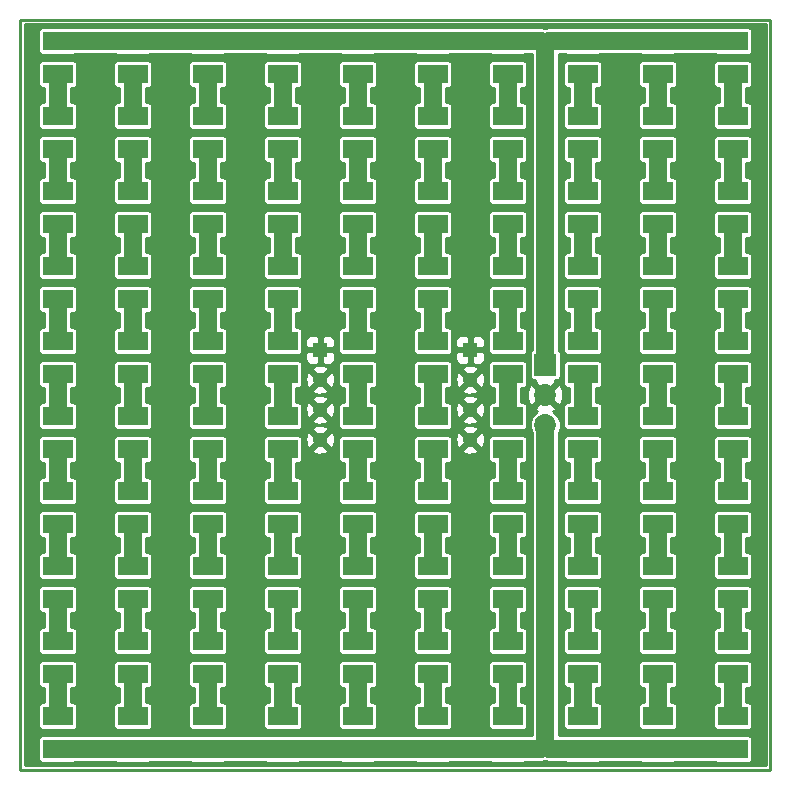
<source format=gtl>
G04 (created by PCBNEW-RS274X (20100406 SVN-R2509)-final) date Tue 04 May 2010 03:45:42 PM PDT*
G01*
G70*
G90*
%MOIN*%
G04 Gerber Fmt 3.4, Leading zero omitted, Abs format*
%FSLAX34Y34*%
G04 APERTURE LIST*
%ADD10C,0.001000*%
%ADD11C,0.009000*%
%ADD12R,0.102000X0.063000*%
%ADD13R,0.050000X0.050000*%
%ADD14C,0.050000*%
%ADD15C,0.073000*%
%ADD16R,0.073000X0.073000*%
%ADD17C,0.060000*%
%ADD18C,0.010000*%
G04 APERTURE END LIST*
G54D10*
G54D11*
X71000Y-28500D02*
X46000Y-28500D01*
X71000Y-53500D02*
X71000Y-28500D01*
X46000Y-53500D02*
X71000Y-53500D01*
X46000Y-28500D02*
X46000Y-53500D01*
G54D12*
X69750Y-51700D03*
X69750Y-52800D03*
X69750Y-49200D03*
X69750Y-50300D03*
X69750Y-46700D03*
X69750Y-47800D03*
X69750Y-44200D03*
X69750Y-45300D03*
X69750Y-41700D03*
X69750Y-42800D03*
X69750Y-39200D03*
X69750Y-40300D03*
X69750Y-36700D03*
X69750Y-37800D03*
X69750Y-34200D03*
X69750Y-35300D03*
X69750Y-31700D03*
X69750Y-32800D03*
X69750Y-29200D03*
X69750Y-30300D03*
X67250Y-51700D03*
X67250Y-52800D03*
X67250Y-49200D03*
X67250Y-50300D03*
X67250Y-46700D03*
X67250Y-47800D03*
X67250Y-44200D03*
X67250Y-45300D03*
X67250Y-41700D03*
X67250Y-42800D03*
X67250Y-39200D03*
X67250Y-40300D03*
X67250Y-36700D03*
X67250Y-37800D03*
X67250Y-34200D03*
X67250Y-35300D03*
X67250Y-31700D03*
X67250Y-32800D03*
X67250Y-29200D03*
X67250Y-30300D03*
X64750Y-51700D03*
X64750Y-52800D03*
X64750Y-49200D03*
X64750Y-50300D03*
X64750Y-46700D03*
X64750Y-47800D03*
X64750Y-44200D03*
X64750Y-45300D03*
X64750Y-41700D03*
X64750Y-42800D03*
X64750Y-39200D03*
X64750Y-40300D03*
X64750Y-36700D03*
X64750Y-37800D03*
X64750Y-34200D03*
X64750Y-35300D03*
X64750Y-31700D03*
X64750Y-32800D03*
X64750Y-29200D03*
X64750Y-30300D03*
X62250Y-51700D03*
X62250Y-52800D03*
X62250Y-49200D03*
X62250Y-50300D03*
X62250Y-46700D03*
X62250Y-47800D03*
X62250Y-44200D03*
X62250Y-45300D03*
X62250Y-41700D03*
X62250Y-42800D03*
X62250Y-39200D03*
X62250Y-40300D03*
X62250Y-36700D03*
X62250Y-37800D03*
X62250Y-34200D03*
X62250Y-35300D03*
X62250Y-31700D03*
X62250Y-32800D03*
X62250Y-29200D03*
X62250Y-30300D03*
X59750Y-51700D03*
X59750Y-52800D03*
X59750Y-49200D03*
X59750Y-50300D03*
X59750Y-46700D03*
X59750Y-47800D03*
X59750Y-44200D03*
X59750Y-45300D03*
X59750Y-41700D03*
X59750Y-42800D03*
X59750Y-39200D03*
X59750Y-40300D03*
X59750Y-36700D03*
X59750Y-37800D03*
X59750Y-34200D03*
X59750Y-35300D03*
X59750Y-31700D03*
X59750Y-32800D03*
X59750Y-29200D03*
X59750Y-30300D03*
X57250Y-51700D03*
X57250Y-52800D03*
X57250Y-49200D03*
X57250Y-50300D03*
X57250Y-46700D03*
X57250Y-47800D03*
X57250Y-44200D03*
X57250Y-45300D03*
X57250Y-41700D03*
X57250Y-42800D03*
X57250Y-39200D03*
X57250Y-40300D03*
X57250Y-36700D03*
X57250Y-37800D03*
X57250Y-34200D03*
X57250Y-35300D03*
X57250Y-31700D03*
X57250Y-32800D03*
X57250Y-29200D03*
X57250Y-30300D03*
X54750Y-51700D03*
X54750Y-52800D03*
X54750Y-49200D03*
X54750Y-50300D03*
X54750Y-46700D03*
X54750Y-47800D03*
X54750Y-44200D03*
X54750Y-45300D03*
X54750Y-41700D03*
X54750Y-42800D03*
X54750Y-39200D03*
X54750Y-40300D03*
X54750Y-36700D03*
X54750Y-37800D03*
X54750Y-34200D03*
X54750Y-35300D03*
X54750Y-31700D03*
X54750Y-32800D03*
X54750Y-29200D03*
X54750Y-30300D03*
X52250Y-51700D03*
X52250Y-52800D03*
X52250Y-49200D03*
X52250Y-50300D03*
X52250Y-46700D03*
X52250Y-47800D03*
X52250Y-44200D03*
X52250Y-45300D03*
X52250Y-41700D03*
X52250Y-42800D03*
X52250Y-39200D03*
X52250Y-40300D03*
X52250Y-36700D03*
X52250Y-37800D03*
X52250Y-34200D03*
X52250Y-35300D03*
X52250Y-31700D03*
X52250Y-32800D03*
X52250Y-29200D03*
X52250Y-30300D03*
X49750Y-51700D03*
X49750Y-52800D03*
X49750Y-49200D03*
X49750Y-50300D03*
X49750Y-46700D03*
X49750Y-47800D03*
X49750Y-44200D03*
X49750Y-45300D03*
X49750Y-41700D03*
X49750Y-42800D03*
X49750Y-39200D03*
X49750Y-40300D03*
X49750Y-36700D03*
X49750Y-37800D03*
X49750Y-34200D03*
X49750Y-35300D03*
X49750Y-31700D03*
X49750Y-32800D03*
X49750Y-29200D03*
X49750Y-30300D03*
X47250Y-51700D03*
X47250Y-52800D03*
X47250Y-49200D03*
X47250Y-50300D03*
X47250Y-46700D03*
X47250Y-47800D03*
X47250Y-44200D03*
X47250Y-45300D03*
X47250Y-41700D03*
X47250Y-42800D03*
X47250Y-39200D03*
X47250Y-40300D03*
X47250Y-36700D03*
X47250Y-37800D03*
X47250Y-34200D03*
X47250Y-35300D03*
X47250Y-31700D03*
X47250Y-32800D03*
X47250Y-29200D03*
X47250Y-30300D03*
G54D13*
X61000Y-39500D03*
G54D14*
X61000Y-40500D03*
X61000Y-41500D03*
X61000Y-42500D03*
G54D13*
X56000Y-39500D03*
G54D14*
X56000Y-40500D03*
X56000Y-41500D03*
X56000Y-42500D03*
G54D15*
X63500Y-41000D03*
X63500Y-42000D03*
G54D16*
X63500Y-40000D03*
G54D17*
X47250Y-29200D02*
X49750Y-29200D01*
X49750Y-29200D02*
X52250Y-29200D01*
X52250Y-29200D02*
X54750Y-29200D01*
X54750Y-29200D02*
X57250Y-29200D01*
X57250Y-29200D02*
X59750Y-29200D01*
X59750Y-29200D02*
X62250Y-29200D01*
X64750Y-29200D02*
X67250Y-29200D01*
X67250Y-29200D02*
X69750Y-29200D01*
X62250Y-29200D02*
X63360Y-29200D01*
X64750Y-29200D02*
X63640Y-29200D01*
X63500Y-29340D02*
X63640Y-29200D01*
X63500Y-40000D02*
X63500Y-29340D01*
X63500Y-29340D02*
X63360Y-29200D01*
X47250Y-52800D02*
X49750Y-52800D01*
X49750Y-52800D02*
X52250Y-52800D01*
X52250Y-52800D02*
X54750Y-52800D01*
X54750Y-52800D02*
X57250Y-52800D01*
X57250Y-52800D02*
X59750Y-52800D01*
X59750Y-52800D02*
X62250Y-52800D01*
X64750Y-52800D02*
X67250Y-52800D01*
X67250Y-52800D02*
X69750Y-52800D01*
X62250Y-52800D02*
X63360Y-52800D01*
X64750Y-52800D02*
X63640Y-52800D01*
X63500Y-52660D02*
X63640Y-52800D01*
X63500Y-42000D02*
X63500Y-52660D01*
X63500Y-52660D02*
X63360Y-52800D01*
X62250Y-42800D02*
X62250Y-44200D01*
X62250Y-45300D02*
X62250Y-46700D01*
X62250Y-47800D02*
X62250Y-49200D01*
X62250Y-50300D02*
X62250Y-51700D01*
X64750Y-42800D02*
X64750Y-44200D01*
X64750Y-45300D02*
X64750Y-46700D01*
X64750Y-47800D02*
X64750Y-49200D01*
X64750Y-50300D02*
X64750Y-51700D01*
X62250Y-30300D02*
X62250Y-31700D01*
X59750Y-37800D02*
X59750Y-39200D01*
X59750Y-35300D02*
X59750Y-36700D01*
X59750Y-32800D02*
X59750Y-34200D01*
X59750Y-30300D02*
X59750Y-31700D01*
X59750Y-40300D02*
X59750Y-41700D01*
X59750Y-42800D02*
X59750Y-44200D01*
X59750Y-45300D02*
X59750Y-46700D01*
X59750Y-47800D02*
X59750Y-49200D01*
X59750Y-50300D02*
X59750Y-51700D01*
X57250Y-42800D02*
X57250Y-44200D01*
X54750Y-50300D02*
X54750Y-51700D01*
X54750Y-47800D02*
X54750Y-49200D01*
X54750Y-45300D02*
X54750Y-46700D01*
X54750Y-42800D02*
X54750Y-44200D01*
X52250Y-50300D02*
X52250Y-51700D01*
X52250Y-47800D02*
X52250Y-49200D01*
X52250Y-45300D02*
X52250Y-46700D01*
X52250Y-42800D02*
X52250Y-44200D01*
X67250Y-42800D02*
X67250Y-44200D01*
X67250Y-45300D02*
X67250Y-46700D01*
X67250Y-47800D02*
X67250Y-49200D01*
X67250Y-50300D02*
X67250Y-51700D01*
X69750Y-42800D02*
X69750Y-44200D01*
X69750Y-45300D02*
X69750Y-46700D01*
X69750Y-47800D02*
X69750Y-49200D01*
X69750Y-50300D02*
X69750Y-51700D01*
X57250Y-50300D02*
X57250Y-51700D01*
X57250Y-47800D02*
X57250Y-49200D01*
X57250Y-45300D02*
X57250Y-46700D01*
X52250Y-30300D02*
X52250Y-31700D01*
X52250Y-32800D02*
X52250Y-34200D01*
X52250Y-35300D02*
X52250Y-36700D01*
X52250Y-40300D02*
X52250Y-41700D01*
X52250Y-37800D02*
X52250Y-39200D01*
X54750Y-30300D02*
X54750Y-31700D01*
X54750Y-32800D02*
X54750Y-34200D01*
X54750Y-35300D02*
X54750Y-36700D01*
X54750Y-40300D02*
X54750Y-41700D01*
X54750Y-37800D02*
X54750Y-39200D01*
X47250Y-30300D02*
X47250Y-31700D01*
X47250Y-32800D02*
X47250Y-34200D01*
X47250Y-35300D02*
X47250Y-36700D01*
X47250Y-37800D02*
X47250Y-39200D01*
X49750Y-30300D02*
X49750Y-31700D01*
X49750Y-32800D02*
X49750Y-34200D01*
X49750Y-35300D02*
X49750Y-36700D01*
X49750Y-40300D02*
X49750Y-41700D01*
X49750Y-37800D02*
X49750Y-39200D01*
X67250Y-32800D02*
X67250Y-34200D01*
X67250Y-30300D02*
X67250Y-31700D01*
X64750Y-40300D02*
X64750Y-41700D01*
X64750Y-37800D02*
X64750Y-39200D01*
X64750Y-35300D02*
X64750Y-36700D01*
X64750Y-32800D02*
X64750Y-34200D01*
X64750Y-30300D02*
X64750Y-31700D01*
X62250Y-40300D02*
X62250Y-41700D01*
X62250Y-37800D02*
X62250Y-39200D01*
X62250Y-35300D02*
X62250Y-36700D01*
X62250Y-32800D02*
X62250Y-34200D01*
X57250Y-30300D02*
X57250Y-31700D01*
X57250Y-32800D02*
X57250Y-34200D01*
X57250Y-35300D02*
X57250Y-36700D01*
X57250Y-40300D02*
X57250Y-41700D01*
X57250Y-37800D02*
X57250Y-39200D01*
X69750Y-40300D02*
X69750Y-41700D01*
X69750Y-37800D02*
X69750Y-39200D01*
X69750Y-35300D02*
X69750Y-36700D01*
X69750Y-32800D02*
X69750Y-34200D01*
X69750Y-30300D02*
X69750Y-31700D01*
X67250Y-40300D02*
X67250Y-41700D01*
X67250Y-37800D02*
X67250Y-39200D01*
X67250Y-35300D02*
X67250Y-36700D01*
X49750Y-47800D02*
X49750Y-49200D01*
X47250Y-47800D02*
X47250Y-49200D01*
X47250Y-45300D02*
X47250Y-46700D01*
X47250Y-42800D02*
X47250Y-44200D01*
X49750Y-42800D02*
X49750Y-44200D01*
X49750Y-45300D02*
X49750Y-46700D01*
X47250Y-50300D02*
X47250Y-51700D01*
X49750Y-50300D02*
X49750Y-51700D01*
X47250Y-40300D02*
X47250Y-41700D01*
G54D18*
X46145Y-28645D02*
X70855Y-28645D01*
X46145Y-28725D02*
X70855Y-28725D01*
X46145Y-28805D02*
X46612Y-28805D01*
X70389Y-28805D02*
X70855Y-28805D01*
X46145Y-28885D02*
X46591Y-28885D01*
X70409Y-28885D02*
X70855Y-28885D01*
X46145Y-28965D02*
X46591Y-28965D01*
X70409Y-28965D02*
X70855Y-28965D01*
X46145Y-29045D02*
X46591Y-29045D01*
X70409Y-29045D02*
X70855Y-29045D01*
X46145Y-29125D02*
X46591Y-29125D01*
X70409Y-29125D02*
X70855Y-29125D01*
X46145Y-29205D02*
X46591Y-29205D01*
X70409Y-29205D02*
X70855Y-29205D01*
X46145Y-29285D02*
X46591Y-29285D01*
X70409Y-29285D02*
X70855Y-29285D01*
X46145Y-29365D02*
X46591Y-29365D01*
X70409Y-29365D02*
X70855Y-29365D01*
X46145Y-29445D02*
X46591Y-29445D01*
X70409Y-29445D02*
X70855Y-29445D01*
X46145Y-29525D02*
X46591Y-29525D01*
X70409Y-29525D02*
X70855Y-29525D01*
X46145Y-29605D02*
X46619Y-29605D01*
X70381Y-29605D02*
X70855Y-29605D01*
X46145Y-29685D02*
X63050Y-29685D01*
X63950Y-29685D02*
X70855Y-29685D01*
X46145Y-29765D02*
X63050Y-29765D01*
X63950Y-29765D02*
X70855Y-29765D01*
X46145Y-29845D02*
X46689Y-29845D01*
X47812Y-29845D02*
X49189Y-29845D01*
X50312Y-29845D02*
X51689Y-29845D01*
X52812Y-29845D02*
X54189Y-29845D01*
X55312Y-29845D02*
X56689Y-29845D01*
X57812Y-29845D02*
X59189Y-29845D01*
X60312Y-29845D02*
X61689Y-29845D01*
X62812Y-29845D02*
X63050Y-29845D01*
X63950Y-29845D02*
X64189Y-29845D01*
X65312Y-29845D02*
X66689Y-29845D01*
X67812Y-29845D02*
X69189Y-29845D01*
X70312Y-29845D02*
X70855Y-29845D01*
X46145Y-29925D02*
X46604Y-29925D01*
X47897Y-29925D02*
X49104Y-29925D01*
X50397Y-29925D02*
X51604Y-29925D01*
X52897Y-29925D02*
X54104Y-29925D01*
X55397Y-29925D02*
X56604Y-29925D01*
X57897Y-29925D02*
X59104Y-29925D01*
X60397Y-29925D02*
X61604Y-29925D01*
X62897Y-29925D02*
X63050Y-29925D01*
X63950Y-29925D02*
X64104Y-29925D01*
X65397Y-29925D02*
X66604Y-29925D01*
X67897Y-29925D02*
X69104Y-29925D01*
X70397Y-29925D02*
X70855Y-29925D01*
X46145Y-30005D02*
X46591Y-30005D01*
X47909Y-30005D02*
X49091Y-30005D01*
X50409Y-30005D02*
X51591Y-30005D01*
X52909Y-30005D02*
X54091Y-30005D01*
X55409Y-30005D02*
X56591Y-30005D01*
X57909Y-30005D02*
X59091Y-30005D01*
X60409Y-30005D02*
X61591Y-30005D01*
X62909Y-30005D02*
X63050Y-30005D01*
X63950Y-30005D02*
X64091Y-30005D01*
X65409Y-30005D02*
X66591Y-30005D01*
X67909Y-30005D02*
X69091Y-30005D01*
X70409Y-30005D02*
X70855Y-30005D01*
X46145Y-30085D02*
X46591Y-30085D01*
X47909Y-30085D02*
X49091Y-30085D01*
X50409Y-30085D02*
X51591Y-30085D01*
X52909Y-30085D02*
X54091Y-30085D01*
X55409Y-30085D02*
X56591Y-30085D01*
X57909Y-30085D02*
X59091Y-30085D01*
X60409Y-30085D02*
X61591Y-30085D01*
X62909Y-30085D02*
X63050Y-30085D01*
X63950Y-30085D02*
X64091Y-30085D01*
X65409Y-30085D02*
X66591Y-30085D01*
X67909Y-30085D02*
X69091Y-30085D01*
X70409Y-30085D02*
X70855Y-30085D01*
X46145Y-30165D02*
X46591Y-30165D01*
X47909Y-30165D02*
X49091Y-30165D01*
X50409Y-30165D02*
X51591Y-30165D01*
X52909Y-30165D02*
X54091Y-30165D01*
X55409Y-30165D02*
X56591Y-30165D01*
X57909Y-30165D02*
X59091Y-30165D01*
X60409Y-30165D02*
X61591Y-30165D01*
X62909Y-30165D02*
X63050Y-30165D01*
X63950Y-30165D02*
X64091Y-30165D01*
X65409Y-30165D02*
X66591Y-30165D01*
X67909Y-30165D02*
X69091Y-30165D01*
X70409Y-30165D02*
X70855Y-30165D01*
X46145Y-30245D02*
X46591Y-30245D01*
X47909Y-30245D02*
X49091Y-30245D01*
X50409Y-30245D02*
X51591Y-30245D01*
X52909Y-30245D02*
X54091Y-30245D01*
X55409Y-30245D02*
X56591Y-30245D01*
X57909Y-30245D02*
X59091Y-30245D01*
X60409Y-30245D02*
X61591Y-30245D01*
X62909Y-30245D02*
X63050Y-30245D01*
X63950Y-30245D02*
X64091Y-30245D01*
X65409Y-30245D02*
X66591Y-30245D01*
X67909Y-30245D02*
X69091Y-30245D01*
X70409Y-30245D02*
X70855Y-30245D01*
X46145Y-30325D02*
X46591Y-30325D01*
X47909Y-30325D02*
X49091Y-30325D01*
X50409Y-30325D02*
X51591Y-30325D01*
X52909Y-30325D02*
X54091Y-30325D01*
X55409Y-30325D02*
X56591Y-30325D01*
X57909Y-30325D02*
X59091Y-30325D01*
X60409Y-30325D02*
X61591Y-30325D01*
X62909Y-30325D02*
X63050Y-30325D01*
X63950Y-30325D02*
X64091Y-30325D01*
X65409Y-30325D02*
X66591Y-30325D01*
X67909Y-30325D02*
X69091Y-30325D01*
X70409Y-30325D02*
X70855Y-30325D01*
X46145Y-30405D02*
X46591Y-30405D01*
X47909Y-30405D02*
X49091Y-30405D01*
X50409Y-30405D02*
X51591Y-30405D01*
X52909Y-30405D02*
X54091Y-30405D01*
X55409Y-30405D02*
X56591Y-30405D01*
X57909Y-30405D02*
X59091Y-30405D01*
X60409Y-30405D02*
X61591Y-30405D01*
X62909Y-30405D02*
X63050Y-30405D01*
X63950Y-30405D02*
X64091Y-30405D01*
X65409Y-30405D02*
X66591Y-30405D01*
X67909Y-30405D02*
X69091Y-30405D01*
X70409Y-30405D02*
X70855Y-30405D01*
X46145Y-30485D02*
X46591Y-30485D01*
X47909Y-30485D02*
X49091Y-30485D01*
X50409Y-30485D02*
X51591Y-30485D01*
X52909Y-30485D02*
X54091Y-30485D01*
X55409Y-30485D02*
X56591Y-30485D01*
X57909Y-30485D02*
X59091Y-30485D01*
X60409Y-30485D02*
X61591Y-30485D01*
X62909Y-30485D02*
X63050Y-30485D01*
X63950Y-30485D02*
X64091Y-30485D01*
X65409Y-30485D02*
X66591Y-30485D01*
X67909Y-30485D02*
X69091Y-30485D01*
X70409Y-30485D02*
X70855Y-30485D01*
X46145Y-30565D02*
X46591Y-30565D01*
X47909Y-30565D02*
X49091Y-30565D01*
X50409Y-30565D02*
X51591Y-30565D01*
X52909Y-30565D02*
X54091Y-30565D01*
X55409Y-30565D02*
X56591Y-30565D01*
X57909Y-30565D02*
X59091Y-30565D01*
X60409Y-30565D02*
X61591Y-30565D01*
X62909Y-30565D02*
X63050Y-30565D01*
X63950Y-30565D02*
X64091Y-30565D01*
X65409Y-30565D02*
X66591Y-30565D01*
X67909Y-30565D02*
X69091Y-30565D01*
X70409Y-30565D02*
X70855Y-30565D01*
X46145Y-30645D02*
X46591Y-30645D01*
X47908Y-30645D02*
X49091Y-30645D01*
X50408Y-30645D02*
X51591Y-30645D01*
X52908Y-30645D02*
X54091Y-30645D01*
X55408Y-30645D02*
X56591Y-30645D01*
X57908Y-30645D02*
X59091Y-30645D01*
X60408Y-30645D02*
X61591Y-30645D01*
X62908Y-30645D02*
X63050Y-30645D01*
X63950Y-30645D02*
X64091Y-30645D01*
X65408Y-30645D02*
X66591Y-30645D01*
X67908Y-30645D02*
X69091Y-30645D01*
X70408Y-30645D02*
X70855Y-30645D01*
X46145Y-30725D02*
X46639Y-30725D01*
X47861Y-30725D02*
X49139Y-30725D01*
X50361Y-30725D02*
X51639Y-30725D01*
X52861Y-30725D02*
X54139Y-30725D01*
X55361Y-30725D02*
X56639Y-30725D01*
X57861Y-30725D02*
X59139Y-30725D01*
X60361Y-30725D02*
X61639Y-30725D01*
X62861Y-30725D02*
X63050Y-30725D01*
X63950Y-30725D02*
X64139Y-30725D01*
X65361Y-30725D02*
X66639Y-30725D01*
X67861Y-30725D02*
X69139Y-30725D01*
X70361Y-30725D02*
X70855Y-30725D01*
X46145Y-30805D02*
X46800Y-30805D01*
X47700Y-30805D02*
X49300Y-30805D01*
X50200Y-30805D02*
X51800Y-30805D01*
X52700Y-30805D02*
X54300Y-30805D01*
X55200Y-30805D02*
X56800Y-30805D01*
X57700Y-30805D02*
X59300Y-30805D01*
X60200Y-30805D02*
X61800Y-30805D01*
X62700Y-30805D02*
X63050Y-30805D01*
X63950Y-30805D02*
X64300Y-30805D01*
X65200Y-30805D02*
X66800Y-30805D01*
X67700Y-30805D02*
X69300Y-30805D01*
X70200Y-30805D02*
X70855Y-30805D01*
X46145Y-30885D02*
X46800Y-30885D01*
X47700Y-30885D02*
X49300Y-30885D01*
X50200Y-30885D02*
X51800Y-30885D01*
X52700Y-30885D02*
X54300Y-30885D01*
X55200Y-30885D02*
X56800Y-30885D01*
X57700Y-30885D02*
X59300Y-30885D01*
X60200Y-30885D02*
X61800Y-30885D01*
X62700Y-30885D02*
X63050Y-30885D01*
X63950Y-30885D02*
X64300Y-30885D01*
X65200Y-30885D02*
X66800Y-30885D01*
X67700Y-30885D02*
X69300Y-30885D01*
X70200Y-30885D02*
X70855Y-30885D01*
X46145Y-30965D02*
X46800Y-30965D01*
X47700Y-30965D02*
X49300Y-30965D01*
X50200Y-30965D02*
X51800Y-30965D01*
X52700Y-30965D02*
X54300Y-30965D01*
X55200Y-30965D02*
X56800Y-30965D01*
X57700Y-30965D02*
X59300Y-30965D01*
X60200Y-30965D02*
X61800Y-30965D01*
X62700Y-30965D02*
X63050Y-30965D01*
X63950Y-30965D02*
X64300Y-30965D01*
X65200Y-30965D02*
X66800Y-30965D01*
X67700Y-30965D02*
X69300Y-30965D01*
X70200Y-30965D02*
X70855Y-30965D01*
X46145Y-31045D02*
X46800Y-31045D01*
X47700Y-31045D02*
X49300Y-31045D01*
X50200Y-31045D02*
X51800Y-31045D01*
X52700Y-31045D02*
X54300Y-31045D01*
X55200Y-31045D02*
X56800Y-31045D01*
X57700Y-31045D02*
X59300Y-31045D01*
X60200Y-31045D02*
X61800Y-31045D01*
X62700Y-31045D02*
X63050Y-31045D01*
X63950Y-31045D02*
X64300Y-31045D01*
X65200Y-31045D02*
X66800Y-31045D01*
X67700Y-31045D02*
X69300Y-31045D01*
X70200Y-31045D02*
X70855Y-31045D01*
X46145Y-31125D02*
X46800Y-31125D01*
X47700Y-31125D02*
X49300Y-31125D01*
X50200Y-31125D02*
X51800Y-31125D01*
X52700Y-31125D02*
X54300Y-31125D01*
X55200Y-31125D02*
X56800Y-31125D01*
X57700Y-31125D02*
X59300Y-31125D01*
X60200Y-31125D02*
X61800Y-31125D01*
X62700Y-31125D02*
X63050Y-31125D01*
X63950Y-31125D02*
X64300Y-31125D01*
X65200Y-31125D02*
X66800Y-31125D01*
X67700Y-31125D02*
X69300Y-31125D01*
X70200Y-31125D02*
X70855Y-31125D01*
X46145Y-31205D02*
X46800Y-31205D01*
X47700Y-31205D02*
X49300Y-31205D01*
X50200Y-31205D02*
X51800Y-31205D01*
X52700Y-31205D02*
X54300Y-31205D01*
X55200Y-31205D02*
X56800Y-31205D01*
X57700Y-31205D02*
X59300Y-31205D01*
X60200Y-31205D02*
X61800Y-31205D01*
X62700Y-31205D02*
X63050Y-31205D01*
X63950Y-31205D02*
X64300Y-31205D01*
X65200Y-31205D02*
X66800Y-31205D01*
X67700Y-31205D02*
X69300Y-31205D01*
X70200Y-31205D02*
X70855Y-31205D01*
X46145Y-31285D02*
X46629Y-31285D01*
X47871Y-31285D02*
X49129Y-31285D01*
X50371Y-31285D02*
X51629Y-31285D01*
X52871Y-31285D02*
X54129Y-31285D01*
X55371Y-31285D02*
X56629Y-31285D01*
X57871Y-31285D02*
X59129Y-31285D01*
X60371Y-31285D02*
X61629Y-31285D01*
X62871Y-31285D02*
X63050Y-31285D01*
X63950Y-31285D02*
X64129Y-31285D01*
X65371Y-31285D02*
X66629Y-31285D01*
X67871Y-31285D02*
X69129Y-31285D01*
X70371Y-31285D02*
X70855Y-31285D01*
X46145Y-31365D02*
X46591Y-31365D01*
X47909Y-31365D02*
X49091Y-31365D01*
X50409Y-31365D02*
X51591Y-31365D01*
X52909Y-31365D02*
X54091Y-31365D01*
X55409Y-31365D02*
X56591Y-31365D01*
X57909Y-31365D02*
X59091Y-31365D01*
X60409Y-31365D02*
X61591Y-31365D01*
X62909Y-31365D02*
X63050Y-31365D01*
X63950Y-31365D02*
X64091Y-31365D01*
X65409Y-31365D02*
X66591Y-31365D01*
X67909Y-31365D02*
X69091Y-31365D01*
X70409Y-31365D02*
X70855Y-31365D01*
X46145Y-31445D02*
X46591Y-31445D01*
X47909Y-31445D02*
X49091Y-31445D01*
X50409Y-31445D02*
X51591Y-31445D01*
X52909Y-31445D02*
X54091Y-31445D01*
X55409Y-31445D02*
X56591Y-31445D01*
X57909Y-31445D02*
X59091Y-31445D01*
X60409Y-31445D02*
X61591Y-31445D01*
X62909Y-31445D02*
X63050Y-31445D01*
X63950Y-31445D02*
X64091Y-31445D01*
X65409Y-31445D02*
X66591Y-31445D01*
X67909Y-31445D02*
X69091Y-31445D01*
X70409Y-31445D02*
X70855Y-31445D01*
X46145Y-31525D02*
X46591Y-31525D01*
X47909Y-31525D02*
X49091Y-31525D01*
X50409Y-31525D02*
X51591Y-31525D01*
X52909Y-31525D02*
X54091Y-31525D01*
X55409Y-31525D02*
X56591Y-31525D01*
X57909Y-31525D02*
X59091Y-31525D01*
X60409Y-31525D02*
X61591Y-31525D01*
X62909Y-31525D02*
X63050Y-31525D01*
X63950Y-31525D02*
X64091Y-31525D01*
X65409Y-31525D02*
X66591Y-31525D01*
X67909Y-31525D02*
X69091Y-31525D01*
X70409Y-31525D02*
X70855Y-31525D01*
X46145Y-31605D02*
X46591Y-31605D01*
X47909Y-31605D02*
X49091Y-31605D01*
X50409Y-31605D02*
X51591Y-31605D01*
X52909Y-31605D02*
X54091Y-31605D01*
X55409Y-31605D02*
X56591Y-31605D01*
X57909Y-31605D02*
X59091Y-31605D01*
X60409Y-31605D02*
X61591Y-31605D01*
X62909Y-31605D02*
X63050Y-31605D01*
X63950Y-31605D02*
X64091Y-31605D01*
X65409Y-31605D02*
X66591Y-31605D01*
X67909Y-31605D02*
X69091Y-31605D01*
X70409Y-31605D02*
X70855Y-31605D01*
X46145Y-31685D02*
X46591Y-31685D01*
X47909Y-31685D02*
X49091Y-31685D01*
X50409Y-31685D02*
X51591Y-31685D01*
X52909Y-31685D02*
X54091Y-31685D01*
X55409Y-31685D02*
X56591Y-31685D01*
X57909Y-31685D02*
X59091Y-31685D01*
X60409Y-31685D02*
X61591Y-31685D01*
X62909Y-31685D02*
X63050Y-31685D01*
X63950Y-31685D02*
X64091Y-31685D01*
X65409Y-31685D02*
X66591Y-31685D01*
X67909Y-31685D02*
X69091Y-31685D01*
X70409Y-31685D02*
X70855Y-31685D01*
X46145Y-31765D02*
X46591Y-31765D01*
X47909Y-31765D02*
X49091Y-31765D01*
X50409Y-31765D02*
X51591Y-31765D01*
X52909Y-31765D02*
X54091Y-31765D01*
X55409Y-31765D02*
X56591Y-31765D01*
X57909Y-31765D02*
X59091Y-31765D01*
X60409Y-31765D02*
X61591Y-31765D01*
X62909Y-31765D02*
X63050Y-31765D01*
X63950Y-31765D02*
X64091Y-31765D01*
X65409Y-31765D02*
X66591Y-31765D01*
X67909Y-31765D02*
X69091Y-31765D01*
X70409Y-31765D02*
X70855Y-31765D01*
X46145Y-31845D02*
X46591Y-31845D01*
X47909Y-31845D02*
X49091Y-31845D01*
X50409Y-31845D02*
X51591Y-31845D01*
X52909Y-31845D02*
X54091Y-31845D01*
X55409Y-31845D02*
X56591Y-31845D01*
X57909Y-31845D02*
X59091Y-31845D01*
X60409Y-31845D02*
X61591Y-31845D01*
X62909Y-31845D02*
X63050Y-31845D01*
X63950Y-31845D02*
X64091Y-31845D01*
X65409Y-31845D02*
X66591Y-31845D01*
X67909Y-31845D02*
X69091Y-31845D01*
X70409Y-31845D02*
X70855Y-31845D01*
X46145Y-31925D02*
X46591Y-31925D01*
X47909Y-31925D02*
X49091Y-31925D01*
X50409Y-31925D02*
X51591Y-31925D01*
X52909Y-31925D02*
X54091Y-31925D01*
X55409Y-31925D02*
X56591Y-31925D01*
X57909Y-31925D02*
X59091Y-31925D01*
X60409Y-31925D02*
X61591Y-31925D01*
X62909Y-31925D02*
X63050Y-31925D01*
X63950Y-31925D02*
X64091Y-31925D01*
X65409Y-31925D02*
X66591Y-31925D01*
X67909Y-31925D02*
X69091Y-31925D01*
X70409Y-31925D02*
X70855Y-31925D01*
X46145Y-32005D02*
X46591Y-32005D01*
X47909Y-32005D02*
X49091Y-32005D01*
X50409Y-32005D02*
X51591Y-32005D01*
X52909Y-32005D02*
X54091Y-32005D01*
X55409Y-32005D02*
X56591Y-32005D01*
X57909Y-32005D02*
X59091Y-32005D01*
X60409Y-32005D02*
X61591Y-32005D01*
X62909Y-32005D02*
X63050Y-32005D01*
X63950Y-32005D02*
X64091Y-32005D01*
X65409Y-32005D02*
X66591Y-32005D01*
X67909Y-32005D02*
X69091Y-32005D01*
X70409Y-32005D02*
X70855Y-32005D01*
X46145Y-32085D02*
X46607Y-32085D01*
X47892Y-32085D02*
X49107Y-32085D01*
X50392Y-32085D02*
X51607Y-32085D01*
X52892Y-32085D02*
X54107Y-32085D01*
X55392Y-32085D02*
X56607Y-32085D01*
X57892Y-32085D02*
X59107Y-32085D01*
X60392Y-32085D02*
X61607Y-32085D01*
X62892Y-32085D02*
X63050Y-32085D01*
X63950Y-32085D02*
X64107Y-32085D01*
X65392Y-32085D02*
X66607Y-32085D01*
X67892Y-32085D02*
X69107Y-32085D01*
X70392Y-32085D02*
X70855Y-32085D01*
X46145Y-32165D02*
X63050Y-32165D01*
X63950Y-32165D02*
X70855Y-32165D01*
X46145Y-32245D02*
X63050Y-32245D01*
X63950Y-32245D02*
X70855Y-32245D01*
X46145Y-32325D02*
X63050Y-32325D01*
X63950Y-32325D02*
X70855Y-32325D01*
X46145Y-32405D02*
X46612Y-32405D01*
X47889Y-32405D02*
X49112Y-32405D01*
X50389Y-32405D02*
X51612Y-32405D01*
X52889Y-32405D02*
X54112Y-32405D01*
X55389Y-32405D02*
X56612Y-32405D01*
X57889Y-32405D02*
X59112Y-32405D01*
X60389Y-32405D02*
X61612Y-32405D01*
X62889Y-32405D02*
X63050Y-32405D01*
X63950Y-32405D02*
X64112Y-32405D01*
X65389Y-32405D02*
X66612Y-32405D01*
X67889Y-32405D02*
X69112Y-32405D01*
X70389Y-32405D02*
X70855Y-32405D01*
X46145Y-32485D02*
X46591Y-32485D01*
X47909Y-32485D02*
X49091Y-32485D01*
X50409Y-32485D02*
X51591Y-32485D01*
X52909Y-32485D02*
X54091Y-32485D01*
X55409Y-32485D02*
X56591Y-32485D01*
X57909Y-32485D02*
X59091Y-32485D01*
X60409Y-32485D02*
X61591Y-32485D01*
X62909Y-32485D02*
X63050Y-32485D01*
X63950Y-32485D02*
X64091Y-32485D01*
X65409Y-32485D02*
X66591Y-32485D01*
X67909Y-32485D02*
X69091Y-32485D01*
X70409Y-32485D02*
X70855Y-32485D01*
X46145Y-32565D02*
X46591Y-32565D01*
X47909Y-32565D02*
X49091Y-32565D01*
X50409Y-32565D02*
X51591Y-32565D01*
X52909Y-32565D02*
X54091Y-32565D01*
X55409Y-32565D02*
X56591Y-32565D01*
X57909Y-32565D02*
X59091Y-32565D01*
X60409Y-32565D02*
X61591Y-32565D01*
X62909Y-32565D02*
X63050Y-32565D01*
X63950Y-32565D02*
X64091Y-32565D01*
X65409Y-32565D02*
X66591Y-32565D01*
X67909Y-32565D02*
X69091Y-32565D01*
X70409Y-32565D02*
X70855Y-32565D01*
X46145Y-32645D02*
X46591Y-32645D01*
X47909Y-32645D02*
X49091Y-32645D01*
X50409Y-32645D02*
X51591Y-32645D01*
X52909Y-32645D02*
X54091Y-32645D01*
X55409Y-32645D02*
X56591Y-32645D01*
X57909Y-32645D02*
X59091Y-32645D01*
X60409Y-32645D02*
X61591Y-32645D01*
X62909Y-32645D02*
X63050Y-32645D01*
X63950Y-32645D02*
X64091Y-32645D01*
X65409Y-32645D02*
X66591Y-32645D01*
X67909Y-32645D02*
X69091Y-32645D01*
X70409Y-32645D02*
X70855Y-32645D01*
X46145Y-32725D02*
X46591Y-32725D01*
X47909Y-32725D02*
X49091Y-32725D01*
X50409Y-32725D02*
X51591Y-32725D01*
X52909Y-32725D02*
X54091Y-32725D01*
X55409Y-32725D02*
X56591Y-32725D01*
X57909Y-32725D02*
X59091Y-32725D01*
X60409Y-32725D02*
X61591Y-32725D01*
X62909Y-32725D02*
X63050Y-32725D01*
X63950Y-32725D02*
X64091Y-32725D01*
X65409Y-32725D02*
X66591Y-32725D01*
X67909Y-32725D02*
X69091Y-32725D01*
X70409Y-32725D02*
X70855Y-32725D01*
X46145Y-32805D02*
X46591Y-32805D01*
X47909Y-32805D02*
X49091Y-32805D01*
X50409Y-32805D02*
X51591Y-32805D01*
X52909Y-32805D02*
X54091Y-32805D01*
X55409Y-32805D02*
X56591Y-32805D01*
X57909Y-32805D02*
X59091Y-32805D01*
X60409Y-32805D02*
X61591Y-32805D01*
X62909Y-32805D02*
X63050Y-32805D01*
X63950Y-32805D02*
X64091Y-32805D01*
X65409Y-32805D02*
X66591Y-32805D01*
X67909Y-32805D02*
X69091Y-32805D01*
X70409Y-32805D02*
X70855Y-32805D01*
X46145Y-32885D02*
X46591Y-32885D01*
X47909Y-32885D02*
X49091Y-32885D01*
X50409Y-32885D02*
X51591Y-32885D01*
X52909Y-32885D02*
X54091Y-32885D01*
X55409Y-32885D02*
X56591Y-32885D01*
X57909Y-32885D02*
X59091Y-32885D01*
X60409Y-32885D02*
X61591Y-32885D01*
X62909Y-32885D02*
X63050Y-32885D01*
X63950Y-32885D02*
X64091Y-32885D01*
X65409Y-32885D02*
X66591Y-32885D01*
X67909Y-32885D02*
X69091Y-32885D01*
X70409Y-32885D02*
X70855Y-32885D01*
X46145Y-32965D02*
X46591Y-32965D01*
X47909Y-32965D02*
X49091Y-32965D01*
X50409Y-32965D02*
X51591Y-32965D01*
X52909Y-32965D02*
X54091Y-32965D01*
X55409Y-32965D02*
X56591Y-32965D01*
X57909Y-32965D02*
X59091Y-32965D01*
X60409Y-32965D02*
X61591Y-32965D01*
X62909Y-32965D02*
X63050Y-32965D01*
X63950Y-32965D02*
X64091Y-32965D01*
X65409Y-32965D02*
X66591Y-32965D01*
X67909Y-32965D02*
X69091Y-32965D01*
X70409Y-32965D02*
X70855Y-32965D01*
X46145Y-33045D02*
X46591Y-33045D01*
X47909Y-33045D02*
X49091Y-33045D01*
X50409Y-33045D02*
X51591Y-33045D01*
X52909Y-33045D02*
X54091Y-33045D01*
X55409Y-33045D02*
X56591Y-33045D01*
X57909Y-33045D02*
X59091Y-33045D01*
X60409Y-33045D02*
X61591Y-33045D01*
X62909Y-33045D02*
X63050Y-33045D01*
X63950Y-33045D02*
X64091Y-33045D01*
X65409Y-33045D02*
X66591Y-33045D01*
X67909Y-33045D02*
X69091Y-33045D01*
X70409Y-33045D02*
X70855Y-33045D01*
X46145Y-33125D02*
X46591Y-33125D01*
X47909Y-33125D02*
X49091Y-33125D01*
X50409Y-33125D02*
X51591Y-33125D01*
X52909Y-33125D02*
X54091Y-33125D01*
X55409Y-33125D02*
X56591Y-33125D01*
X57909Y-33125D02*
X59091Y-33125D01*
X60409Y-33125D02*
X61591Y-33125D01*
X62909Y-33125D02*
X63050Y-33125D01*
X63950Y-33125D02*
X64091Y-33125D01*
X65409Y-33125D02*
X66591Y-33125D01*
X67909Y-33125D02*
X69091Y-33125D01*
X70409Y-33125D02*
X70855Y-33125D01*
X46145Y-33205D02*
X46619Y-33205D01*
X47881Y-33205D02*
X49119Y-33205D01*
X50381Y-33205D02*
X51619Y-33205D01*
X52881Y-33205D02*
X54119Y-33205D01*
X55381Y-33205D02*
X56619Y-33205D01*
X57881Y-33205D02*
X59119Y-33205D01*
X60381Y-33205D02*
X61619Y-33205D01*
X62881Y-33205D02*
X63050Y-33205D01*
X63950Y-33205D02*
X64119Y-33205D01*
X65381Y-33205D02*
X66619Y-33205D01*
X67881Y-33205D02*
X69119Y-33205D01*
X70381Y-33205D02*
X70855Y-33205D01*
X46145Y-33285D02*
X46800Y-33285D01*
X47700Y-33285D02*
X49300Y-33285D01*
X50200Y-33285D02*
X51800Y-33285D01*
X52700Y-33285D02*
X54300Y-33285D01*
X55200Y-33285D02*
X56800Y-33285D01*
X57700Y-33285D02*
X59300Y-33285D01*
X60200Y-33285D02*
X61800Y-33285D01*
X62700Y-33285D02*
X63050Y-33285D01*
X63950Y-33285D02*
X64300Y-33285D01*
X65200Y-33285D02*
X66800Y-33285D01*
X67700Y-33285D02*
X69300Y-33285D01*
X70200Y-33285D02*
X70855Y-33285D01*
X46145Y-33365D02*
X46800Y-33365D01*
X47700Y-33365D02*
X49300Y-33365D01*
X50200Y-33365D02*
X51800Y-33365D01*
X52700Y-33365D02*
X54300Y-33365D01*
X55200Y-33365D02*
X56800Y-33365D01*
X57700Y-33365D02*
X59300Y-33365D01*
X60200Y-33365D02*
X61800Y-33365D01*
X62700Y-33365D02*
X63050Y-33365D01*
X63950Y-33365D02*
X64300Y-33365D01*
X65200Y-33365D02*
X66800Y-33365D01*
X67700Y-33365D02*
X69300Y-33365D01*
X70200Y-33365D02*
X70855Y-33365D01*
X46145Y-33445D02*
X46800Y-33445D01*
X47700Y-33445D02*
X49300Y-33445D01*
X50200Y-33445D02*
X51800Y-33445D01*
X52700Y-33445D02*
X54300Y-33445D01*
X55200Y-33445D02*
X56800Y-33445D01*
X57700Y-33445D02*
X59300Y-33445D01*
X60200Y-33445D02*
X61800Y-33445D01*
X62700Y-33445D02*
X63050Y-33445D01*
X63950Y-33445D02*
X64300Y-33445D01*
X65200Y-33445D02*
X66800Y-33445D01*
X67700Y-33445D02*
X69300Y-33445D01*
X70200Y-33445D02*
X70855Y-33445D01*
X46145Y-33525D02*
X46800Y-33525D01*
X47700Y-33525D02*
X49300Y-33525D01*
X50200Y-33525D02*
X51800Y-33525D01*
X52700Y-33525D02*
X54300Y-33525D01*
X55200Y-33525D02*
X56800Y-33525D01*
X57700Y-33525D02*
X59300Y-33525D01*
X60200Y-33525D02*
X61800Y-33525D01*
X62700Y-33525D02*
X63050Y-33525D01*
X63950Y-33525D02*
X64300Y-33525D01*
X65200Y-33525D02*
X66800Y-33525D01*
X67700Y-33525D02*
X69300Y-33525D01*
X70200Y-33525D02*
X70855Y-33525D01*
X46145Y-33605D02*
X46800Y-33605D01*
X47700Y-33605D02*
X49300Y-33605D01*
X50200Y-33605D02*
X51800Y-33605D01*
X52700Y-33605D02*
X54300Y-33605D01*
X55200Y-33605D02*
X56800Y-33605D01*
X57700Y-33605D02*
X59300Y-33605D01*
X60200Y-33605D02*
X61800Y-33605D01*
X62700Y-33605D02*
X63050Y-33605D01*
X63950Y-33605D02*
X64300Y-33605D01*
X65200Y-33605D02*
X66800Y-33605D01*
X67700Y-33605D02*
X69300Y-33605D01*
X70200Y-33605D02*
X70855Y-33605D01*
X46145Y-33685D02*
X46800Y-33685D01*
X47700Y-33685D02*
X49300Y-33685D01*
X50200Y-33685D02*
X51800Y-33685D01*
X52700Y-33685D02*
X54300Y-33685D01*
X55200Y-33685D02*
X56800Y-33685D01*
X57700Y-33685D02*
X59300Y-33685D01*
X60200Y-33685D02*
X61800Y-33685D01*
X62700Y-33685D02*
X63050Y-33685D01*
X63950Y-33685D02*
X64300Y-33685D01*
X65200Y-33685D02*
X66800Y-33685D01*
X67700Y-33685D02*
X69300Y-33685D01*
X70200Y-33685D02*
X70855Y-33685D01*
X46145Y-33765D02*
X46649Y-33765D01*
X47851Y-33765D02*
X49149Y-33765D01*
X50351Y-33765D02*
X51649Y-33765D01*
X52851Y-33765D02*
X54149Y-33765D01*
X55351Y-33765D02*
X56649Y-33765D01*
X57851Y-33765D02*
X59149Y-33765D01*
X60351Y-33765D02*
X61649Y-33765D01*
X62851Y-33765D02*
X63050Y-33765D01*
X63950Y-33765D02*
X64149Y-33765D01*
X65351Y-33765D02*
X66649Y-33765D01*
X67851Y-33765D02*
X69149Y-33765D01*
X70351Y-33765D02*
X70855Y-33765D01*
X46145Y-33845D02*
X46596Y-33845D01*
X47905Y-33845D02*
X49096Y-33845D01*
X50405Y-33845D02*
X51596Y-33845D01*
X52905Y-33845D02*
X54096Y-33845D01*
X55405Y-33845D02*
X56596Y-33845D01*
X57905Y-33845D02*
X59096Y-33845D01*
X60405Y-33845D02*
X61596Y-33845D01*
X62905Y-33845D02*
X63050Y-33845D01*
X63950Y-33845D02*
X64096Y-33845D01*
X65405Y-33845D02*
X66596Y-33845D01*
X67905Y-33845D02*
X69096Y-33845D01*
X70405Y-33845D02*
X70855Y-33845D01*
X46145Y-33925D02*
X46591Y-33925D01*
X47909Y-33925D02*
X49091Y-33925D01*
X50409Y-33925D02*
X51591Y-33925D01*
X52909Y-33925D02*
X54091Y-33925D01*
X55409Y-33925D02*
X56591Y-33925D01*
X57909Y-33925D02*
X59091Y-33925D01*
X60409Y-33925D02*
X61591Y-33925D01*
X62909Y-33925D02*
X63050Y-33925D01*
X63950Y-33925D02*
X64091Y-33925D01*
X65409Y-33925D02*
X66591Y-33925D01*
X67909Y-33925D02*
X69091Y-33925D01*
X70409Y-33925D02*
X70855Y-33925D01*
X46145Y-34005D02*
X46591Y-34005D01*
X47909Y-34005D02*
X49091Y-34005D01*
X50409Y-34005D02*
X51591Y-34005D01*
X52909Y-34005D02*
X54091Y-34005D01*
X55409Y-34005D02*
X56591Y-34005D01*
X57909Y-34005D02*
X59091Y-34005D01*
X60409Y-34005D02*
X61591Y-34005D01*
X62909Y-34005D02*
X63050Y-34005D01*
X63950Y-34005D02*
X64091Y-34005D01*
X65409Y-34005D02*
X66591Y-34005D01*
X67909Y-34005D02*
X69091Y-34005D01*
X70409Y-34005D02*
X70855Y-34005D01*
X46145Y-34085D02*
X46591Y-34085D01*
X47909Y-34085D02*
X49091Y-34085D01*
X50409Y-34085D02*
X51591Y-34085D01*
X52909Y-34085D02*
X54091Y-34085D01*
X55409Y-34085D02*
X56591Y-34085D01*
X57909Y-34085D02*
X59091Y-34085D01*
X60409Y-34085D02*
X61591Y-34085D01*
X62909Y-34085D02*
X63050Y-34085D01*
X63950Y-34085D02*
X64091Y-34085D01*
X65409Y-34085D02*
X66591Y-34085D01*
X67909Y-34085D02*
X69091Y-34085D01*
X70409Y-34085D02*
X70855Y-34085D01*
X46145Y-34165D02*
X46591Y-34165D01*
X47909Y-34165D02*
X49091Y-34165D01*
X50409Y-34165D02*
X51591Y-34165D01*
X52909Y-34165D02*
X54091Y-34165D01*
X55409Y-34165D02*
X56591Y-34165D01*
X57909Y-34165D02*
X59091Y-34165D01*
X60409Y-34165D02*
X61591Y-34165D01*
X62909Y-34165D02*
X63050Y-34165D01*
X63950Y-34165D02*
X64091Y-34165D01*
X65409Y-34165D02*
X66591Y-34165D01*
X67909Y-34165D02*
X69091Y-34165D01*
X70409Y-34165D02*
X70855Y-34165D01*
X46145Y-34245D02*
X46591Y-34245D01*
X47909Y-34245D02*
X49091Y-34245D01*
X50409Y-34245D02*
X51591Y-34245D01*
X52909Y-34245D02*
X54091Y-34245D01*
X55409Y-34245D02*
X56591Y-34245D01*
X57909Y-34245D02*
X59091Y-34245D01*
X60409Y-34245D02*
X61591Y-34245D01*
X62909Y-34245D02*
X63050Y-34245D01*
X63950Y-34245D02*
X64091Y-34245D01*
X65409Y-34245D02*
X66591Y-34245D01*
X67909Y-34245D02*
X69091Y-34245D01*
X70409Y-34245D02*
X70855Y-34245D01*
X46145Y-34325D02*
X46591Y-34325D01*
X47909Y-34325D02*
X49091Y-34325D01*
X50409Y-34325D02*
X51591Y-34325D01*
X52909Y-34325D02*
X54091Y-34325D01*
X55409Y-34325D02*
X56591Y-34325D01*
X57909Y-34325D02*
X59091Y-34325D01*
X60409Y-34325D02*
X61591Y-34325D01*
X62909Y-34325D02*
X63050Y-34325D01*
X63950Y-34325D02*
X64091Y-34325D01*
X65409Y-34325D02*
X66591Y-34325D01*
X67909Y-34325D02*
X69091Y-34325D01*
X70409Y-34325D02*
X70855Y-34325D01*
X46145Y-34405D02*
X46591Y-34405D01*
X47909Y-34405D02*
X49091Y-34405D01*
X50409Y-34405D02*
X51591Y-34405D01*
X52909Y-34405D02*
X54091Y-34405D01*
X55409Y-34405D02*
X56591Y-34405D01*
X57909Y-34405D02*
X59091Y-34405D01*
X60409Y-34405D02*
X61591Y-34405D01*
X62909Y-34405D02*
X63050Y-34405D01*
X63950Y-34405D02*
X64091Y-34405D01*
X65409Y-34405D02*
X66591Y-34405D01*
X67909Y-34405D02*
X69091Y-34405D01*
X70409Y-34405D02*
X70855Y-34405D01*
X46145Y-34485D02*
X46591Y-34485D01*
X47909Y-34485D02*
X49091Y-34485D01*
X50409Y-34485D02*
X51591Y-34485D01*
X52909Y-34485D02*
X54091Y-34485D01*
X55409Y-34485D02*
X56591Y-34485D01*
X57909Y-34485D02*
X59091Y-34485D01*
X60409Y-34485D02*
X61591Y-34485D01*
X62909Y-34485D02*
X63050Y-34485D01*
X63950Y-34485D02*
X64091Y-34485D01*
X65409Y-34485D02*
X66591Y-34485D01*
X67909Y-34485D02*
X69091Y-34485D01*
X70409Y-34485D02*
X70855Y-34485D01*
X46145Y-34565D02*
X46599Y-34565D01*
X47900Y-34565D02*
X49099Y-34565D01*
X50400Y-34565D02*
X51599Y-34565D01*
X52900Y-34565D02*
X54099Y-34565D01*
X55400Y-34565D02*
X56599Y-34565D01*
X57900Y-34565D02*
X59099Y-34565D01*
X60400Y-34565D02*
X61599Y-34565D01*
X62900Y-34565D02*
X63050Y-34565D01*
X63950Y-34565D02*
X64099Y-34565D01*
X65400Y-34565D02*
X66599Y-34565D01*
X67900Y-34565D02*
X69099Y-34565D01*
X70400Y-34565D02*
X70855Y-34565D01*
X46145Y-34645D02*
X46663Y-34645D01*
X47835Y-34645D02*
X49163Y-34645D01*
X50335Y-34645D02*
X51663Y-34645D01*
X52835Y-34645D02*
X54163Y-34645D01*
X55335Y-34645D02*
X56663Y-34645D01*
X57835Y-34645D02*
X59163Y-34645D01*
X60335Y-34645D02*
X61663Y-34645D01*
X62835Y-34645D02*
X63050Y-34645D01*
X63950Y-34645D02*
X64163Y-34645D01*
X65335Y-34645D02*
X66663Y-34645D01*
X67835Y-34645D02*
X69163Y-34645D01*
X70335Y-34645D02*
X70855Y-34645D01*
X46145Y-34725D02*
X63050Y-34725D01*
X63950Y-34725D02*
X70855Y-34725D01*
X46145Y-34805D02*
X63050Y-34805D01*
X63950Y-34805D02*
X70855Y-34805D01*
X46145Y-34885D02*
X46629Y-34885D01*
X47871Y-34885D02*
X49129Y-34885D01*
X50371Y-34885D02*
X51629Y-34885D01*
X52871Y-34885D02*
X54129Y-34885D01*
X55371Y-34885D02*
X56629Y-34885D01*
X57871Y-34885D02*
X59129Y-34885D01*
X60371Y-34885D02*
X61629Y-34885D01*
X62871Y-34885D02*
X63050Y-34885D01*
X63950Y-34885D02*
X64129Y-34885D01*
X65371Y-34885D02*
X66629Y-34885D01*
X67871Y-34885D02*
X69129Y-34885D01*
X70371Y-34885D02*
X70855Y-34885D01*
X46145Y-34965D02*
X46591Y-34965D01*
X47909Y-34965D02*
X49091Y-34965D01*
X50409Y-34965D02*
X51591Y-34965D01*
X52909Y-34965D02*
X54091Y-34965D01*
X55409Y-34965D02*
X56591Y-34965D01*
X57909Y-34965D02*
X59091Y-34965D01*
X60409Y-34965D02*
X61591Y-34965D01*
X62909Y-34965D02*
X63050Y-34965D01*
X63950Y-34965D02*
X64091Y-34965D01*
X65409Y-34965D02*
X66591Y-34965D01*
X67909Y-34965D02*
X69091Y-34965D01*
X70409Y-34965D02*
X70855Y-34965D01*
X46145Y-35045D02*
X46591Y-35045D01*
X47909Y-35045D02*
X49091Y-35045D01*
X50409Y-35045D02*
X51591Y-35045D01*
X52909Y-35045D02*
X54091Y-35045D01*
X55409Y-35045D02*
X56591Y-35045D01*
X57909Y-35045D02*
X59091Y-35045D01*
X60409Y-35045D02*
X61591Y-35045D01*
X62909Y-35045D02*
X63050Y-35045D01*
X63950Y-35045D02*
X64091Y-35045D01*
X65409Y-35045D02*
X66591Y-35045D01*
X67909Y-35045D02*
X69091Y-35045D01*
X70409Y-35045D02*
X70855Y-35045D01*
X46145Y-35125D02*
X46591Y-35125D01*
X47909Y-35125D02*
X49091Y-35125D01*
X50409Y-35125D02*
X51591Y-35125D01*
X52909Y-35125D02*
X54091Y-35125D01*
X55409Y-35125D02*
X56591Y-35125D01*
X57909Y-35125D02*
X59091Y-35125D01*
X60409Y-35125D02*
X61591Y-35125D01*
X62909Y-35125D02*
X63050Y-35125D01*
X63950Y-35125D02*
X64091Y-35125D01*
X65409Y-35125D02*
X66591Y-35125D01*
X67909Y-35125D02*
X69091Y-35125D01*
X70409Y-35125D02*
X70855Y-35125D01*
X46145Y-35205D02*
X46591Y-35205D01*
X47909Y-35205D02*
X49091Y-35205D01*
X50409Y-35205D02*
X51591Y-35205D01*
X52909Y-35205D02*
X54091Y-35205D01*
X55409Y-35205D02*
X56591Y-35205D01*
X57909Y-35205D02*
X59091Y-35205D01*
X60409Y-35205D02*
X61591Y-35205D01*
X62909Y-35205D02*
X63050Y-35205D01*
X63950Y-35205D02*
X64091Y-35205D01*
X65409Y-35205D02*
X66591Y-35205D01*
X67909Y-35205D02*
X69091Y-35205D01*
X70409Y-35205D02*
X70855Y-35205D01*
X46145Y-35285D02*
X46591Y-35285D01*
X47909Y-35285D02*
X49091Y-35285D01*
X50409Y-35285D02*
X51591Y-35285D01*
X52909Y-35285D02*
X54091Y-35285D01*
X55409Y-35285D02*
X56591Y-35285D01*
X57909Y-35285D02*
X59091Y-35285D01*
X60409Y-35285D02*
X61591Y-35285D01*
X62909Y-35285D02*
X63050Y-35285D01*
X63950Y-35285D02*
X64091Y-35285D01*
X65409Y-35285D02*
X66591Y-35285D01*
X67909Y-35285D02*
X69091Y-35285D01*
X70409Y-35285D02*
X70855Y-35285D01*
X46145Y-35365D02*
X46591Y-35365D01*
X47909Y-35365D02*
X49091Y-35365D01*
X50409Y-35365D02*
X51591Y-35365D01*
X52909Y-35365D02*
X54091Y-35365D01*
X55409Y-35365D02*
X56591Y-35365D01*
X57909Y-35365D02*
X59091Y-35365D01*
X60409Y-35365D02*
X61591Y-35365D01*
X62909Y-35365D02*
X63050Y-35365D01*
X63950Y-35365D02*
X64091Y-35365D01*
X65409Y-35365D02*
X66591Y-35365D01*
X67909Y-35365D02*
X69091Y-35365D01*
X70409Y-35365D02*
X70855Y-35365D01*
X46145Y-35445D02*
X46591Y-35445D01*
X47909Y-35445D02*
X49091Y-35445D01*
X50409Y-35445D02*
X51591Y-35445D01*
X52909Y-35445D02*
X54091Y-35445D01*
X55409Y-35445D02*
X56591Y-35445D01*
X57909Y-35445D02*
X59091Y-35445D01*
X60409Y-35445D02*
X61591Y-35445D01*
X62909Y-35445D02*
X63050Y-35445D01*
X63950Y-35445D02*
X64091Y-35445D01*
X65409Y-35445D02*
X66591Y-35445D01*
X67909Y-35445D02*
X69091Y-35445D01*
X70409Y-35445D02*
X70855Y-35445D01*
X46145Y-35525D02*
X46591Y-35525D01*
X47909Y-35525D02*
X49091Y-35525D01*
X50409Y-35525D02*
X51591Y-35525D01*
X52909Y-35525D02*
X54091Y-35525D01*
X55409Y-35525D02*
X56591Y-35525D01*
X57909Y-35525D02*
X59091Y-35525D01*
X60409Y-35525D02*
X61591Y-35525D01*
X62909Y-35525D02*
X63050Y-35525D01*
X63950Y-35525D02*
X64091Y-35525D01*
X65409Y-35525D02*
X66591Y-35525D01*
X67909Y-35525D02*
X69091Y-35525D01*
X70409Y-35525D02*
X70855Y-35525D01*
X46145Y-35605D02*
X46591Y-35605D01*
X47909Y-35605D02*
X49091Y-35605D01*
X50409Y-35605D02*
X51591Y-35605D01*
X52909Y-35605D02*
X54091Y-35605D01*
X55409Y-35605D02*
X56591Y-35605D01*
X57909Y-35605D02*
X59091Y-35605D01*
X60409Y-35605D02*
X61591Y-35605D01*
X62909Y-35605D02*
X63050Y-35605D01*
X63950Y-35605D02*
X64091Y-35605D01*
X65409Y-35605D02*
X66591Y-35605D01*
X67909Y-35605D02*
X69091Y-35605D01*
X70409Y-35605D02*
X70855Y-35605D01*
X46145Y-35685D02*
X46607Y-35685D01*
X47892Y-35685D02*
X49107Y-35685D01*
X50392Y-35685D02*
X51607Y-35685D01*
X52892Y-35685D02*
X54107Y-35685D01*
X55392Y-35685D02*
X56607Y-35685D01*
X57892Y-35685D02*
X59107Y-35685D01*
X60392Y-35685D02*
X61607Y-35685D01*
X62892Y-35685D02*
X63050Y-35685D01*
X63950Y-35685D02*
X64107Y-35685D01*
X65392Y-35685D02*
X66607Y-35685D01*
X67892Y-35685D02*
X69107Y-35685D01*
X70392Y-35685D02*
X70855Y-35685D01*
X46145Y-35765D02*
X46800Y-35765D01*
X47700Y-35765D02*
X49300Y-35765D01*
X50200Y-35765D02*
X51800Y-35765D01*
X52700Y-35765D02*
X54300Y-35765D01*
X55200Y-35765D02*
X56800Y-35765D01*
X57700Y-35765D02*
X59300Y-35765D01*
X60200Y-35765D02*
X61800Y-35765D01*
X62700Y-35765D02*
X63050Y-35765D01*
X63950Y-35765D02*
X64300Y-35765D01*
X65200Y-35765D02*
X66800Y-35765D01*
X67700Y-35765D02*
X69300Y-35765D01*
X70200Y-35765D02*
X70855Y-35765D01*
X46145Y-35845D02*
X46800Y-35845D01*
X47700Y-35845D02*
X49300Y-35845D01*
X50200Y-35845D02*
X51800Y-35845D01*
X52700Y-35845D02*
X54300Y-35845D01*
X55200Y-35845D02*
X56800Y-35845D01*
X57700Y-35845D02*
X59300Y-35845D01*
X60200Y-35845D02*
X61800Y-35845D01*
X62700Y-35845D02*
X63050Y-35845D01*
X63950Y-35845D02*
X64300Y-35845D01*
X65200Y-35845D02*
X66800Y-35845D01*
X67700Y-35845D02*
X69300Y-35845D01*
X70200Y-35845D02*
X70855Y-35845D01*
X46145Y-35925D02*
X46800Y-35925D01*
X47700Y-35925D02*
X49300Y-35925D01*
X50200Y-35925D02*
X51800Y-35925D01*
X52700Y-35925D02*
X54300Y-35925D01*
X55200Y-35925D02*
X56800Y-35925D01*
X57700Y-35925D02*
X59300Y-35925D01*
X60200Y-35925D02*
X61800Y-35925D01*
X62700Y-35925D02*
X63050Y-35925D01*
X63950Y-35925D02*
X64300Y-35925D01*
X65200Y-35925D02*
X66800Y-35925D01*
X67700Y-35925D02*
X69300Y-35925D01*
X70200Y-35925D02*
X70855Y-35925D01*
X46145Y-36005D02*
X46800Y-36005D01*
X47700Y-36005D02*
X49300Y-36005D01*
X50200Y-36005D02*
X51800Y-36005D01*
X52700Y-36005D02*
X54300Y-36005D01*
X55200Y-36005D02*
X56800Y-36005D01*
X57700Y-36005D02*
X59300Y-36005D01*
X60200Y-36005D02*
X61800Y-36005D01*
X62700Y-36005D02*
X63050Y-36005D01*
X63950Y-36005D02*
X64300Y-36005D01*
X65200Y-36005D02*
X66800Y-36005D01*
X67700Y-36005D02*
X69300Y-36005D01*
X70200Y-36005D02*
X70855Y-36005D01*
X46145Y-36085D02*
X46800Y-36085D01*
X47700Y-36085D02*
X49300Y-36085D01*
X50200Y-36085D02*
X51800Y-36085D01*
X52700Y-36085D02*
X54300Y-36085D01*
X55200Y-36085D02*
X56800Y-36085D01*
X57700Y-36085D02*
X59300Y-36085D01*
X60200Y-36085D02*
X61800Y-36085D01*
X62700Y-36085D02*
X63050Y-36085D01*
X63950Y-36085D02*
X64300Y-36085D01*
X65200Y-36085D02*
X66800Y-36085D01*
X67700Y-36085D02*
X69300Y-36085D01*
X70200Y-36085D02*
X70855Y-36085D01*
X46145Y-36165D02*
X46800Y-36165D01*
X47700Y-36165D02*
X49300Y-36165D01*
X50200Y-36165D02*
X51800Y-36165D01*
X52700Y-36165D02*
X54300Y-36165D01*
X55200Y-36165D02*
X56800Y-36165D01*
X57700Y-36165D02*
X59300Y-36165D01*
X60200Y-36165D02*
X61800Y-36165D01*
X62700Y-36165D02*
X63050Y-36165D01*
X63950Y-36165D02*
X64300Y-36165D01*
X65200Y-36165D02*
X66800Y-36165D01*
X67700Y-36165D02*
X69300Y-36165D01*
X70200Y-36165D02*
X70855Y-36165D01*
X46145Y-36245D02*
X46689Y-36245D01*
X47812Y-36245D02*
X49189Y-36245D01*
X50312Y-36245D02*
X51689Y-36245D01*
X52812Y-36245D02*
X54189Y-36245D01*
X55312Y-36245D02*
X56689Y-36245D01*
X57812Y-36245D02*
X59189Y-36245D01*
X60312Y-36245D02*
X61689Y-36245D01*
X62812Y-36245D02*
X63050Y-36245D01*
X63950Y-36245D02*
X64189Y-36245D01*
X65312Y-36245D02*
X66689Y-36245D01*
X67812Y-36245D02*
X69189Y-36245D01*
X70312Y-36245D02*
X70855Y-36245D01*
X46145Y-36325D02*
X46604Y-36325D01*
X47897Y-36325D02*
X49104Y-36325D01*
X50397Y-36325D02*
X51604Y-36325D01*
X52897Y-36325D02*
X54104Y-36325D01*
X55397Y-36325D02*
X56604Y-36325D01*
X57897Y-36325D02*
X59104Y-36325D01*
X60397Y-36325D02*
X61604Y-36325D01*
X62897Y-36325D02*
X63050Y-36325D01*
X63950Y-36325D02*
X64104Y-36325D01*
X65397Y-36325D02*
X66604Y-36325D01*
X67897Y-36325D02*
X69104Y-36325D01*
X70397Y-36325D02*
X70855Y-36325D01*
X46145Y-36405D02*
X46591Y-36405D01*
X47909Y-36405D02*
X49091Y-36405D01*
X50409Y-36405D02*
X51591Y-36405D01*
X52909Y-36405D02*
X54091Y-36405D01*
X55409Y-36405D02*
X56591Y-36405D01*
X57909Y-36405D02*
X59091Y-36405D01*
X60409Y-36405D02*
X61591Y-36405D01*
X62909Y-36405D02*
X63050Y-36405D01*
X63950Y-36405D02*
X64091Y-36405D01*
X65409Y-36405D02*
X66591Y-36405D01*
X67909Y-36405D02*
X69091Y-36405D01*
X70409Y-36405D02*
X70855Y-36405D01*
X46145Y-36485D02*
X46591Y-36485D01*
X47909Y-36485D02*
X49091Y-36485D01*
X50409Y-36485D02*
X51591Y-36485D01*
X52909Y-36485D02*
X54091Y-36485D01*
X55409Y-36485D02*
X56591Y-36485D01*
X57909Y-36485D02*
X59091Y-36485D01*
X60409Y-36485D02*
X61591Y-36485D01*
X62909Y-36485D02*
X63050Y-36485D01*
X63950Y-36485D02*
X64091Y-36485D01*
X65409Y-36485D02*
X66591Y-36485D01*
X67909Y-36485D02*
X69091Y-36485D01*
X70409Y-36485D02*
X70855Y-36485D01*
X46145Y-36565D02*
X46591Y-36565D01*
X47909Y-36565D02*
X49091Y-36565D01*
X50409Y-36565D02*
X51591Y-36565D01*
X52909Y-36565D02*
X54091Y-36565D01*
X55409Y-36565D02*
X56591Y-36565D01*
X57909Y-36565D02*
X59091Y-36565D01*
X60409Y-36565D02*
X61591Y-36565D01*
X62909Y-36565D02*
X63050Y-36565D01*
X63950Y-36565D02*
X64091Y-36565D01*
X65409Y-36565D02*
X66591Y-36565D01*
X67909Y-36565D02*
X69091Y-36565D01*
X70409Y-36565D02*
X70855Y-36565D01*
X46145Y-36645D02*
X46591Y-36645D01*
X47909Y-36645D02*
X49091Y-36645D01*
X50409Y-36645D02*
X51591Y-36645D01*
X52909Y-36645D02*
X54091Y-36645D01*
X55409Y-36645D02*
X56591Y-36645D01*
X57909Y-36645D02*
X59091Y-36645D01*
X60409Y-36645D02*
X61591Y-36645D01*
X62909Y-36645D02*
X63050Y-36645D01*
X63950Y-36645D02*
X64091Y-36645D01*
X65409Y-36645D02*
X66591Y-36645D01*
X67909Y-36645D02*
X69091Y-36645D01*
X70409Y-36645D02*
X70855Y-36645D01*
X46145Y-36725D02*
X46591Y-36725D01*
X47909Y-36725D02*
X49091Y-36725D01*
X50409Y-36725D02*
X51591Y-36725D01*
X52909Y-36725D02*
X54091Y-36725D01*
X55409Y-36725D02*
X56591Y-36725D01*
X57909Y-36725D02*
X59091Y-36725D01*
X60409Y-36725D02*
X61591Y-36725D01*
X62909Y-36725D02*
X63050Y-36725D01*
X63950Y-36725D02*
X64091Y-36725D01*
X65409Y-36725D02*
X66591Y-36725D01*
X67909Y-36725D02*
X69091Y-36725D01*
X70409Y-36725D02*
X70855Y-36725D01*
X46145Y-36805D02*
X46591Y-36805D01*
X47909Y-36805D02*
X49091Y-36805D01*
X50409Y-36805D02*
X51591Y-36805D01*
X52909Y-36805D02*
X54091Y-36805D01*
X55409Y-36805D02*
X56591Y-36805D01*
X57909Y-36805D02*
X59091Y-36805D01*
X60409Y-36805D02*
X61591Y-36805D01*
X62909Y-36805D02*
X63050Y-36805D01*
X63950Y-36805D02*
X64091Y-36805D01*
X65409Y-36805D02*
X66591Y-36805D01*
X67909Y-36805D02*
X69091Y-36805D01*
X70409Y-36805D02*
X70855Y-36805D01*
X46145Y-36885D02*
X46591Y-36885D01*
X47909Y-36885D02*
X49091Y-36885D01*
X50409Y-36885D02*
X51591Y-36885D01*
X52909Y-36885D02*
X54091Y-36885D01*
X55409Y-36885D02*
X56591Y-36885D01*
X57909Y-36885D02*
X59091Y-36885D01*
X60409Y-36885D02*
X61591Y-36885D01*
X62909Y-36885D02*
X63050Y-36885D01*
X63950Y-36885D02*
X64091Y-36885D01*
X65409Y-36885D02*
X66591Y-36885D01*
X67909Y-36885D02*
X69091Y-36885D01*
X70409Y-36885D02*
X70855Y-36885D01*
X46145Y-36965D02*
X46591Y-36965D01*
X47909Y-36965D02*
X49091Y-36965D01*
X50409Y-36965D02*
X51591Y-36965D01*
X52909Y-36965D02*
X54091Y-36965D01*
X55409Y-36965D02*
X56591Y-36965D01*
X57909Y-36965D02*
X59091Y-36965D01*
X60409Y-36965D02*
X61591Y-36965D01*
X62909Y-36965D02*
X63050Y-36965D01*
X63950Y-36965D02*
X64091Y-36965D01*
X65409Y-36965D02*
X66591Y-36965D01*
X67909Y-36965D02*
X69091Y-36965D01*
X70409Y-36965D02*
X70855Y-36965D01*
X46145Y-37045D02*
X46591Y-37045D01*
X47908Y-37045D02*
X49091Y-37045D01*
X50408Y-37045D02*
X51591Y-37045D01*
X52908Y-37045D02*
X54091Y-37045D01*
X55408Y-37045D02*
X56591Y-37045D01*
X57908Y-37045D02*
X59091Y-37045D01*
X60408Y-37045D02*
X61591Y-37045D01*
X62908Y-37045D02*
X63050Y-37045D01*
X63950Y-37045D02*
X64091Y-37045D01*
X65408Y-37045D02*
X66591Y-37045D01*
X67908Y-37045D02*
X69091Y-37045D01*
X70408Y-37045D02*
X70855Y-37045D01*
X46145Y-37125D02*
X46639Y-37125D01*
X47861Y-37125D02*
X49139Y-37125D01*
X50361Y-37125D02*
X51639Y-37125D01*
X52861Y-37125D02*
X54139Y-37125D01*
X55361Y-37125D02*
X56639Y-37125D01*
X57861Y-37125D02*
X59139Y-37125D01*
X60361Y-37125D02*
X61639Y-37125D01*
X62861Y-37125D02*
X63050Y-37125D01*
X63950Y-37125D02*
X64139Y-37125D01*
X65361Y-37125D02*
X66639Y-37125D01*
X67861Y-37125D02*
X69139Y-37125D01*
X70361Y-37125D02*
X70855Y-37125D01*
X46145Y-37205D02*
X63050Y-37205D01*
X63950Y-37205D02*
X70855Y-37205D01*
X46145Y-37285D02*
X63050Y-37285D01*
X63950Y-37285D02*
X70855Y-37285D01*
X46145Y-37365D02*
X46649Y-37365D01*
X47851Y-37365D02*
X49149Y-37365D01*
X50351Y-37365D02*
X51649Y-37365D01*
X52851Y-37365D02*
X54149Y-37365D01*
X55351Y-37365D02*
X56649Y-37365D01*
X57851Y-37365D02*
X59149Y-37365D01*
X60351Y-37365D02*
X61649Y-37365D01*
X62851Y-37365D02*
X63050Y-37365D01*
X63950Y-37365D02*
X64149Y-37365D01*
X65351Y-37365D02*
X66649Y-37365D01*
X67851Y-37365D02*
X69149Y-37365D01*
X70351Y-37365D02*
X70855Y-37365D01*
X46145Y-37445D02*
X46596Y-37445D01*
X47905Y-37445D02*
X49096Y-37445D01*
X50405Y-37445D02*
X51596Y-37445D01*
X52905Y-37445D02*
X54096Y-37445D01*
X55405Y-37445D02*
X56596Y-37445D01*
X57905Y-37445D02*
X59096Y-37445D01*
X60405Y-37445D02*
X61596Y-37445D01*
X62905Y-37445D02*
X63050Y-37445D01*
X63950Y-37445D02*
X64096Y-37445D01*
X65405Y-37445D02*
X66596Y-37445D01*
X67905Y-37445D02*
X69096Y-37445D01*
X70405Y-37445D02*
X70855Y-37445D01*
X46145Y-37525D02*
X46591Y-37525D01*
X47909Y-37525D02*
X49091Y-37525D01*
X50409Y-37525D02*
X51591Y-37525D01*
X52909Y-37525D02*
X54091Y-37525D01*
X55409Y-37525D02*
X56591Y-37525D01*
X57909Y-37525D02*
X59091Y-37525D01*
X60409Y-37525D02*
X61591Y-37525D01*
X62909Y-37525D02*
X63050Y-37525D01*
X63950Y-37525D02*
X64091Y-37525D01*
X65409Y-37525D02*
X66591Y-37525D01*
X67909Y-37525D02*
X69091Y-37525D01*
X70409Y-37525D02*
X70855Y-37525D01*
X46145Y-37605D02*
X46591Y-37605D01*
X47909Y-37605D02*
X49091Y-37605D01*
X50409Y-37605D02*
X51591Y-37605D01*
X52909Y-37605D02*
X54091Y-37605D01*
X55409Y-37605D02*
X56591Y-37605D01*
X57909Y-37605D02*
X59091Y-37605D01*
X60409Y-37605D02*
X61591Y-37605D01*
X62909Y-37605D02*
X63050Y-37605D01*
X63950Y-37605D02*
X64091Y-37605D01*
X65409Y-37605D02*
X66591Y-37605D01*
X67909Y-37605D02*
X69091Y-37605D01*
X70409Y-37605D02*
X70855Y-37605D01*
X46145Y-37685D02*
X46591Y-37685D01*
X47909Y-37685D02*
X49091Y-37685D01*
X50409Y-37685D02*
X51591Y-37685D01*
X52909Y-37685D02*
X54091Y-37685D01*
X55409Y-37685D02*
X56591Y-37685D01*
X57909Y-37685D02*
X59091Y-37685D01*
X60409Y-37685D02*
X61591Y-37685D01*
X62909Y-37685D02*
X63050Y-37685D01*
X63950Y-37685D02*
X64091Y-37685D01*
X65409Y-37685D02*
X66591Y-37685D01*
X67909Y-37685D02*
X69091Y-37685D01*
X70409Y-37685D02*
X70855Y-37685D01*
X46145Y-37765D02*
X46591Y-37765D01*
X47909Y-37765D02*
X49091Y-37765D01*
X50409Y-37765D02*
X51591Y-37765D01*
X52909Y-37765D02*
X54091Y-37765D01*
X55409Y-37765D02*
X56591Y-37765D01*
X57909Y-37765D02*
X59091Y-37765D01*
X60409Y-37765D02*
X61591Y-37765D01*
X62909Y-37765D02*
X63050Y-37765D01*
X63950Y-37765D02*
X64091Y-37765D01*
X65409Y-37765D02*
X66591Y-37765D01*
X67909Y-37765D02*
X69091Y-37765D01*
X70409Y-37765D02*
X70855Y-37765D01*
X46145Y-37845D02*
X46591Y-37845D01*
X47909Y-37845D02*
X49091Y-37845D01*
X50409Y-37845D02*
X51591Y-37845D01*
X52909Y-37845D02*
X54091Y-37845D01*
X55409Y-37845D02*
X56591Y-37845D01*
X57909Y-37845D02*
X59091Y-37845D01*
X60409Y-37845D02*
X61591Y-37845D01*
X62909Y-37845D02*
X63050Y-37845D01*
X63950Y-37845D02*
X64091Y-37845D01*
X65409Y-37845D02*
X66591Y-37845D01*
X67909Y-37845D02*
X69091Y-37845D01*
X70409Y-37845D02*
X70855Y-37845D01*
X46145Y-37925D02*
X46591Y-37925D01*
X47909Y-37925D02*
X49091Y-37925D01*
X50409Y-37925D02*
X51591Y-37925D01*
X52909Y-37925D02*
X54091Y-37925D01*
X55409Y-37925D02*
X56591Y-37925D01*
X57909Y-37925D02*
X59091Y-37925D01*
X60409Y-37925D02*
X61591Y-37925D01*
X62909Y-37925D02*
X63050Y-37925D01*
X63950Y-37925D02*
X64091Y-37925D01*
X65409Y-37925D02*
X66591Y-37925D01*
X67909Y-37925D02*
X69091Y-37925D01*
X70409Y-37925D02*
X70855Y-37925D01*
X46145Y-38005D02*
X46591Y-38005D01*
X47909Y-38005D02*
X49091Y-38005D01*
X50409Y-38005D02*
X51591Y-38005D01*
X52909Y-38005D02*
X54091Y-38005D01*
X55409Y-38005D02*
X56591Y-38005D01*
X57909Y-38005D02*
X59091Y-38005D01*
X60409Y-38005D02*
X61591Y-38005D01*
X62909Y-38005D02*
X63050Y-38005D01*
X63950Y-38005D02*
X64091Y-38005D01*
X65409Y-38005D02*
X66591Y-38005D01*
X67909Y-38005D02*
X69091Y-38005D01*
X70409Y-38005D02*
X70855Y-38005D01*
X46145Y-38085D02*
X46591Y-38085D01*
X47909Y-38085D02*
X49091Y-38085D01*
X50409Y-38085D02*
X51591Y-38085D01*
X52909Y-38085D02*
X54091Y-38085D01*
X55409Y-38085D02*
X56591Y-38085D01*
X57909Y-38085D02*
X59091Y-38085D01*
X60409Y-38085D02*
X61591Y-38085D01*
X62909Y-38085D02*
X63050Y-38085D01*
X63950Y-38085D02*
X64091Y-38085D01*
X65409Y-38085D02*
X66591Y-38085D01*
X67909Y-38085D02*
X69091Y-38085D01*
X70409Y-38085D02*
X70855Y-38085D01*
X46145Y-38165D02*
X46599Y-38165D01*
X47900Y-38165D02*
X49099Y-38165D01*
X50400Y-38165D02*
X51599Y-38165D01*
X52900Y-38165D02*
X54099Y-38165D01*
X55400Y-38165D02*
X56599Y-38165D01*
X57900Y-38165D02*
X59099Y-38165D01*
X60400Y-38165D02*
X61599Y-38165D01*
X62900Y-38165D02*
X63050Y-38165D01*
X63950Y-38165D02*
X64099Y-38165D01*
X65400Y-38165D02*
X66599Y-38165D01*
X67900Y-38165D02*
X69099Y-38165D01*
X70400Y-38165D02*
X70855Y-38165D01*
X46145Y-38245D02*
X46663Y-38245D01*
X47835Y-38245D02*
X49163Y-38245D01*
X50335Y-38245D02*
X51663Y-38245D01*
X52835Y-38245D02*
X54163Y-38245D01*
X55335Y-38245D02*
X56663Y-38245D01*
X57835Y-38245D02*
X59163Y-38245D01*
X60335Y-38245D02*
X61663Y-38245D01*
X62835Y-38245D02*
X63050Y-38245D01*
X63950Y-38245D02*
X64163Y-38245D01*
X65335Y-38245D02*
X66663Y-38245D01*
X67835Y-38245D02*
X69163Y-38245D01*
X70335Y-38245D02*
X70855Y-38245D01*
X46145Y-38325D02*
X46800Y-38325D01*
X47700Y-38325D02*
X49300Y-38325D01*
X50200Y-38325D02*
X51800Y-38325D01*
X52700Y-38325D02*
X54300Y-38325D01*
X55200Y-38325D02*
X56800Y-38325D01*
X57700Y-38325D02*
X59300Y-38325D01*
X60200Y-38325D02*
X61800Y-38325D01*
X62700Y-38325D02*
X63050Y-38325D01*
X63950Y-38325D02*
X64300Y-38325D01*
X65200Y-38325D02*
X66800Y-38325D01*
X67700Y-38325D02*
X69300Y-38325D01*
X70200Y-38325D02*
X70855Y-38325D01*
X46145Y-38405D02*
X46800Y-38405D01*
X47700Y-38405D02*
X49300Y-38405D01*
X50200Y-38405D02*
X51800Y-38405D01*
X52700Y-38405D02*
X54300Y-38405D01*
X55200Y-38405D02*
X56800Y-38405D01*
X57700Y-38405D02*
X59300Y-38405D01*
X60200Y-38405D02*
X61800Y-38405D01*
X62700Y-38405D02*
X63050Y-38405D01*
X63950Y-38405D02*
X64300Y-38405D01*
X65200Y-38405D02*
X66800Y-38405D01*
X67700Y-38405D02*
X69300Y-38405D01*
X70200Y-38405D02*
X70855Y-38405D01*
X46145Y-38485D02*
X46800Y-38485D01*
X47700Y-38485D02*
X49300Y-38485D01*
X50200Y-38485D02*
X51800Y-38485D01*
X52700Y-38485D02*
X54300Y-38485D01*
X55200Y-38485D02*
X56800Y-38485D01*
X57700Y-38485D02*
X59300Y-38485D01*
X60200Y-38485D02*
X61800Y-38485D01*
X62700Y-38485D02*
X63050Y-38485D01*
X63950Y-38485D02*
X64300Y-38485D01*
X65200Y-38485D02*
X66800Y-38485D01*
X67700Y-38485D02*
X69300Y-38485D01*
X70200Y-38485D02*
X70855Y-38485D01*
X46145Y-38565D02*
X46800Y-38565D01*
X47700Y-38565D02*
X49300Y-38565D01*
X50200Y-38565D02*
X51800Y-38565D01*
X52700Y-38565D02*
X54300Y-38565D01*
X55200Y-38565D02*
X56800Y-38565D01*
X57700Y-38565D02*
X59300Y-38565D01*
X60200Y-38565D02*
X61800Y-38565D01*
X62700Y-38565D02*
X63050Y-38565D01*
X63950Y-38565D02*
X64300Y-38565D01*
X65200Y-38565D02*
X66800Y-38565D01*
X67700Y-38565D02*
X69300Y-38565D01*
X70200Y-38565D02*
X70855Y-38565D01*
X46145Y-38645D02*
X46800Y-38645D01*
X47700Y-38645D02*
X49300Y-38645D01*
X50200Y-38645D02*
X51800Y-38645D01*
X52700Y-38645D02*
X54300Y-38645D01*
X55200Y-38645D02*
X56800Y-38645D01*
X57700Y-38645D02*
X59300Y-38645D01*
X60200Y-38645D02*
X61800Y-38645D01*
X62700Y-38645D02*
X63050Y-38645D01*
X63950Y-38645D02*
X64300Y-38645D01*
X65200Y-38645D02*
X66800Y-38645D01*
X67700Y-38645D02*
X69300Y-38645D01*
X70200Y-38645D02*
X70855Y-38645D01*
X46145Y-38725D02*
X46800Y-38725D01*
X47700Y-38725D02*
X49300Y-38725D01*
X50200Y-38725D02*
X51800Y-38725D01*
X52700Y-38725D02*
X54300Y-38725D01*
X55200Y-38725D02*
X56800Y-38725D01*
X57700Y-38725D02*
X59300Y-38725D01*
X60200Y-38725D02*
X61800Y-38725D01*
X62700Y-38725D02*
X63050Y-38725D01*
X63950Y-38725D02*
X64300Y-38725D01*
X65200Y-38725D02*
X66800Y-38725D01*
X67700Y-38725D02*
X69300Y-38725D01*
X70200Y-38725D02*
X70855Y-38725D01*
X46145Y-38805D02*
X46612Y-38805D01*
X47889Y-38805D02*
X49112Y-38805D01*
X50389Y-38805D02*
X51612Y-38805D01*
X52889Y-38805D02*
X54112Y-38805D01*
X55389Y-38805D02*
X56612Y-38805D01*
X57889Y-38805D02*
X59112Y-38805D01*
X60389Y-38805D02*
X61612Y-38805D01*
X62889Y-38805D02*
X63050Y-38805D01*
X63950Y-38805D02*
X64112Y-38805D01*
X65389Y-38805D02*
X66612Y-38805D01*
X67889Y-38805D02*
X69112Y-38805D01*
X70389Y-38805D02*
X70855Y-38805D01*
X46145Y-38885D02*
X46591Y-38885D01*
X47909Y-38885D02*
X49091Y-38885D01*
X50409Y-38885D02*
X51591Y-38885D01*
X52909Y-38885D02*
X54091Y-38885D01*
X55409Y-38885D02*
X56591Y-38885D01*
X57909Y-38885D02*
X59091Y-38885D01*
X60409Y-38885D02*
X61591Y-38885D01*
X62909Y-38885D02*
X63050Y-38885D01*
X63950Y-38885D02*
X64091Y-38885D01*
X65409Y-38885D02*
X66591Y-38885D01*
X67909Y-38885D02*
X69091Y-38885D01*
X70409Y-38885D02*
X70855Y-38885D01*
X46145Y-38965D02*
X46591Y-38965D01*
X47909Y-38965D02*
X49091Y-38965D01*
X50409Y-38965D02*
X51591Y-38965D01*
X52909Y-38965D02*
X54091Y-38965D01*
X55409Y-38965D02*
X56591Y-38965D01*
X57909Y-38965D02*
X59091Y-38965D01*
X60409Y-38965D02*
X61591Y-38965D01*
X62909Y-38965D02*
X63050Y-38965D01*
X63950Y-38965D02*
X64091Y-38965D01*
X65409Y-38965D02*
X66591Y-38965D01*
X67909Y-38965D02*
X69091Y-38965D01*
X70409Y-38965D02*
X70855Y-38965D01*
X46145Y-39045D02*
X46591Y-39045D01*
X47909Y-39045D02*
X49091Y-39045D01*
X50409Y-39045D02*
X51591Y-39045D01*
X52909Y-39045D02*
X54091Y-39045D01*
X55409Y-39045D02*
X55603Y-39045D01*
X55933Y-39045D02*
X56067Y-39045D01*
X56397Y-39045D02*
X56591Y-39045D01*
X57909Y-39045D02*
X59091Y-39045D01*
X60409Y-39045D02*
X60603Y-39045D01*
X60933Y-39045D02*
X61067Y-39045D01*
X61397Y-39045D02*
X61591Y-39045D01*
X62909Y-39045D02*
X63050Y-39045D01*
X63950Y-39045D02*
X64091Y-39045D01*
X65409Y-39045D02*
X66591Y-39045D01*
X67909Y-39045D02*
X69091Y-39045D01*
X70409Y-39045D02*
X70855Y-39045D01*
X46145Y-39125D02*
X46591Y-39125D01*
X47909Y-39125D02*
X49091Y-39125D01*
X50409Y-39125D02*
X51591Y-39125D01*
X52909Y-39125D02*
X54091Y-39125D01*
X55409Y-39125D02*
X55533Y-39125D01*
X55950Y-39125D02*
X56050Y-39125D01*
X56468Y-39125D02*
X56591Y-39125D01*
X57909Y-39125D02*
X59091Y-39125D01*
X60409Y-39125D02*
X60533Y-39125D01*
X60950Y-39125D02*
X61050Y-39125D01*
X61468Y-39125D02*
X61591Y-39125D01*
X62909Y-39125D02*
X63050Y-39125D01*
X63950Y-39125D02*
X64091Y-39125D01*
X65409Y-39125D02*
X66591Y-39125D01*
X67909Y-39125D02*
X69091Y-39125D01*
X70409Y-39125D02*
X70855Y-39125D01*
X46145Y-39205D02*
X46591Y-39205D01*
X47909Y-39205D02*
X49091Y-39205D01*
X50409Y-39205D02*
X51591Y-39205D01*
X52909Y-39205D02*
X54091Y-39205D01*
X55409Y-39205D02*
X55501Y-39205D01*
X55950Y-39205D02*
X56050Y-39205D01*
X56500Y-39205D02*
X56591Y-39205D01*
X57909Y-39205D02*
X59091Y-39205D01*
X60409Y-39205D02*
X60501Y-39205D01*
X60950Y-39205D02*
X61050Y-39205D01*
X61500Y-39205D02*
X61591Y-39205D01*
X62909Y-39205D02*
X63050Y-39205D01*
X63950Y-39205D02*
X64091Y-39205D01*
X65409Y-39205D02*
X66591Y-39205D01*
X67909Y-39205D02*
X69091Y-39205D01*
X70409Y-39205D02*
X70855Y-39205D01*
X46145Y-39285D02*
X46591Y-39285D01*
X47909Y-39285D02*
X49091Y-39285D01*
X50409Y-39285D02*
X51591Y-39285D01*
X52909Y-39285D02*
X54091Y-39285D01*
X55409Y-39285D02*
X55501Y-39285D01*
X55950Y-39285D02*
X56050Y-39285D01*
X56500Y-39285D02*
X56591Y-39285D01*
X57909Y-39285D02*
X59091Y-39285D01*
X60409Y-39285D02*
X60501Y-39285D01*
X60950Y-39285D02*
X61050Y-39285D01*
X61500Y-39285D02*
X61591Y-39285D01*
X62909Y-39285D02*
X63050Y-39285D01*
X63950Y-39285D02*
X64091Y-39285D01*
X65409Y-39285D02*
X66591Y-39285D01*
X67909Y-39285D02*
X69091Y-39285D01*
X70409Y-39285D02*
X70855Y-39285D01*
X46145Y-39365D02*
X46591Y-39365D01*
X47909Y-39365D02*
X49091Y-39365D01*
X50409Y-39365D02*
X51591Y-39365D01*
X52909Y-39365D02*
X54091Y-39365D01*
X55409Y-39365D02*
X55501Y-39365D01*
X55950Y-39365D02*
X56050Y-39365D01*
X56500Y-39365D02*
X56591Y-39365D01*
X57909Y-39365D02*
X59091Y-39365D01*
X60409Y-39365D02*
X60501Y-39365D01*
X60950Y-39365D02*
X61050Y-39365D01*
X61500Y-39365D02*
X61591Y-39365D01*
X62909Y-39365D02*
X63050Y-39365D01*
X63950Y-39365D02*
X64091Y-39365D01*
X65409Y-39365D02*
X66591Y-39365D01*
X67909Y-39365D02*
X69091Y-39365D01*
X70409Y-39365D02*
X70855Y-39365D01*
X46145Y-39445D02*
X46591Y-39445D01*
X47909Y-39445D02*
X49091Y-39445D01*
X50409Y-39445D02*
X51591Y-39445D01*
X52909Y-39445D02*
X54091Y-39445D01*
X55409Y-39445D02*
X55557Y-39445D01*
X55950Y-39445D02*
X56050Y-39445D01*
X56443Y-39445D02*
X56591Y-39445D01*
X57909Y-39445D02*
X59091Y-39445D01*
X60409Y-39445D02*
X60557Y-39445D01*
X60950Y-39445D02*
X61050Y-39445D01*
X61443Y-39445D02*
X61591Y-39445D01*
X62909Y-39445D02*
X63050Y-39445D01*
X63950Y-39445D02*
X64091Y-39445D01*
X65409Y-39445D02*
X66591Y-39445D01*
X67909Y-39445D02*
X69091Y-39445D01*
X70409Y-39445D02*
X70855Y-39445D01*
X46145Y-39525D02*
X46591Y-39525D01*
X47909Y-39525D02*
X49091Y-39525D01*
X50409Y-39525D02*
X51591Y-39525D01*
X52909Y-39525D02*
X54091Y-39525D01*
X55409Y-39525D02*
X56591Y-39525D01*
X57909Y-39525D02*
X59091Y-39525D01*
X60409Y-39525D02*
X61591Y-39525D01*
X62909Y-39525D02*
X63034Y-39525D01*
X63966Y-39525D02*
X64091Y-39525D01*
X65409Y-39525D02*
X66591Y-39525D01*
X67909Y-39525D02*
X69091Y-39525D01*
X70409Y-39525D02*
X70855Y-39525D01*
X46145Y-39605D02*
X46619Y-39605D01*
X47881Y-39605D02*
X49119Y-39605D01*
X50381Y-39605D02*
X51619Y-39605D01*
X52881Y-39605D02*
X54119Y-39605D01*
X55381Y-39605D02*
X55507Y-39605D01*
X55950Y-39605D02*
X56050Y-39605D01*
X56493Y-39605D02*
X56619Y-39605D01*
X57881Y-39605D02*
X59119Y-39605D01*
X60381Y-39605D02*
X60507Y-39605D01*
X60950Y-39605D02*
X61050Y-39605D01*
X61493Y-39605D02*
X61619Y-39605D01*
X62881Y-39605D02*
X62987Y-39605D01*
X64014Y-39605D02*
X64119Y-39605D01*
X65381Y-39605D02*
X66619Y-39605D01*
X67881Y-39605D02*
X69119Y-39605D01*
X70381Y-39605D02*
X70855Y-39605D01*
X46145Y-39685D02*
X55500Y-39685D01*
X55950Y-39685D02*
X56050Y-39685D01*
X56499Y-39685D02*
X60500Y-39685D01*
X60950Y-39685D02*
X61050Y-39685D01*
X61499Y-39685D02*
X62986Y-39685D01*
X64014Y-39685D02*
X70855Y-39685D01*
X46145Y-39765D02*
X55500Y-39765D01*
X55950Y-39765D02*
X56050Y-39765D01*
X56499Y-39765D02*
X60500Y-39765D01*
X60950Y-39765D02*
X61050Y-39765D01*
X61499Y-39765D02*
X62986Y-39765D01*
X64014Y-39765D02*
X70855Y-39765D01*
X46145Y-39845D02*
X46689Y-39845D01*
X47812Y-39845D02*
X49189Y-39845D01*
X50312Y-39845D02*
X51689Y-39845D01*
X52812Y-39845D02*
X54189Y-39845D01*
X55312Y-39845D02*
X55520Y-39845D01*
X55950Y-39845D02*
X56050Y-39845D01*
X56480Y-39845D02*
X56689Y-39845D01*
X57812Y-39845D02*
X59189Y-39845D01*
X60312Y-39845D02*
X60520Y-39845D01*
X60950Y-39845D02*
X61050Y-39845D01*
X61480Y-39845D02*
X61689Y-39845D01*
X62812Y-39845D02*
X62986Y-39845D01*
X64014Y-39845D02*
X64189Y-39845D01*
X65312Y-39845D02*
X66689Y-39845D01*
X67812Y-39845D02*
X69189Y-39845D01*
X70312Y-39845D02*
X70855Y-39845D01*
X46145Y-39925D02*
X46604Y-39925D01*
X47897Y-39925D02*
X49104Y-39925D01*
X50397Y-39925D02*
X51604Y-39925D01*
X52897Y-39925D02*
X54104Y-39925D01*
X55397Y-39925D02*
X55573Y-39925D01*
X55950Y-39925D02*
X56050Y-39925D01*
X56427Y-39925D02*
X56604Y-39925D01*
X57897Y-39925D02*
X59104Y-39925D01*
X60397Y-39925D02*
X60573Y-39925D01*
X60950Y-39925D02*
X61050Y-39925D01*
X61427Y-39925D02*
X61604Y-39925D01*
X62897Y-39925D02*
X62986Y-39925D01*
X64014Y-39925D02*
X64104Y-39925D01*
X65397Y-39925D02*
X66604Y-39925D01*
X67897Y-39925D02*
X69104Y-39925D01*
X70397Y-39925D02*
X70855Y-39925D01*
X46145Y-40005D02*
X46591Y-40005D01*
X47909Y-40005D02*
X49091Y-40005D01*
X50409Y-40005D02*
X51591Y-40005D01*
X52909Y-40005D02*
X54091Y-40005D01*
X55409Y-40005D02*
X56068Y-40005D01*
X56068Y-40005D02*
X56591Y-40005D01*
X57909Y-40005D02*
X59091Y-40005D01*
X60409Y-40005D02*
X61068Y-40005D01*
X61068Y-40005D02*
X61591Y-40005D01*
X62909Y-40005D02*
X62986Y-40005D01*
X64014Y-40005D02*
X64091Y-40005D01*
X65409Y-40005D02*
X66591Y-40005D01*
X67909Y-40005D02*
X69091Y-40005D01*
X70409Y-40005D02*
X70855Y-40005D01*
X46145Y-40085D02*
X46591Y-40085D01*
X47909Y-40085D02*
X49091Y-40085D01*
X50409Y-40085D02*
X51591Y-40085D01*
X52909Y-40085D02*
X54091Y-40085D01*
X55409Y-40085D02*
X55745Y-40085D01*
X56256Y-40085D02*
X56591Y-40085D01*
X57909Y-40085D02*
X59091Y-40085D01*
X60409Y-40085D02*
X60745Y-40085D01*
X61256Y-40085D02*
X61591Y-40085D01*
X62909Y-40085D02*
X62986Y-40085D01*
X64014Y-40085D02*
X64091Y-40085D01*
X65409Y-40085D02*
X66591Y-40085D01*
X67909Y-40085D02*
X69091Y-40085D01*
X70409Y-40085D02*
X70855Y-40085D01*
X46145Y-40165D02*
X46591Y-40165D01*
X47909Y-40165D02*
X49091Y-40165D01*
X50409Y-40165D02*
X51591Y-40165D01*
X52909Y-40165D02*
X54091Y-40165D01*
X55409Y-40165D02*
X55736Y-40165D01*
X56264Y-40165D02*
X56591Y-40165D01*
X57909Y-40165D02*
X59091Y-40165D01*
X60409Y-40165D02*
X60736Y-40165D01*
X61264Y-40165D02*
X61591Y-40165D01*
X62909Y-40165D02*
X62986Y-40165D01*
X64014Y-40165D02*
X64091Y-40165D01*
X65409Y-40165D02*
X66591Y-40165D01*
X67909Y-40165D02*
X69091Y-40165D01*
X70409Y-40165D02*
X70855Y-40165D01*
X46145Y-40245D02*
X46591Y-40245D01*
X47909Y-40245D02*
X49091Y-40245D01*
X50409Y-40245D02*
X51591Y-40245D01*
X52909Y-40245D02*
X54091Y-40245D01*
X55409Y-40245D02*
X55583Y-40245D01*
X55674Y-40245D02*
X55816Y-40245D01*
X56184Y-40245D02*
X56326Y-40245D01*
X56418Y-40245D02*
X56591Y-40245D01*
X57909Y-40245D02*
X59091Y-40245D01*
X60409Y-40245D02*
X60583Y-40245D01*
X60674Y-40245D02*
X60816Y-40245D01*
X61184Y-40245D02*
X61326Y-40245D01*
X61418Y-40245D02*
X61591Y-40245D01*
X62909Y-40245D02*
X62986Y-40245D01*
X64014Y-40245D02*
X64091Y-40245D01*
X65409Y-40245D02*
X66591Y-40245D01*
X67909Y-40245D02*
X69091Y-40245D01*
X70409Y-40245D02*
X70855Y-40245D01*
X46145Y-40325D02*
X46591Y-40325D01*
X47909Y-40325D02*
X49091Y-40325D01*
X50409Y-40325D02*
X51591Y-40325D01*
X52909Y-40325D02*
X54091Y-40325D01*
X55409Y-40325D02*
X55543Y-40325D01*
X55754Y-40325D02*
X55896Y-40325D01*
X56104Y-40325D02*
X56246Y-40325D01*
X56464Y-40325D02*
X56591Y-40325D01*
X57909Y-40325D02*
X59091Y-40325D01*
X60409Y-40325D02*
X60543Y-40325D01*
X60754Y-40325D02*
X60896Y-40325D01*
X61104Y-40325D02*
X61246Y-40325D01*
X61464Y-40325D02*
X61591Y-40325D01*
X62909Y-40325D02*
X62986Y-40325D01*
X64014Y-40325D02*
X64091Y-40325D01*
X65409Y-40325D02*
X66591Y-40325D01*
X67909Y-40325D02*
X69091Y-40325D01*
X70409Y-40325D02*
X70855Y-40325D01*
X46145Y-40405D02*
X46591Y-40405D01*
X47909Y-40405D02*
X49091Y-40405D01*
X50409Y-40405D02*
X51591Y-40405D01*
X52909Y-40405D02*
X54091Y-40405D01*
X55409Y-40405D02*
X55515Y-40405D01*
X55834Y-40405D02*
X55976Y-40405D01*
X56024Y-40405D02*
X56166Y-40405D01*
X56485Y-40405D02*
X56591Y-40405D01*
X57909Y-40405D02*
X59091Y-40405D01*
X60409Y-40405D02*
X60515Y-40405D01*
X60834Y-40405D02*
X60976Y-40405D01*
X61024Y-40405D02*
X61166Y-40405D01*
X61485Y-40405D02*
X61591Y-40405D01*
X62909Y-40405D02*
X62990Y-40405D01*
X64009Y-40405D02*
X64091Y-40405D01*
X65409Y-40405D02*
X66591Y-40405D01*
X67909Y-40405D02*
X69091Y-40405D01*
X70409Y-40405D02*
X70855Y-40405D01*
X46145Y-40485D02*
X46591Y-40485D01*
X47909Y-40485D02*
X49091Y-40485D01*
X50409Y-40485D02*
X51591Y-40485D01*
X52909Y-40485D02*
X54091Y-40485D01*
X55409Y-40485D02*
X55508Y-40485D01*
X55914Y-40485D02*
X56086Y-40485D01*
X56490Y-40485D02*
X56591Y-40485D01*
X57909Y-40485D02*
X59091Y-40485D01*
X60409Y-40485D02*
X60508Y-40485D01*
X60914Y-40485D02*
X61086Y-40485D01*
X61490Y-40485D02*
X61591Y-40485D01*
X62909Y-40485D02*
X63044Y-40485D01*
X63956Y-40485D02*
X64091Y-40485D01*
X65409Y-40485D02*
X66591Y-40485D01*
X67909Y-40485D02*
X69091Y-40485D01*
X70409Y-40485D02*
X70855Y-40485D01*
X46145Y-40565D02*
X46591Y-40565D01*
X47909Y-40565D02*
X49091Y-40565D01*
X50409Y-40565D02*
X51591Y-40565D01*
X52909Y-40565D02*
X54091Y-40565D01*
X55409Y-40565D02*
X55513Y-40565D01*
X55864Y-40565D02*
X56136Y-40565D01*
X56495Y-40565D02*
X56591Y-40565D01*
X57909Y-40565D02*
X59091Y-40565D01*
X60409Y-40565D02*
X60513Y-40565D01*
X60864Y-40565D02*
X61136Y-40565D01*
X61495Y-40565D02*
X61591Y-40565D01*
X62909Y-40565D02*
X63150Y-40565D01*
X63851Y-40565D02*
X64091Y-40565D01*
X65409Y-40565D02*
X66591Y-40565D01*
X67909Y-40565D02*
X69091Y-40565D01*
X70409Y-40565D02*
X70855Y-40565D01*
X46145Y-40645D02*
X46591Y-40645D01*
X47908Y-40645D02*
X49091Y-40645D01*
X50408Y-40645D02*
X51591Y-40645D01*
X52908Y-40645D02*
X54091Y-40645D01*
X55408Y-40645D02*
X55524Y-40645D01*
X55784Y-40645D02*
X55926Y-40645D01*
X56074Y-40645D02*
X56216Y-40645D01*
X56468Y-40645D02*
X56591Y-40645D01*
X57908Y-40645D02*
X59091Y-40645D01*
X60408Y-40645D02*
X60524Y-40645D01*
X60784Y-40645D02*
X60926Y-40645D01*
X61074Y-40645D02*
X61216Y-40645D01*
X61468Y-40645D02*
X61591Y-40645D01*
X62908Y-40645D02*
X63215Y-40645D01*
X63784Y-40645D02*
X64091Y-40645D01*
X65408Y-40645D02*
X66591Y-40645D01*
X67908Y-40645D02*
X69091Y-40645D01*
X70408Y-40645D02*
X70855Y-40645D01*
X46145Y-40725D02*
X46639Y-40725D01*
X47861Y-40725D02*
X49139Y-40725D01*
X50361Y-40725D02*
X51639Y-40725D01*
X52861Y-40725D02*
X54139Y-40725D01*
X55361Y-40725D02*
X55557Y-40725D01*
X55704Y-40725D02*
X55846Y-40725D01*
X56154Y-40725D02*
X56296Y-40725D01*
X56440Y-40725D02*
X56639Y-40725D01*
X57861Y-40725D02*
X59139Y-40725D01*
X60361Y-40725D02*
X60557Y-40725D01*
X60704Y-40725D02*
X60846Y-40725D01*
X61154Y-40725D02*
X61296Y-40725D01*
X61440Y-40725D02*
X61639Y-40725D01*
X62861Y-40725D02*
X62959Y-40725D01*
X63155Y-40725D02*
X63295Y-40725D01*
X63704Y-40725D02*
X63846Y-40725D01*
X64044Y-40725D02*
X64139Y-40725D01*
X65361Y-40725D02*
X66639Y-40725D01*
X67861Y-40725D02*
X69139Y-40725D01*
X70361Y-40725D02*
X70855Y-40725D01*
X46145Y-40805D02*
X46800Y-40805D01*
X47700Y-40805D02*
X49300Y-40805D01*
X50200Y-40805D02*
X51800Y-40805D01*
X52700Y-40805D02*
X54300Y-40805D01*
X55200Y-40805D02*
X55766Y-40805D01*
X56234Y-40805D02*
X56800Y-40805D01*
X57700Y-40805D02*
X59300Y-40805D01*
X60200Y-40805D02*
X60766Y-40805D01*
X61234Y-40805D02*
X61800Y-40805D01*
X62700Y-40805D02*
X62930Y-40805D01*
X63235Y-40805D02*
X63375Y-40805D01*
X63624Y-40805D02*
X63766Y-40805D01*
X64077Y-40805D02*
X64300Y-40805D01*
X65200Y-40805D02*
X66800Y-40805D01*
X67700Y-40805D02*
X69300Y-40805D01*
X70200Y-40805D02*
X70855Y-40805D01*
X46145Y-40885D02*
X46800Y-40885D01*
X47700Y-40885D02*
X49300Y-40885D01*
X50200Y-40885D02*
X51800Y-40885D01*
X52700Y-40885D02*
X54300Y-40885D01*
X55200Y-40885D02*
X55737Y-40885D01*
X56262Y-40885D02*
X56800Y-40885D01*
X57700Y-40885D02*
X59300Y-40885D01*
X60200Y-40885D02*
X60737Y-40885D01*
X61262Y-40885D02*
X61800Y-40885D01*
X62700Y-40885D02*
X62901Y-40885D01*
X63315Y-40885D02*
X63455Y-40885D01*
X63544Y-40885D02*
X63686Y-40885D01*
X64099Y-40885D02*
X64300Y-40885D01*
X65200Y-40885D02*
X66800Y-40885D01*
X67700Y-40885D02*
X69300Y-40885D01*
X70200Y-40885D02*
X70855Y-40885D01*
X46145Y-40965D02*
X46800Y-40965D01*
X47700Y-40965D02*
X49300Y-40965D01*
X50200Y-40965D02*
X51800Y-40965D01*
X52700Y-40965D02*
X54300Y-40965D01*
X55200Y-40965D02*
X55845Y-40965D01*
X56170Y-40965D02*
X56800Y-40965D01*
X57700Y-40965D02*
X59300Y-40965D01*
X60200Y-40965D02*
X60845Y-40965D01*
X61170Y-40965D02*
X61800Y-40965D01*
X62700Y-40965D02*
X62895Y-40965D01*
X63395Y-40965D02*
X63606Y-40965D01*
X64102Y-40965D02*
X64300Y-40965D01*
X65200Y-40965D02*
X66800Y-40965D01*
X67700Y-40965D02*
X69300Y-40965D01*
X70200Y-40965D02*
X70855Y-40965D01*
X46145Y-41045D02*
X46800Y-41045D01*
X47700Y-41045D02*
X49300Y-41045D01*
X50200Y-41045D02*
X51800Y-41045D01*
X52700Y-41045D02*
X54300Y-41045D01*
X55200Y-41045D02*
X55806Y-41045D01*
X56183Y-41045D02*
X56800Y-41045D01*
X57700Y-41045D02*
X59300Y-41045D01*
X60200Y-41045D02*
X60806Y-41045D01*
X61183Y-41045D02*
X61800Y-41045D01*
X62700Y-41045D02*
X62898Y-41045D01*
X63384Y-41045D02*
X63615Y-41045D01*
X64105Y-41045D02*
X64300Y-41045D01*
X65200Y-41045D02*
X66800Y-41045D01*
X67700Y-41045D02*
X69300Y-41045D01*
X70200Y-41045D02*
X70855Y-41045D01*
X46145Y-41125D02*
X46800Y-41125D01*
X47700Y-41125D02*
X49300Y-41125D01*
X50200Y-41125D02*
X51800Y-41125D01*
X52700Y-41125D02*
X54300Y-41125D01*
X55200Y-41125D02*
X55736Y-41125D01*
X56265Y-41125D02*
X56800Y-41125D01*
X57700Y-41125D02*
X59300Y-41125D01*
X60200Y-41125D02*
X60736Y-41125D01*
X61265Y-41125D02*
X61800Y-41125D01*
X62700Y-41125D02*
X62902Y-41125D01*
X63304Y-41125D02*
X63446Y-41125D01*
X63555Y-41125D02*
X63695Y-41125D01*
X64096Y-41125D02*
X64300Y-41125D01*
X65200Y-41125D02*
X66800Y-41125D01*
X67700Y-41125D02*
X69300Y-41125D01*
X70200Y-41125D02*
X70855Y-41125D01*
X46145Y-41205D02*
X46800Y-41205D01*
X47700Y-41205D02*
X49300Y-41205D01*
X50200Y-41205D02*
X51800Y-41205D01*
X52700Y-41205D02*
X54300Y-41205D01*
X55200Y-41205D02*
X55776Y-41205D01*
X56224Y-41205D02*
X56800Y-41205D01*
X57700Y-41205D02*
X59300Y-41205D01*
X60200Y-41205D02*
X60776Y-41205D01*
X61224Y-41205D02*
X61800Y-41205D01*
X62700Y-41205D02*
X62927Y-41205D01*
X63224Y-41205D02*
X63366Y-41205D01*
X63635Y-41205D02*
X63775Y-41205D01*
X64066Y-41205D02*
X64300Y-41205D01*
X65200Y-41205D02*
X66800Y-41205D01*
X67700Y-41205D02*
X69300Y-41205D01*
X70200Y-41205D02*
X70855Y-41205D01*
X46145Y-41285D02*
X46629Y-41285D01*
X47871Y-41285D02*
X49129Y-41285D01*
X50371Y-41285D02*
X51629Y-41285D01*
X52871Y-41285D02*
X54129Y-41285D01*
X55371Y-41285D02*
X55557Y-41285D01*
X55714Y-41285D02*
X55856Y-41285D01*
X56144Y-41285D02*
X56286Y-41285D01*
X56447Y-41285D02*
X56629Y-41285D01*
X57871Y-41285D02*
X59129Y-41285D01*
X60371Y-41285D02*
X60557Y-41285D01*
X60714Y-41285D02*
X60856Y-41285D01*
X61144Y-41285D02*
X61286Y-41285D01*
X61447Y-41285D02*
X61629Y-41285D01*
X62871Y-41285D02*
X62960Y-41285D01*
X63144Y-41285D02*
X63286Y-41285D01*
X63715Y-41285D02*
X63855Y-41285D01*
X64037Y-41285D02*
X64129Y-41285D01*
X65371Y-41285D02*
X66629Y-41285D01*
X67871Y-41285D02*
X69129Y-41285D01*
X70371Y-41285D02*
X70855Y-41285D01*
X46145Y-41365D02*
X46591Y-41365D01*
X47909Y-41365D02*
X49091Y-41365D01*
X50409Y-41365D02*
X51591Y-41365D01*
X52909Y-41365D02*
X54091Y-41365D01*
X55409Y-41365D02*
X55529Y-41365D01*
X55794Y-41365D02*
X55936Y-41365D01*
X56064Y-41365D02*
X56206Y-41365D01*
X56480Y-41365D02*
X56591Y-41365D01*
X57909Y-41365D02*
X59091Y-41365D01*
X60409Y-41365D02*
X60529Y-41365D01*
X60794Y-41365D02*
X60936Y-41365D01*
X61064Y-41365D02*
X61206Y-41365D01*
X61480Y-41365D02*
X61591Y-41365D01*
X62909Y-41365D02*
X63206Y-41365D01*
X63795Y-41365D02*
X64091Y-41365D01*
X65409Y-41365D02*
X66591Y-41365D01*
X67909Y-41365D02*
X69091Y-41365D01*
X70409Y-41365D02*
X70855Y-41365D01*
X46145Y-41445D02*
X46591Y-41445D01*
X47909Y-41445D02*
X49091Y-41445D01*
X50409Y-41445D02*
X51591Y-41445D01*
X52909Y-41445D02*
X54091Y-41445D01*
X55409Y-41445D02*
X55505Y-41445D01*
X55874Y-41445D02*
X56126Y-41445D01*
X56488Y-41445D02*
X56591Y-41445D01*
X57909Y-41445D02*
X59091Y-41445D01*
X60409Y-41445D02*
X60505Y-41445D01*
X60874Y-41445D02*
X61126Y-41445D01*
X61488Y-41445D02*
X61591Y-41445D01*
X62909Y-41445D02*
X63153Y-41445D01*
X63846Y-41445D02*
X64091Y-41445D01*
X65409Y-41445D02*
X66591Y-41445D01*
X67909Y-41445D02*
X69091Y-41445D01*
X70409Y-41445D02*
X70855Y-41445D01*
X46145Y-41525D02*
X46591Y-41525D01*
X47909Y-41525D02*
X49091Y-41525D01*
X50409Y-41525D02*
X51591Y-41525D01*
X52909Y-41525D02*
X54091Y-41525D01*
X55409Y-41525D02*
X55510Y-41525D01*
X55904Y-41525D02*
X56096Y-41525D01*
X56493Y-41525D02*
X56591Y-41525D01*
X57909Y-41525D02*
X59091Y-41525D01*
X60409Y-41525D02*
X60510Y-41525D01*
X60904Y-41525D02*
X61096Y-41525D01*
X61493Y-41525D02*
X61591Y-41525D01*
X62909Y-41525D02*
X63180Y-41525D01*
X63820Y-41525D02*
X64091Y-41525D01*
X65409Y-41525D02*
X66591Y-41525D01*
X67909Y-41525D02*
X69091Y-41525D01*
X70409Y-41525D02*
X70855Y-41525D01*
X46145Y-41605D02*
X46591Y-41605D01*
X47909Y-41605D02*
X49091Y-41605D01*
X50409Y-41605D02*
X51591Y-41605D01*
X52909Y-41605D02*
X54091Y-41605D01*
X55409Y-41605D02*
X55515Y-41605D01*
X55824Y-41605D02*
X55966Y-41605D01*
X56034Y-41605D02*
X56176Y-41605D01*
X56482Y-41605D02*
X56591Y-41605D01*
X57909Y-41605D02*
X59091Y-41605D01*
X60409Y-41605D02*
X60515Y-41605D01*
X60824Y-41605D02*
X60966Y-41605D01*
X61034Y-41605D02*
X61176Y-41605D01*
X61482Y-41605D02*
X61591Y-41605D01*
X62909Y-41605D02*
X63167Y-41605D01*
X63833Y-41605D02*
X64091Y-41605D01*
X65409Y-41605D02*
X66591Y-41605D01*
X67909Y-41605D02*
X69091Y-41605D01*
X70409Y-41605D02*
X70855Y-41605D01*
X46145Y-41685D02*
X46591Y-41685D01*
X47909Y-41685D02*
X49091Y-41685D01*
X50409Y-41685D02*
X51591Y-41685D01*
X52909Y-41685D02*
X54091Y-41685D01*
X55409Y-41685D02*
X55541Y-41685D01*
X55744Y-41685D02*
X55886Y-41685D01*
X56114Y-41685D02*
X56256Y-41685D01*
X56454Y-41685D02*
X56591Y-41685D01*
X57909Y-41685D02*
X59091Y-41685D01*
X60409Y-41685D02*
X60541Y-41685D01*
X60744Y-41685D02*
X60886Y-41685D01*
X61114Y-41685D02*
X61256Y-41685D01*
X61454Y-41685D02*
X61591Y-41685D01*
X62909Y-41685D02*
X63087Y-41685D01*
X63913Y-41685D02*
X64091Y-41685D01*
X65409Y-41685D02*
X66591Y-41685D01*
X67909Y-41685D02*
X69091Y-41685D01*
X70409Y-41685D02*
X70855Y-41685D01*
X46145Y-41765D02*
X46591Y-41765D01*
X47909Y-41765D02*
X49091Y-41765D01*
X50409Y-41765D02*
X51591Y-41765D01*
X52909Y-41765D02*
X54091Y-41765D01*
X55409Y-41765D02*
X55626Y-41765D01*
X55664Y-41765D02*
X55806Y-41765D01*
X56194Y-41765D02*
X56336Y-41765D01*
X56373Y-41765D02*
X56591Y-41765D01*
X57909Y-41765D02*
X59091Y-41765D01*
X60409Y-41765D02*
X60626Y-41765D01*
X60664Y-41765D02*
X60806Y-41765D01*
X61194Y-41765D02*
X61336Y-41765D01*
X61373Y-41765D02*
X61591Y-41765D01*
X62909Y-41765D02*
X63041Y-41765D01*
X63961Y-41765D02*
X64091Y-41765D01*
X65409Y-41765D02*
X66591Y-41765D01*
X67909Y-41765D02*
X69091Y-41765D01*
X70409Y-41765D02*
X70855Y-41765D01*
X46145Y-41845D02*
X46591Y-41845D01*
X47909Y-41845D02*
X49091Y-41845D01*
X50409Y-41845D02*
X51591Y-41845D01*
X52909Y-41845D02*
X54091Y-41845D01*
X55409Y-41845D02*
X55728Y-41845D01*
X56271Y-41845D02*
X56591Y-41845D01*
X57909Y-41845D02*
X59091Y-41845D01*
X60409Y-41845D02*
X60728Y-41845D01*
X61271Y-41845D02*
X61591Y-41845D01*
X62909Y-41845D02*
X63007Y-41845D01*
X63994Y-41845D02*
X64091Y-41845D01*
X65409Y-41845D02*
X66591Y-41845D01*
X67909Y-41845D02*
X69091Y-41845D01*
X70409Y-41845D02*
X70855Y-41845D01*
X46145Y-41925D02*
X46591Y-41925D01*
X47909Y-41925D02*
X49091Y-41925D01*
X50409Y-41925D02*
X51591Y-41925D01*
X52909Y-41925D02*
X54091Y-41925D01*
X55409Y-41925D02*
X55746Y-41925D01*
X56253Y-41925D02*
X56591Y-41925D01*
X57909Y-41925D02*
X59091Y-41925D01*
X60409Y-41925D02*
X60746Y-41925D01*
X61253Y-41925D02*
X61591Y-41925D01*
X62909Y-41925D02*
X62985Y-41925D01*
X64015Y-41925D02*
X64091Y-41925D01*
X65409Y-41925D02*
X66591Y-41925D01*
X67909Y-41925D02*
X69091Y-41925D01*
X70409Y-41925D02*
X70855Y-41925D01*
X46145Y-42005D02*
X46591Y-42005D01*
X47909Y-42005D02*
X49091Y-42005D01*
X50409Y-42005D02*
X51591Y-42005D01*
X52909Y-42005D02*
X54091Y-42005D01*
X55409Y-42005D02*
X56068Y-42005D01*
X56068Y-42005D02*
X56591Y-42005D01*
X57909Y-42005D02*
X59091Y-42005D01*
X60409Y-42005D02*
X61068Y-42005D01*
X61068Y-42005D02*
X61591Y-42005D01*
X62909Y-42005D02*
X62985Y-42005D01*
X64015Y-42005D02*
X64091Y-42005D01*
X65409Y-42005D02*
X66591Y-42005D01*
X67909Y-42005D02*
X69091Y-42005D01*
X70409Y-42005D02*
X70855Y-42005D01*
X46145Y-42085D02*
X46607Y-42085D01*
X47892Y-42085D02*
X49107Y-42085D01*
X50392Y-42085D02*
X51607Y-42085D01*
X52892Y-42085D02*
X54107Y-42085D01*
X55392Y-42085D02*
X55745Y-42085D01*
X56256Y-42085D02*
X56607Y-42085D01*
X57892Y-42085D02*
X59107Y-42085D01*
X60392Y-42085D02*
X60745Y-42085D01*
X61256Y-42085D02*
X61607Y-42085D01*
X62892Y-42085D02*
X62985Y-42085D01*
X64015Y-42085D02*
X64107Y-42085D01*
X65392Y-42085D02*
X66607Y-42085D01*
X67892Y-42085D02*
X69107Y-42085D01*
X70392Y-42085D02*
X70855Y-42085D01*
X46145Y-42165D02*
X55736Y-42165D01*
X56264Y-42165D02*
X60736Y-42165D01*
X61264Y-42165D02*
X63011Y-42165D01*
X63989Y-42165D02*
X70855Y-42165D01*
X46145Y-42245D02*
X55583Y-42245D01*
X55674Y-42245D02*
X55816Y-42245D01*
X56184Y-42245D02*
X56326Y-42245D01*
X56418Y-42245D02*
X60583Y-42245D01*
X60674Y-42245D02*
X60816Y-42245D01*
X61184Y-42245D02*
X61326Y-42245D01*
X61418Y-42245D02*
X63044Y-42245D01*
X63955Y-42245D02*
X70855Y-42245D01*
X46145Y-42325D02*
X55543Y-42325D01*
X55754Y-42325D02*
X55896Y-42325D01*
X56104Y-42325D02*
X56246Y-42325D01*
X56464Y-42325D02*
X60543Y-42325D01*
X60754Y-42325D02*
X60896Y-42325D01*
X61104Y-42325D02*
X61246Y-42325D01*
X61464Y-42325D02*
X63050Y-42325D01*
X63950Y-42325D02*
X70855Y-42325D01*
X46145Y-42405D02*
X46612Y-42405D01*
X47889Y-42405D02*
X49112Y-42405D01*
X50389Y-42405D02*
X51612Y-42405D01*
X52889Y-42405D02*
X54112Y-42405D01*
X55389Y-42405D02*
X55515Y-42405D01*
X55834Y-42405D02*
X55976Y-42405D01*
X56024Y-42405D02*
X56166Y-42405D01*
X56485Y-42405D02*
X56612Y-42405D01*
X57889Y-42405D02*
X59112Y-42405D01*
X60389Y-42405D02*
X60515Y-42405D01*
X60834Y-42405D02*
X60976Y-42405D01*
X61024Y-42405D02*
X61166Y-42405D01*
X61485Y-42405D02*
X61612Y-42405D01*
X62889Y-42405D02*
X63050Y-42405D01*
X63950Y-42405D02*
X64112Y-42405D01*
X65389Y-42405D02*
X66612Y-42405D01*
X67889Y-42405D02*
X69112Y-42405D01*
X70389Y-42405D02*
X70855Y-42405D01*
X46145Y-42485D02*
X46591Y-42485D01*
X47909Y-42485D02*
X49091Y-42485D01*
X50409Y-42485D02*
X51591Y-42485D01*
X52909Y-42485D02*
X54091Y-42485D01*
X55409Y-42485D02*
X55508Y-42485D01*
X55914Y-42485D02*
X56086Y-42485D01*
X56490Y-42485D02*
X56591Y-42485D01*
X57909Y-42485D02*
X59091Y-42485D01*
X60409Y-42485D02*
X60508Y-42485D01*
X60914Y-42485D02*
X61086Y-42485D01*
X61490Y-42485D02*
X61591Y-42485D01*
X62909Y-42485D02*
X63050Y-42485D01*
X63950Y-42485D02*
X64091Y-42485D01*
X65409Y-42485D02*
X66591Y-42485D01*
X67909Y-42485D02*
X69091Y-42485D01*
X70409Y-42485D02*
X70855Y-42485D01*
X46145Y-42565D02*
X46591Y-42565D01*
X47909Y-42565D02*
X49091Y-42565D01*
X50409Y-42565D02*
X51591Y-42565D01*
X52909Y-42565D02*
X54091Y-42565D01*
X55409Y-42565D02*
X55513Y-42565D01*
X55864Y-42565D02*
X56136Y-42565D01*
X56495Y-42565D02*
X56591Y-42565D01*
X57909Y-42565D02*
X59091Y-42565D01*
X60409Y-42565D02*
X60513Y-42565D01*
X60864Y-42565D02*
X61136Y-42565D01*
X61495Y-42565D02*
X61591Y-42565D01*
X62909Y-42565D02*
X63050Y-42565D01*
X63950Y-42565D02*
X64091Y-42565D01*
X65409Y-42565D02*
X66591Y-42565D01*
X67909Y-42565D02*
X69091Y-42565D01*
X70409Y-42565D02*
X70855Y-42565D01*
X46145Y-42645D02*
X46591Y-42645D01*
X47909Y-42645D02*
X49091Y-42645D01*
X50409Y-42645D02*
X51591Y-42645D01*
X52909Y-42645D02*
X54091Y-42645D01*
X55409Y-42645D02*
X55524Y-42645D01*
X55784Y-42645D02*
X55926Y-42645D01*
X56074Y-42645D02*
X56216Y-42645D01*
X56468Y-42645D02*
X56591Y-42645D01*
X57909Y-42645D02*
X59091Y-42645D01*
X60409Y-42645D02*
X60524Y-42645D01*
X60784Y-42645D02*
X60926Y-42645D01*
X61074Y-42645D02*
X61216Y-42645D01*
X61468Y-42645D02*
X61591Y-42645D01*
X62909Y-42645D02*
X63050Y-42645D01*
X63950Y-42645D02*
X64091Y-42645D01*
X65409Y-42645D02*
X66591Y-42645D01*
X67909Y-42645D02*
X69091Y-42645D01*
X70409Y-42645D02*
X70855Y-42645D01*
X46145Y-42725D02*
X46591Y-42725D01*
X47909Y-42725D02*
X49091Y-42725D01*
X50409Y-42725D02*
X51591Y-42725D01*
X52909Y-42725D02*
X54091Y-42725D01*
X55409Y-42725D02*
X55557Y-42725D01*
X55704Y-42725D02*
X55846Y-42725D01*
X56154Y-42725D02*
X56296Y-42725D01*
X56440Y-42725D02*
X56591Y-42725D01*
X57909Y-42725D02*
X59091Y-42725D01*
X60409Y-42725D02*
X60557Y-42725D01*
X60704Y-42725D02*
X60846Y-42725D01*
X61154Y-42725D02*
X61296Y-42725D01*
X61440Y-42725D02*
X61591Y-42725D01*
X62909Y-42725D02*
X63050Y-42725D01*
X63950Y-42725D02*
X64091Y-42725D01*
X65409Y-42725D02*
X66591Y-42725D01*
X67909Y-42725D02*
X69091Y-42725D01*
X70409Y-42725D02*
X70855Y-42725D01*
X46145Y-42805D02*
X46591Y-42805D01*
X47909Y-42805D02*
X49091Y-42805D01*
X50409Y-42805D02*
X51591Y-42805D01*
X52909Y-42805D02*
X54091Y-42805D01*
X55409Y-42805D02*
X55766Y-42805D01*
X56234Y-42805D02*
X56591Y-42805D01*
X57909Y-42805D02*
X59091Y-42805D01*
X60409Y-42805D02*
X60766Y-42805D01*
X61234Y-42805D02*
X61591Y-42805D01*
X62909Y-42805D02*
X63050Y-42805D01*
X63950Y-42805D02*
X64091Y-42805D01*
X65409Y-42805D02*
X66591Y-42805D01*
X67909Y-42805D02*
X69091Y-42805D01*
X70409Y-42805D02*
X70855Y-42805D01*
X46145Y-42885D02*
X46591Y-42885D01*
X47909Y-42885D02*
X49091Y-42885D01*
X50409Y-42885D02*
X51591Y-42885D01*
X52909Y-42885D02*
X54091Y-42885D01*
X55409Y-42885D02*
X55737Y-42885D01*
X56262Y-42885D02*
X56591Y-42885D01*
X57909Y-42885D02*
X59091Y-42885D01*
X60409Y-42885D02*
X60737Y-42885D01*
X61262Y-42885D02*
X61591Y-42885D01*
X62909Y-42885D02*
X63050Y-42885D01*
X63950Y-42885D02*
X64091Y-42885D01*
X65409Y-42885D02*
X66591Y-42885D01*
X67909Y-42885D02*
X69091Y-42885D01*
X70409Y-42885D02*
X70855Y-42885D01*
X46145Y-42965D02*
X46591Y-42965D01*
X47909Y-42965D02*
X49091Y-42965D01*
X50409Y-42965D02*
X51591Y-42965D01*
X52909Y-42965D02*
X54091Y-42965D01*
X55409Y-42965D02*
X55845Y-42965D01*
X56170Y-42965D02*
X56591Y-42965D01*
X57909Y-42965D02*
X59091Y-42965D01*
X60409Y-42965D02*
X60845Y-42965D01*
X61170Y-42965D02*
X61591Y-42965D01*
X62909Y-42965D02*
X63050Y-42965D01*
X63950Y-42965D02*
X64091Y-42965D01*
X65409Y-42965D02*
X66591Y-42965D01*
X67909Y-42965D02*
X69091Y-42965D01*
X70409Y-42965D02*
X70855Y-42965D01*
X46145Y-43045D02*
X46591Y-43045D01*
X47909Y-43045D02*
X49091Y-43045D01*
X50409Y-43045D02*
X51591Y-43045D01*
X52909Y-43045D02*
X54091Y-43045D01*
X55409Y-43045D02*
X56591Y-43045D01*
X57909Y-43045D02*
X59091Y-43045D01*
X60409Y-43045D02*
X61591Y-43045D01*
X62909Y-43045D02*
X63050Y-43045D01*
X63950Y-43045D02*
X64091Y-43045D01*
X65409Y-43045D02*
X66591Y-43045D01*
X67909Y-43045D02*
X69091Y-43045D01*
X70409Y-43045D02*
X70855Y-43045D01*
X46145Y-43125D02*
X46591Y-43125D01*
X47909Y-43125D02*
X49091Y-43125D01*
X50409Y-43125D02*
X51591Y-43125D01*
X52909Y-43125D02*
X54091Y-43125D01*
X55409Y-43125D02*
X56591Y-43125D01*
X57909Y-43125D02*
X59091Y-43125D01*
X60409Y-43125D02*
X61591Y-43125D01*
X62909Y-43125D02*
X63050Y-43125D01*
X63950Y-43125D02*
X64091Y-43125D01*
X65409Y-43125D02*
X66591Y-43125D01*
X67909Y-43125D02*
X69091Y-43125D01*
X70409Y-43125D02*
X70855Y-43125D01*
X46145Y-43205D02*
X46619Y-43205D01*
X47881Y-43205D02*
X49119Y-43205D01*
X50381Y-43205D02*
X51619Y-43205D01*
X52881Y-43205D02*
X54119Y-43205D01*
X55381Y-43205D02*
X56619Y-43205D01*
X57881Y-43205D02*
X59119Y-43205D01*
X60381Y-43205D02*
X61619Y-43205D01*
X62881Y-43205D02*
X63050Y-43205D01*
X63950Y-43205D02*
X64119Y-43205D01*
X65381Y-43205D02*
X66619Y-43205D01*
X67881Y-43205D02*
X69119Y-43205D01*
X70381Y-43205D02*
X70855Y-43205D01*
X46145Y-43285D02*
X46800Y-43285D01*
X47700Y-43285D02*
X49300Y-43285D01*
X50200Y-43285D02*
X51800Y-43285D01*
X52700Y-43285D02*
X54300Y-43285D01*
X55200Y-43285D02*
X56800Y-43285D01*
X57700Y-43285D02*
X59300Y-43285D01*
X60200Y-43285D02*
X61800Y-43285D01*
X62700Y-43285D02*
X63050Y-43285D01*
X63950Y-43285D02*
X64300Y-43285D01*
X65200Y-43285D02*
X66800Y-43285D01*
X67700Y-43285D02*
X69300Y-43285D01*
X70200Y-43285D02*
X70855Y-43285D01*
X46145Y-43365D02*
X46800Y-43365D01*
X47700Y-43365D02*
X49300Y-43365D01*
X50200Y-43365D02*
X51800Y-43365D01*
X52700Y-43365D02*
X54300Y-43365D01*
X55200Y-43365D02*
X56800Y-43365D01*
X57700Y-43365D02*
X59300Y-43365D01*
X60200Y-43365D02*
X61800Y-43365D01*
X62700Y-43365D02*
X63050Y-43365D01*
X63950Y-43365D02*
X64300Y-43365D01*
X65200Y-43365D02*
X66800Y-43365D01*
X67700Y-43365D02*
X69300Y-43365D01*
X70200Y-43365D02*
X70855Y-43365D01*
X46145Y-43445D02*
X46800Y-43445D01*
X47700Y-43445D02*
X49300Y-43445D01*
X50200Y-43445D02*
X51800Y-43445D01*
X52700Y-43445D02*
X54300Y-43445D01*
X55200Y-43445D02*
X56800Y-43445D01*
X57700Y-43445D02*
X59300Y-43445D01*
X60200Y-43445D02*
X61800Y-43445D01*
X62700Y-43445D02*
X63050Y-43445D01*
X63950Y-43445D02*
X64300Y-43445D01*
X65200Y-43445D02*
X66800Y-43445D01*
X67700Y-43445D02*
X69300Y-43445D01*
X70200Y-43445D02*
X70855Y-43445D01*
X46145Y-43525D02*
X46800Y-43525D01*
X47700Y-43525D02*
X49300Y-43525D01*
X50200Y-43525D02*
X51800Y-43525D01*
X52700Y-43525D02*
X54300Y-43525D01*
X55200Y-43525D02*
X56800Y-43525D01*
X57700Y-43525D02*
X59300Y-43525D01*
X60200Y-43525D02*
X61800Y-43525D01*
X62700Y-43525D02*
X63050Y-43525D01*
X63950Y-43525D02*
X64300Y-43525D01*
X65200Y-43525D02*
X66800Y-43525D01*
X67700Y-43525D02*
X69300Y-43525D01*
X70200Y-43525D02*
X70855Y-43525D01*
X46145Y-43605D02*
X46800Y-43605D01*
X47700Y-43605D02*
X49300Y-43605D01*
X50200Y-43605D02*
X51800Y-43605D01*
X52700Y-43605D02*
X54300Y-43605D01*
X55200Y-43605D02*
X56800Y-43605D01*
X57700Y-43605D02*
X59300Y-43605D01*
X60200Y-43605D02*
X61800Y-43605D01*
X62700Y-43605D02*
X63050Y-43605D01*
X63950Y-43605D02*
X64300Y-43605D01*
X65200Y-43605D02*
X66800Y-43605D01*
X67700Y-43605D02*
X69300Y-43605D01*
X70200Y-43605D02*
X70855Y-43605D01*
X46145Y-43685D02*
X46800Y-43685D01*
X47700Y-43685D02*
X49300Y-43685D01*
X50200Y-43685D02*
X51800Y-43685D01*
X52700Y-43685D02*
X54300Y-43685D01*
X55200Y-43685D02*
X56800Y-43685D01*
X57700Y-43685D02*
X59300Y-43685D01*
X60200Y-43685D02*
X61800Y-43685D01*
X62700Y-43685D02*
X63050Y-43685D01*
X63950Y-43685D02*
X64300Y-43685D01*
X65200Y-43685D02*
X66800Y-43685D01*
X67700Y-43685D02*
X69300Y-43685D01*
X70200Y-43685D02*
X70855Y-43685D01*
X46145Y-43765D02*
X46649Y-43765D01*
X47851Y-43765D02*
X49149Y-43765D01*
X50351Y-43765D02*
X51649Y-43765D01*
X52851Y-43765D02*
X54149Y-43765D01*
X55351Y-43765D02*
X56649Y-43765D01*
X57851Y-43765D02*
X59149Y-43765D01*
X60351Y-43765D02*
X61649Y-43765D01*
X62851Y-43765D02*
X63050Y-43765D01*
X63950Y-43765D02*
X64149Y-43765D01*
X65351Y-43765D02*
X66649Y-43765D01*
X67851Y-43765D02*
X69149Y-43765D01*
X70351Y-43765D02*
X70855Y-43765D01*
X46145Y-43845D02*
X46596Y-43845D01*
X47905Y-43845D02*
X49096Y-43845D01*
X50405Y-43845D02*
X51596Y-43845D01*
X52905Y-43845D02*
X54096Y-43845D01*
X55405Y-43845D02*
X56596Y-43845D01*
X57905Y-43845D02*
X59096Y-43845D01*
X60405Y-43845D02*
X61596Y-43845D01*
X62905Y-43845D02*
X63050Y-43845D01*
X63950Y-43845D02*
X64096Y-43845D01*
X65405Y-43845D02*
X66596Y-43845D01*
X67905Y-43845D02*
X69096Y-43845D01*
X70405Y-43845D02*
X70855Y-43845D01*
X46145Y-43925D02*
X46591Y-43925D01*
X47909Y-43925D02*
X49091Y-43925D01*
X50409Y-43925D02*
X51591Y-43925D01*
X52909Y-43925D02*
X54091Y-43925D01*
X55409Y-43925D02*
X56591Y-43925D01*
X57909Y-43925D02*
X59091Y-43925D01*
X60409Y-43925D02*
X61591Y-43925D01*
X62909Y-43925D02*
X63050Y-43925D01*
X63950Y-43925D02*
X64091Y-43925D01*
X65409Y-43925D02*
X66591Y-43925D01*
X67909Y-43925D02*
X69091Y-43925D01*
X70409Y-43925D02*
X70855Y-43925D01*
X46145Y-44005D02*
X46591Y-44005D01*
X47909Y-44005D02*
X49091Y-44005D01*
X50409Y-44005D02*
X51591Y-44005D01*
X52909Y-44005D02*
X54091Y-44005D01*
X55409Y-44005D02*
X56591Y-44005D01*
X57909Y-44005D02*
X59091Y-44005D01*
X60409Y-44005D02*
X61591Y-44005D01*
X62909Y-44005D02*
X63050Y-44005D01*
X63950Y-44005D02*
X64091Y-44005D01*
X65409Y-44005D02*
X66591Y-44005D01*
X67909Y-44005D02*
X69091Y-44005D01*
X70409Y-44005D02*
X70855Y-44005D01*
X46145Y-44085D02*
X46591Y-44085D01*
X47909Y-44085D02*
X49091Y-44085D01*
X50409Y-44085D02*
X51591Y-44085D01*
X52909Y-44085D02*
X54091Y-44085D01*
X55409Y-44085D02*
X56591Y-44085D01*
X57909Y-44085D02*
X59091Y-44085D01*
X60409Y-44085D02*
X61591Y-44085D01*
X62909Y-44085D02*
X63050Y-44085D01*
X63950Y-44085D02*
X64091Y-44085D01*
X65409Y-44085D02*
X66591Y-44085D01*
X67909Y-44085D02*
X69091Y-44085D01*
X70409Y-44085D02*
X70855Y-44085D01*
X46145Y-44165D02*
X46591Y-44165D01*
X47909Y-44165D02*
X49091Y-44165D01*
X50409Y-44165D02*
X51591Y-44165D01*
X52909Y-44165D02*
X54091Y-44165D01*
X55409Y-44165D02*
X56591Y-44165D01*
X57909Y-44165D02*
X59091Y-44165D01*
X60409Y-44165D02*
X61591Y-44165D01*
X62909Y-44165D02*
X63050Y-44165D01*
X63950Y-44165D02*
X64091Y-44165D01*
X65409Y-44165D02*
X66591Y-44165D01*
X67909Y-44165D02*
X69091Y-44165D01*
X70409Y-44165D02*
X70855Y-44165D01*
X46145Y-44245D02*
X46591Y-44245D01*
X47909Y-44245D02*
X49091Y-44245D01*
X50409Y-44245D02*
X51591Y-44245D01*
X52909Y-44245D02*
X54091Y-44245D01*
X55409Y-44245D02*
X56591Y-44245D01*
X57909Y-44245D02*
X59091Y-44245D01*
X60409Y-44245D02*
X61591Y-44245D01*
X62909Y-44245D02*
X63050Y-44245D01*
X63950Y-44245D02*
X64091Y-44245D01*
X65409Y-44245D02*
X66591Y-44245D01*
X67909Y-44245D02*
X69091Y-44245D01*
X70409Y-44245D02*
X70855Y-44245D01*
X46145Y-44325D02*
X46591Y-44325D01*
X47909Y-44325D02*
X49091Y-44325D01*
X50409Y-44325D02*
X51591Y-44325D01*
X52909Y-44325D02*
X54091Y-44325D01*
X55409Y-44325D02*
X56591Y-44325D01*
X57909Y-44325D02*
X59091Y-44325D01*
X60409Y-44325D02*
X61591Y-44325D01*
X62909Y-44325D02*
X63050Y-44325D01*
X63950Y-44325D02*
X64091Y-44325D01*
X65409Y-44325D02*
X66591Y-44325D01*
X67909Y-44325D02*
X69091Y-44325D01*
X70409Y-44325D02*
X70855Y-44325D01*
X46145Y-44405D02*
X46591Y-44405D01*
X47909Y-44405D02*
X49091Y-44405D01*
X50409Y-44405D02*
X51591Y-44405D01*
X52909Y-44405D02*
X54091Y-44405D01*
X55409Y-44405D02*
X56591Y-44405D01*
X57909Y-44405D02*
X59091Y-44405D01*
X60409Y-44405D02*
X61591Y-44405D01*
X62909Y-44405D02*
X63050Y-44405D01*
X63950Y-44405D02*
X64091Y-44405D01*
X65409Y-44405D02*
X66591Y-44405D01*
X67909Y-44405D02*
X69091Y-44405D01*
X70409Y-44405D02*
X70855Y-44405D01*
X46145Y-44485D02*
X46591Y-44485D01*
X47909Y-44485D02*
X49091Y-44485D01*
X50409Y-44485D02*
X51591Y-44485D01*
X52909Y-44485D02*
X54091Y-44485D01*
X55409Y-44485D02*
X56591Y-44485D01*
X57909Y-44485D02*
X59091Y-44485D01*
X60409Y-44485D02*
X61591Y-44485D01*
X62909Y-44485D02*
X63050Y-44485D01*
X63950Y-44485D02*
X64091Y-44485D01*
X65409Y-44485D02*
X66591Y-44485D01*
X67909Y-44485D02*
X69091Y-44485D01*
X70409Y-44485D02*
X70855Y-44485D01*
X46145Y-44565D02*
X46599Y-44565D01*
X47900Y-44565D02*
X49099Y-44565D01*
X50400Y-44565D02*
X51599Y-44565D01*
X52900Y-44565D02*
X54099Y-44565D01*
X55400Y-44565D02*
X56599Y-44565D01*
X57900Y-44565D02*
X59099Y-44565D01*
X60400Y-44565D02*
X61599Y-44565D01*
X62900Y-44565D02*
X63050Y-44565D01*
X63950Y-44565D02*
X64099Y-44565D01*
X65400Y-44565D02*
X66599Y-44565D01*
X67900Y-44565D02*
X69099Y-44565D01*
X70400Y-44565D02*
X70855Y-44565D01*
X46145Y-44645D02*
X46663Y-44645D01*
X47835Y-44645D02*
X49163Y-44645D01*
X50335Y-44645D02*
X51663Y-44645D01*
X52835Y-44645D02*
X54163Y-44645D01*
X55335Y-44645D02*
X56663Y-44645D01*
X57835Y-44645D02*
X59163Y-44645D01*
X60335Y-44645D02*
X61663Y-44645D01*
X62835Y-44645D02*
X63050Y-44645D01*
X63950Y-44645D02*
X64163Y-44645D01*
X65335Y-44645D02*
X66663Y-44645D01*
X67835Y-44645D02*
X69163Y-44645D01*
X70335Y-44645D02*
X70855Y-44645D01*
X46145Y-44725D02*
X63050Y-44725D01*
X63950Y-44725D02*
X70855Y-44725D01*
X46145Y-44805D02*
X63050Y-44805D01*
X63950Y-44805D02*
X70855Y-44805D01*
X46145Y-44885D02*
X46629Y-44885D01*
X47871Y-44885D02*
X49129Y-44885D01*
X50371Y-44885D02*
X51629Y-44885D01*
X52871Y-44885D02*
X54129Y-44885D01*
X55371Y-44885D02*
X56629Y-44885D01*
X57871Y-44885D02*
X59129Y-44885D01*
X60371Y-44885D02*
X61629Y-44885D01*
X62871Y-44885D02*
X63050Y-44885D01*
X63950Y-44885D02*
X64129Y-44885D01*
X65371Y-44885D02*
X66629Y-44885D01*
X67871Y-44885D02*
X69129Y-44885D01*
X70371Y-44885D02*
X70855Y-44885D01*
X46145Y-44965D02*
X46591Y-44965D01*
X47909Y-44965D02*
X49091Y-44965D01*
X50409Y-44965D02*
X51591Y-44965D01*
X52909Y-44965D02*
X54091Y-44965D01*
X55409Y-44965D02*
X56591Y-44965D01*
X57909Y-44965D02*
X59091Y-44965D01*
X60409Y-44965D02*
X61591Y-44965D01*
X62909Y-44965D02*
X63050Y-44965D01*
X63950Y-44965D02*
X64091Y-44965D01*
X65409Y-44965D02*
X66591Y-44965D01*
X67909Y-44965D02*
X69091Y-44965D01*
X70409Y-44965D02*
X70855Y-44965D01*
X46145Y-45045D02*
X46591Y-45045D01*
X47909Y-45045D02*
X49091Y-45045D01*
X50409Y-45045D02*
X51591Y-45045D01*
X52909Y-45045D02*
X54091Y-45045D01*
X55409Y-45045D02*
X56591Y-45045D01*
X57909Y-45045D02*
X59091Y-45045D01*
X60409Y-45045D02*
X61591Y-45045D01*
X62909Y-45045D02*
X63050Y-45045D01*
X63950Y-45045D02*
X64091Y-45045D01*
X65409Y-45045D02*
X66591Y-45045D01*
X67909Y-45045D02*
X69091Y-45045D01*
X70409Y-45045D02*
X70855Y-45045D01*
X46145Y-45125D02*
X46591Y-45125D01*
X47909Y-45125D02*
X49091Y-45125D01*
X50409Y-45125D02*
X51591Y-45125D01*
X52909Y-45125D02*
X54091Y-45125D01*
X55409Y-45125D02*
X56591Y-45125D01*
X57909Y-45125D02*
X59091Y-45125D01*
X60409Y-45125D02*
X61591Y-45125D01*
X62909Y-45125D02*
X63050Y-45125D01*
X63950Y-45125D02*
X64091Y-45125D01*
X65409Y-45125D02*
X66591Y-45125D01*
X67909Y-45125D02*
X69091Y-45125D01*
X70409Y-45125D02*
X70855Y-45125D01*
X46145Y-45205D02*
X46591Y-45205D01*
X47909Y-45205D02*
X49091Y-45205D01*
X50409Y-45205D02*
X51591Y-45205D01*
X52909Y-45205D02*
X54091Y-45205D01*
X55409Y-45205D02*
X56591Y-45205D01*
X57909Y-45205D02*
X59091Y-45205D01*
X60409Y-45205D02*
X61591Y-45205D01*
X62909Y-45205D02*
X63050Y-45205D01*
X63950Y-45205D02*
X64091Y-45205D01*
X65409Y-45205D02*
X66591Y-45205D01*
X67909Y-45205D02*
X69091Y-45205D01*
X70409Y-45205D02*
X70855Y-45205D01*
X46145Y-45285D02*
X46591Y-45285D01*
X47909Y-45285D02*
X49091Y-45285D01*
X50409Y-45285D02*
X51591Y-45285D01*
X52909Y-45285D02*
X54091Y-45285D01*
X55409Y-45285D02*
X56591Y-45285D01*
X57909Y-45285D02*
X59091Y-45285D01*
X60409Y-45285D02*
X61591Y-45285D01*
X62909Y-45285D02*
X63050Y-45285D01*
X63950Y-45285D02*
X64091Y-45285D01*
X65409Y-45285D02*
X66591Y-45285D01*
X67909Y-45285D02*
X69091Y-45285D01*
X70409Y-45285D02*
X70855Y-45285D01*
X46145Y-45365D02*
X46591Y-45365D01*
X47909Y-45365D02*
X49091Y-45365D01*
X50409Y-45365D02*
X51591Y-45365D01*
X52909Y-45365D02*
X54091Y-45365D01*
X55409Y-45365D02*
X56591Y-45365D01*
X57909Y-45365D02*
X59091Y-45365D01*
X60409Y-45365D02*
X61591Y-45365D01*
X62909Y-45365D02*
X63050Y-45365D01*
X63950Y-45365D02*
X64091Y-45365D01*
X65409Y-45365D02*
X66591Y-45365D01*
X67909Y-45365D02*
X69091Y-45365D01*
X70409Y-45365D02*
X70855Y-45365D01*
X46145Y-45445D02*
X46591Y-45445D01*
X47909Y-45445D02*
X49091Y-45445D01*
X50409Y-45445D02*
X51591Y-45445D01*
X52909Y-45445D02*
X54091Y-45445D01*
X55409Y-45445D02*
X56591Y-45445D01*
X57909Y-45445D02*
X59091Y-45445D01*
X60409Y-45445D02*
X61591Y-45445D01*
X62909Y-45445D02*
X63050Y-45445D01*
X63950Y-45445D02*
X64091Y-45445D01*
X65409Y-45445D02*
X66591Y-45445D01*
X67909Y-45445D02*
X69091Y-45445D01*
X70409Y-45445D02*
X70855Y-45445D01*
X46145Y-45525D02*
X46591Y-45525D01*
X47909Y-45525D02*
X49091Y-45525D01*
X50409Y-45525D02*
X51591Y-45525D01*
X52909Y-45525D02*
X54091Y-45525D01*
X55409Y-45525D02*
X56591Y-45525D01*
X57909Y-45525D02*
X59091Y-45525D01*
X60409Y-45525D02*
X61591Y-45525D01*
X62909Y-45525D02*
X63050Y-45525D01*
X63950Y-45525D02*
X64091Y-45525D01*
X65409Y-45525D02*
X66591Y-45525D01*
X67909Y-45525D02*
X69091Y-45525D01*
X70409Y-45525D02*
X70855Y-45525D01*
X46145Y-45605D02*
X46591Y-45605D01*
X47909Y-45605D02*
X49091Y-45605D01*
X50409Y-45605D02*
X51591Y-45605D01*
X52909Y-45605D02*
X54091Y-45605D01*
X55409Y-45605D02*
X56591Y-45605D01*
X57909Y-45605D02*
X59091Y-45605D01*
X60409Y-45605D02*
X61591Y-45605D01*
X62909Y-45605D02*
X63050Y-45605D01*
X63950Y-45605D02*
X64091Y-45605D01*
X65409Y-45605D02*
X66591Y-45605D01*
X67909Y-45605D02*
X69091Y-45605D01*
X70409Y-45605D02*
X70855Y-45605D01*
X46145Y-45685D02*
X46607Y-45685D01*
X47892Y-45685D02*
X49107Y-45685D01*
X50392Y-45685D02*
X51607Y-45685D01*
X52892Y-45685D02*
X54107Y-45685D01*
X55392Y-45685D02*
X56607Y-45685D01*
X57892Y-45685D02*
X59107Y-45685D01*
X60392Y-45685D02*
X61607Y-45685D01*
X62892Y-45685D02*
X63050Y-45685D01*
X63950Y-45685D02*
X64107Y-45685D01*
X65392Y-45685D02*
X66607Y-45685D01*
X67892Y-45685D02*
X69107Y-45685D01*
X70392Y-45685D02*
X70855Y-45685D01*
X46145Y-45765D02*
X46800Y-45765D01*
X47700Y-45765D02*
X49300Y-45765D01*
X50200Y-45765D02*
X51800Y-45765D01*
X52700Y-45765D02*
X54300Y-45765D01*
X55200Y-45765D02*
X56800Y-45765D01*
X57700Y-45765D02*
X59300Y-45765D01*
X60200Y-45765D02*
X61800Y-45765D01*
X62700Y-45765D02*
X63050Y-45765D01*
X63950Y-45765D02*
X64300Y-45765D01*
X65200Y-45765D02*
X66800Y-45765D01*
X67700Y-45765D02*
X69300Y-45765D01*
X70200Y-45765D02*
X70855Y-45765D01*
X46145Y-45845D02*
X46800Y-45845D01*
X47700Y-45845D02*
X49300Y-45845D01*
X50200Y-45845D02*
X51800Y-45845D01*
X52700Y-45845D02*
X54300Y-45845D01*
X55200Y-45845D02*
X56800Y-45845D01*
X57700Y-45845D02*
X59300Y-45845D01*
X60200Y-45845D02*
X61800Y-45845D01*
X62700Y-45845D02*
X63050Y-45845D01*
X63950Y-45845D02*
X64300Y-45845D01*
X65200Y-45845D02*
X66800Y-45845D01*
X67700Y-45845D02*
X69300Y-45845D01*
X70200Y-45845D02*
X70855Y-45845D01*
X46145Y-45925D02*
X46800Y-45925D01*
X47700Y-45925D02*
X49300Y-45925D01*
X50200Y-45925D02*
X51800Y-45925D01*
X52700Y-45925D02*
X54300Y-45925D01*
X55200Y-45925D02*
X56800Y-45925D01*
X57700Y-45925D02*
X59300Y-45925D01*
X60200Y-45925D02*
X61800Y-45925D01*
X62700Y-45925D02*
X63050Y-45925D01*
X63950Y-45925D02*
X64300Y-45925D01*
X65200Y-45925D02*
X66800Y-45925D01*
X67700Y-45925D02*
X69300Y-45925D01*
X70200Y-45925D02*
X70855Y-45925D01*
X46145Y-46005D02*
X46800Y-46005D01*
X47700Y-46005D02*
X49300Y-46005D01*
X50200Y-46005D02*
X51800Y-46005D01*
X52700Y-46005D02*
X54300Y-46005D01*
X55200Y-46005D02*
X56800Y-46005D01*
X57700Y-46005D02*
X59300Y-46005D01*
X60200Y-46005D02*
X61800Y-46005D01*
X62700Y-46005D02*
X63050Y-46005D01*
X63950Y-46005D02*
X64300Y-46005D01*
X65200Y-46005D02*
X66800Y-46005D01*
X67700Y-46005D02*
X69300Y-46005D01*
X70200Y-46005D02*
X70855Y-46005D01*
X46145Y-46085D02*
X46800Y-46085D01*
X47700Y-46085D02*
X49300Y-46085D01*
X50200Y-46085D02*
X51800Y-46085D01*
X52700Y-46085D02*
X54300Y-46085D01*
X55200Y-46085D02*
X56800Y-46085D01*
X57700Y-46085D02*
X59300Y-46085D01*
X60200Y-46085D02*
X61800Y-46085D01*
X62700Y-46085D02*
X63050Y-46085D01*
X63950Y-46085D02*
X64300Y-46085D01*
X65200Y-46085D02*
X66800Y-46085D01*
X67700Y-46085D02*
X69300Y-46085D01*
X70200Y-46085D02*
X70855Y-46085D01*
X46145Y-46165D02*
X46800Y-46165D01*
X47700Y-46165D02*
X49300Y-46165D01*
X50200Y-46165D02*
X51800Y-46165D01*
X52700Y-46165D02*
X54300Y-46165D01*
X55200Y-46165D02*
X56800Y-46165D01*
X57700Y-46165D02*
X59300Y-46165D01*
X60200Y-46165D02*
X61800Y-46165D01*
X62700Y-46165D02*
X63050Y-46165D01*
X63950Y-46165D02*
X64300Y-46165D01*
X65200Y-46165D02*
X66800Y-46165D01*
X67700Y-46165D02*
X69300Y-46165D01*
X70200Y-46165D02*
X70855Y-46165D01*
X46145Y-46245D02*
X46689Y-46245D01*
X47812Y-46245D02*
X49189Y-46245D01*
X50312Y-46245D02*
X51689Y-46245D01*
X52812Y-46245D02*
X54189Y-46245D01*
X55312Y-46245D02*
X56689Y-46245D01*
X57812Y-46245D02*
X59189Y-46245D01*
X60312Y-46245D02*
X61689Y-46245D01*
X62812Y-46245D02*
X63050Y-46245D01*
X63950Y-46245D02*
X64189Y-46245D01*
X65312Y-46245D02*
X66689Y-46245D01*
X67812Y-46245D02*
X69189Y-46245D01*
X70312Y-46245D02*
X70855Y-46245D01*
X46145Y-46325D02*
X46604Y-46325D01*
X47897Y-46325D02*
X49104Y-46325D01*
X50397Y-46325D02*
X51604Y-46325D01*
X52897Y-46325D02*
X54104Y-46325D01*
X55397Y-46325D02*
X56604Y-46325D01*
X57897Y-46325D02*
X59104Y-46325D01*
X60397Y-46325D02*
X61604Y-46325D01*
X62897Y-46325D02*
X63050Y-46325D01*
X63950Y-46325D02*
X64104Y-46325D01*
X65397Y-46325D02*
X66604Y-46325D01*
X67897Y-46325D02*
X69104Y-46325D01*
X70397Y-46325D02*
X70855Y-46325D01*
X46145Y-46405D02*
X46591Y-46405D01*
X47909Y-46405D02*
X49091Y-46405D01*
X50409Y-46405D02*
X51591Y-46405D01*
X52909Y-46405D02*
X54091Y-46405D01*
X55409Y-46405D02*
X56591Y-46405D01*
X57909Y-46405D02*
X59091Y-46405D01*
X60409Y-46405D02*
X61591Y-46405D01*
X62909Y-46405D02*
X63050Y-46405D01*
X63950Y-46405D02*
X64091Y-46405D01*
X65409Y-46405D02*
X66591Y-46405D01*
X67909Y-46405D02*
X69091Y-46405D01*
X70409Y-46405D02*
X70855Y-46405D01*
X46145Y-46485D02*
X46591Y-46485D01*
X47909Y-46485D02*
X49091Y-46485D01*
X50409Y-46485D02*
X51591Y-46485D01*
X52909Y-46485D02*
X54091Y-46485D01*
X55409Y-46485D02*
X56591Y-46485D01*
X57909Y-46485D02*
X59091Y-46485D01*
X60409Y-46485D02*
X61591Y-46485D01*
X62909Y-46485D02*
X63050Y-46485D01*
X63950Y-46485D02*
X64091Y-46485D01*
X65409Y-46485D02*
X66591Y-46485D01*
X67909Y-46485D02*
X69091Y-46485D01*
X70409Y-46485D02*
X70855Y-46485D01*
X46145Y-46565D02*
X46591Y-46565D01*
X47909Y-46565D02*
X49091Y-46565D01*
X50409Y-46565D02*
X51591Y-46565D01*
X52909Y-46565D02*
X54091Y-46565D01*
X55409Y-46565D02*
X56591Y-46565D01*
X57909Y-46565D02*
X59091Y-46565D01*
X60409Y-46565D02*
X61591Y-46565D01*
X62909Y-46565D02*
X63050Y-46565D01*
X63950Y-46565D02*
X64091Y-46565D01*
X65409Y-46565D02*
X66591Y-46565D01*
X67909Y-46565D02*
X69091Y-46565D01*
X70409Y-46565D02*
X70855Y-46565D01*
X46145Y-46645D02*
X46591Y-46645D01*
X47909Y-46645D02*
X49091Y-46645D01*
X50409Y-46645D02*
X51591Y-46645D01*
X52909Y-46645D02*
X54091Y-46645D01*
X55409Y-46645D02*
X56591Y-46645D01*
X57909Y-46645D02*
X59091Y-46645D01*
X60409Y-46645D02*
X61591Y-46645D01*
X62909Y-46645D02*
X63050Y-46645D01*
X63950Y-46645D02*
X64091Y-46645D01*
X65409Y-46645D02*
X66591Y-46645D01*
X67909Y-46645D02*
X69091Y-46645D01*
X70409Y-46645D02*
X70855Y-46645D01*
X46145Y-46725D02*
X46591Y-46725D01*
X47909Y-46725D02*
X49091Y-46725D01*
X50409Y-46725D02*
X51591Y-46725D01*
X52909Y-46725D02*
X54091Y-46725D01*
X55409Y-46725D02*
X56591Y-46725D01*
X57909Y-46725D02*
X59091Y-46725D01*
X60409Y-46725D02*
X61591Y-46725D01*
X62909Y-46725D02*
X63050Y-46725D01*
X63950Y-46725D02*
X64091Y-46725D01*
X65409Y-46725D02*
X66591Y-46725D01*
X67909Y-46725D02*
X69091Y-46725D01*
X70409Y-46725D02*
X70855Y-46725D01*
X46145Y-46805D02*
X46591Y-46805D01*
X47909Y-46805D02*
X49091Y-46805D01*
X50409Y-46805D02*
X51591Y-46805D01*
X52909Y-46805D02*
X54091Y-46805D01*
X55409Y-46805D02*
X56591Y-46805D01*
X57909Y-46805D02*
X59091Y-46805D01*
X60409Y-46805D02*
X61591Y-46805D01*
X62909Y-46805D02*
X63050Y-46805D01*
X63950Y-46805D02*
X64091Y-46805D01*
X65409Y-46805D02*
X66591Y-46805D01*
X67909Y-46805D02*
X69091Y-46805D01*
X70409Y-46805D02*
X70855Y-46805D01*
X46145Y-46885D02*
X46591Y-46885D01*
X47909Y-46885D02*
X49091Y-46885D01*
X50409Y-46885D02*
X51591Y-46885D01*
X52909Y-46885D02*
X54091Y-46885D01*
X55409Y-46885D02*
X56591Y-46885D01*
X57909Y-46885D02*
X59091Y-46885D01*
X60409Y-46885D02*
X61591Y-46885D01*
X62909Y-46885D02*
X63050Y-46885D01*
X63950Y-46885D02*
X64091Y-46885D01*
X65409Y-46885D02*
X66591Y-46885D01*
X67909Y-46885D02*
X69091Y-46885D01*
X70409Y-46885D02*
X70855Y-46885D01*
X46145Y-46965D02*
X46591Y-46965D01*
X47909Y-46965D02*
X49091Y-46965D01*
X50409Y-46965D02*
X51591Y-46965D01*
X52909Y-46965D02*
X54091Y-46965D01*
X55409Y-46965D02*
X56591Y-46965D01*
X57909Y-46965D02*
X59091Y-46965D01*
X60409Y-46965D02*
X61591Y-46965D01*
X62909Y-46965D02*
X63050Y-46965D01*
X63950Y-46965D02*
X64091Y-46965D01*
X65409Y-46965D02*
X66591Y-46965D01*
X67909Y-46965D02*
X69091Y-46965D01*
X70409Y-46965D02*
X70855Y-46965D01*
X46145Y-47045D02*
X46591Y-47045D01*
X47908Y-47045D02*
X49091Y-47045D01*
X50408Y-47045D02*
X51591Y-47045D01*
X52908Y-47045D02*
X54091Y-47045D01*
X55408Y-47045D02*
X56591Y-47045D01*
X57908Y-47045D02*
X59091Y-47045D01*
X60408Y-47045D02*
X61591Y-47045D01*
X62908Y-47045D02*
X63050Y-47045D01*
X63950Y-47045D02*
X64091Y-47045D01*
X65408Y-47045D02*
X66591Y-47045D01*
X67908Y-47045D02*
X69091Y-47045D01*
X70408Y-47045D02*
X70855Y-47045D01*
X46145Y-47125D02*
X46639Y-47125D01*
X47861Y-47125D02*
X49139Y-47125D01*
X50361Y-47125D02*
X51639Y-47125D01*
X52861Y-47125D02*
X54139Y-47125D01*
X55361Y-47125D02*
X56639Y-47125D01*
X57861Y-47125D02*
X59139Y-47125D01*
X60361Y-47125D02*
X61639Y-47125D01*
X62861Y-47125D02*
X63050Y-47125D01*
X63950Y-47125D02*
X64139Y-47125D01*
X65361Y-47125D02*
X66639Y-47125D01*
X67861Y-47125D02*
X69139Y-47125D01*
X70361Y-47125D02*
X70855Y-47125D01*
X46145Y-47205D02*
X63050Y-47205D01*
X63950Y-47205D02*
X70855Y-47205D01*
X46145Y-47285D02*
X63050Y-47285D01*
X63950Y-47285D02*
X70855Y-47285D01*
X46145Y-47365D02*
X46649Y-47365D01*
X47851Y-47365D02*
X49149Y-47365D01*
X50351Y-47365D02*
X51649Y-47365D01*
X52851Y-47365D02*
X54149Y-47365D01*
X55351Y-47365D02*
X56649Y-47365D01*
X57851Y-47365D02*
X59149Y-47365D01*
X60351Y-47365D02*
X61649Y-47365D01*
X62851Y-47365D02*
X63050Y-47365D01*
X63950Y-47365D02*
X64149Y-47365D01*
X65351Y-47365D02*
X66649Y-47365D01*
X67851Y-47365D02*
X69149Y-47365D01*
X70351Y-47365D02*
X70855Y-47365D01*
X46145Y-47445D02*
X46596Y-47445D01*
X47905Y-47445D02*
X49096Y-47445D01*
X50405Y-47445D02*
X51596Y-47445D01*
X52905Y-47445D02*
X54096Y-47445D01*
X55405Y-47445D02*
X56596Y-47445D01*
X57905Y-47445D02*
X59096Y-47445D01*
X60405Y-47445D02*
X61596Y-47445D01*
X62905Y-47445D02*
X63050Y-47445D01*
X63950Y-47445D02*
X64096Y-47445D01*
X65405Y-47445D02*
X66596Y-47445D01*
X67905Y-47445D02*
X69096Y-47445D01*
X70405Y-47445D02*
X70855Y-47445D01*
X46145Y-47525D02*
X46591Y-47525D01*
X47909Y-47525D02*
X49091Y-47525D01*
X50409Y-47525D02*
X51591Y-47525D01*
X52909Y-47525D02*
X54091Y-47525D01*
X55409Y-47525D02*
X56591Y-47525D01*
X57909Y-47525D02*
X59091Y-47525D01*
X60409Y-47525D02*
X61591Y-47525D01*
X62909Y-47525D02*
X63050Y-47525D01*
X63950Y-47525D02*
X64091Y-47525D01*
X65409Y-47525D02*
X66591Y-47525D01*
X67909Y-47525D02*
X69091Y-47525D01*
X70409Y-47525D02*
X70855Y-47525D01*
X46145Y-47605D02*
X46591Y-47605D01*
X47909Y-47605D02*
X49091Y-47605D01*
X50409Y-47605D02*
X51591Y-47605D01*
X52909Y-47605D02*
X54091Y-47605D01*
X55409Y-47605D02*
X56591Y-47605D01*
X57909Y-47605D02*
X59091Y-47605D01*
X60409Y-47605D02*
X61591Y-47605D01*
X62909Y-47605D02*
X63050Y-47605D01*
X63950Y-47605D02*
X64091Y-47605D01*
X65409Y-47605D02*
X66591Y-47605D01*
X67909Y-47605D02*
X69091Y-47605D01*
X70409Y-47605D02*
X70855Y-47605D01*
X46145Y-47685D02*
X46591Y-47685D01*
X47909Y-47685D02*
X49091Y-47685D01*
X50409Y-47685D02*
X51591Y-47685D01*
X52909Y-47685D02*
X54091Y-47685D01*
X55409Y-47685D02*
X56591Y-47685D01*
X57909Y-47685D02*
X59091Y-47685D01*
X60409Y-47685D02*
X61591Y-47685D01*
X62909Y-47685D02*
X63050Y-47685D01*
X63950Y-47685D02*
X64091Y-47685D01*
X65409Y-47685D02*
X66591Y-47685D01*
X67909Y-47685D02*
X69091Y-47685D01*
X70409Y-47685D02*
X70855Y-47685D01*
X46145Y-47765D02*
X46591Y-47765D01*
X47909Y-47765D02*
X49091Y-47765D01*
X50409Y-47765D02*
X51591Y-47765D01*
X52909Y-47765D02*
X54091Y-47765D01*
X55409Y-47765D02*
X56591Y-47765D01*
X57909Y-47765D02*
X59091Y-47765D01*
X60409Y-47765D02*
X61591Y-47765D01*
X62909Y-47765D02*
X63050Y-47765D01*
X63950Y-47765D02*
X64091Y-47765D01*
X65409Y-47765D02*
X66591Y-47765D01*
X67909Y-47765D02*
X69091Y-47765D01*
X70409Y-47765D02*
X70855Y-47765D01*
X46145Y-47845D02*
X46591Y-47845D01*
X47909Y-47845D02*
X49091Y-47845D01*
X50409Y-47845D02*
X51591Y-47845D01*
X52909Y-47845D02*
X54091Y-47845D01*
X55409Y-47845D02*
X56591Y-47845D01*
X57909Y-47845D02*
X59091Y-47845D01*
X60409Y-47845D02*
X61591Y-47845D01*
X62909Y-47845D02*
X63050Y-47845D01*
X63950Y-47845D02*
X64091Y-47845D01*
X65409Y-47845D02*
X66591Y-47845D01*
X67909Y-47845D02*
X69091Y-47845D01*
X70409Y-47845D02*
X70855Y-47845D01*
X46145Y-47925D02*
X46591Y-47925D01*
X47909Y-47925D02*
X49091Y-47925D01*
X50409Y-47925D02*
X51591Y-47925D01*
X52909Y-47925D02*
X54091Y-47925D01*
X55409Y-47925D02*
X56591Y-47925D01*
X57909Y-47925D02*
X59091Y-47925D01*
X60409Y-47925D02*
X61591Y-47925D01*
X62909Y-47925D02*
X63050Y-47925D01*
X63950Y-47925D02*
X64091Y-47925D01*
X65409Y-47925D02*
X66591Y-47925D01*
X67909Y-47925D02*
X69091Y-47925D01*
X70409Y-47925D02*
X70855Y-47925D01*
X46145Y-48005D02*
X46591Y-48005D01*
X47909Y-48005D02*
X49091Y-48005D01*
X50409Y-48005D02*
X51591Y-48005D01*
X52909Y-48005D02*
X54091Y-48005D01*
X55409Y-48005D02*
X56591Y-48005D01*
X57909Y-48005D02*
X59091Y-48005D01*
X60409Y-48005D02*
X61591Y-48005D01*
X62909Y-48005D02*
X63050Y-48005D01*
X63950Y-48005D02*
X64091Y-48005D01*
X65409Y-48005D02*
X66591Y-48005D01*
X67909Y-48005D02*
X69091Y-48005D01*
X70409Y-48005D02*
X70855Y-48005D01*
X46145Y-48085D02*
X46591Y-48085D01*
X47909Y-48085D02*
X49091Y-48085D01*
X50409Y-48085D02*
X51591Y-48085D01*
X52909Y-48085D02*
X54091Y-48085D01*
X55409Y-48085D02*
X56591Y-48085D01*
X57909Y-48085D02*
X59091Y-48085D01*
X60409Y-48085D02*
X61591Y-48085D01*
X62909Y-48085D02*
X63050Y-48085D01*
X63950Y-48085D02*
X64091Y-48085D01*
X65409Y-48085D02*
X66591Y-48085D01*
X67909Y-48085D02*
X69091Y-48085D01*
X70409Y-48085D02*
X70855Y-48085D01*
X46145Y-48165D02*
X46599Y-48165D01*
X47900Y-48165D02*
X49099Y-48165D01*
X50400Y-48165D02*
X51599Y-48165D01*
X52900Y-48165D02*
X54099Y-48165D01*
X55400Y-48165D02*
X56599Y-48165D01*
X57900Y-48165D02*
X59099Y-48165D01*
X60400Y-48165D02*
X61599Y-48165D01*
X62900Y-48165D02*
X63050Y-48165D01*
X63950Y-48165D02*
X64099Y-48165D01*
X65400Y-48165D02*
X66599Y-48165D01*
X67900Y-48165D02*
X69099Y-48165D01*
X70400Y-48165D02*
X70855Y-48165D01*
X46145Y-48245D02*
X46663Y-48245D01*
X47835Y-48245D02*
X49163Y-48245D01*
X50335Y-48245D02*
X51663Y-48245D01*
X52835Y-48245D02*
X54163Y-48245D01*
X55335Y-48245D02*
X56663Y-48245D01*
X57835Y-48245D02*
X59163Y-48245D01*
X60335Y-48245D02*
X61663Y-48245D01*
X62835Y-48245D02*
X63050Y-48245D01*
X63950Y-48245D02*
X64163Y-48245D01*
X65335Y-48245D02*
X66663Y-48245D01*
X67835Y-48245D02*
X69163Y-48245D01*
X70335Y-48245D02*
X70855Y-48245D01*
X46145Y-48325D02*
X46800Y-48325D01*
X47700Y-48325D02*
X49300Y-48325D01*
X50200Y-48325D02*
X51800Y-48325D01*
X52700Y-48325D02*
X54300Y-48325D01*
X55200Y-48325D02*
X56800Y-48325D01*
X57700Y-48325D02*
X59300Y-48325D01*
X60200Y-48325D02*
X61800Y-48325D01*
X62700Y-48325D02*
X63050Y-48325D01*
X63950Y-48325D02*
X64300Y-48325D01*
X65200Y-48325D02*
X66800Y-48325D01*
X67700Y-48325D02*
X69300Y-48325D01*
X70200Y-48325D02*
X70855Y-48325D01*
X46145Y-48405D02*
X46800Y-48405D01*
X47700Y-48405D02*
X49300Y-48405D01*
X50200Y-48405D02*
X51800Y-48405D01*
X52700Y-48405D02*
X54300Y-48405D01*
X55200Y-48405D02*
X56800Y-48405D01*
X57700Y-48405D02*
X59300Y-48405D01*
X60200Y-48405D02*
X61800Y-48405D01*
X62700Y-48405D02*
X63050Y-48405D01*
X63950Y-48405D02*
X64300Y-48405D01*
X65200Y-48405D02*
X66800Y-48405D01*
X67700Y-48405D02*
X69300Y-48405D01*
X70200Y-48405D02*
X70855Y-48405D01*
X46145Y-48485D02*
X46800Y-48485D01*
X47700Y-48485D02*
X49300Y-48485D01*
X50200Y-48485D02*
X51800Y-48485D01*
X52700Y-48485D02*
X54300Y-48485D01*
X55200Y-48485D02*
X56800Y-48485D01*
X57700Y-48485D02*
X59300Y-48485D01*
X60200Y-48485D02*
X61800Y-48485D01*
X62700Y-48485D02*
X63050Y-48485D01*
X63950Y-48485D02*
X64300Y-48485D01*
X65200Y-48485D02*
X66800Y-48485D01*
X67700Y-48485D02*
X69300Y-48485D01*
X70200Y-48485D02*
X70855Y-48485D01*
X46145Y-48565D02*
X46800Y-48565D01*
X47700Y-48565D02*
X49300Y-48565D01*
X50200Y-48565D02*
X51800Y-48565D01*
X52700Y-48565D02*
X54300Y-48565D01*
X55200Y-48565D02*
X56800Y-48565D01*
X57700Y-48565D02*
X59300Y-48565D01*
X60200Y-48565D02*
X61800Y-48565D01*
X62700Y-48565D02*
X63050Y-48565D01*
X63950Y-48565D02*
X64300Y-48565D01*
X65200Y-48565D02*
X66800Y-48565D01*
X67700Y-48565D02*
X69300Y-48565D01*
X70200Y-48565D02*
X70855Y-48565D01*
X46145Y-48645D02*
X46800Y-48645D01*
X47700Y-48645D02*
X49300Y-48645D01*
X50200Y-48645D02*
X51800Y-48645D01*
X52700Y-48645D02*
X54300Y-48645D01*
X55200Y-48645D02*
X56800Y-48645D01*
X57700Y-48645D02*
X59300Y-48645D01*
X60200Y-48645D02*
X61800Y-48645D01*
X62700Y-48645D02*
X63050Y-48645D01*
X63950Y-48645D02*
X64300Y-48645D01*
X65200Y-48645D02*
X66800Y-48645D01*
X67700Y-48645D02*
X69300Y-48645D01*
X70200Y-48645D02*
X70855Y-48645D01*
X46145Y-48725D02*
X46800Y-48725D01*
X47700Y-48725D02*
X49300Y-48725D01*
X50200Y-48725D02*
X51800Y-48725D01*
X52700Y-48725D02*
X54300Y-48725D01*
X55200Y-48725D02*
X56800Y-48725D01*
X57700Y-48725D02*
X59300Y-48725D01*
X60200Y-48725D02*
X61800Y-48725D01*
X62700Y-48725D02*
X63050Y-48725D01*
X63950Y-48725D02*
X64300Y-48725D01*
X65200Y-48725D02*
X66800Y-48725D01*
X67700Y-48725D02*
X69300Y-48725D01*
X70200Y-48725D02*
X70855Y-48725D01*
X46145Y-48805D02*
X46612Y-48805D01*
X47889Y-48805D02*
X49112Y-48805D01*
X50389Y-48805D02*
X51612Y-48805D01*
X52889Y-48805D02*
X54112Y-48805D01*
X55389Y-48805D02*
X56612Y-48805D01*
X57889Y-48805D02*
X59112Y-48805D01*
X60389Y-48805D02*
X61612Y-48805D01*
X62889Y-48805D02*
X63050Y-48805D01*
X63950Y-48805D02*
X64112Y-48805D01*
X65389Y-48805D02*
X66612Y-48805D01*
X67889Y-48805D02*
X69112Y-48805D01*
X70389Y-48805D02*
X70855Y-48805D01*
X46145Y-48885D02*
X46591Y-48885D01*
X47909Y-48885D02*
X49091Y-48885D01*
X50409Y-48885D02*
X51591Y-48885D01*
X52909Y-48885D02*
X54091Y-48885D01*
X55409Y-48885D02*
X56591Y-48885D01*
X57909Y-48885D02*
X59091Y-48885D01*
X60409Y-48885D02*
X61591Y-48885D01*
X62909Y-48885D02*
X63050Y-48885D01*
X63950Y-48885D02*
X64091Y-48885D01*
X65409Y-48885D02*
X66591Y-48885D01*
X67909Y-48885D02*
X69091Y-48885D01*
X70409Y-48885D02*
X70855Y-48885D01*
X46145Y-48965D02*
X46591Y-48965D01*
X47909Y-48965D02*
X49091Y-48965D01*
X50409Y-48965D02*
X51591Y-48965D01*
X52909Y-48965D02*
X54091Y-48965D01*
X55409Y-48965D02*
X56591Y-48965D01*
X57909Y-48965D02*
X59091Y-48965D01*
X60409Y-48965D02*
X61591Y-48965D01*
X62909Y-48965D02*
X63050Y-48965D01*
X63950Y-48965D02*
X64091Y-48965D01*
X65409Y-48965D02*
X66591Y-48965D01*
X67909Y-48965D02*
X69091Y-48965D01*
X70409Y-48965D02*
X70855Y-48965D01*
X46145Y-49045D02*
X46591Y-49045D01*
X47909Y-49045D02*
X49091Y-49045D01*
X50409Y-49045D02*
X51591Y-49045D01*
X52909Y-49045D02*
X54091Y-49045D01*
X55409Y-49045D02*
X56591Y-49045D01*
X57909Y-49045D02*
X59091Y-49045D01*
X60409Y-49045D02*
X61591Y-49045D01*
X62909Y-49045D02*
X63050Y-49045D01*
X63950Y-49045D02*
X64091Y-49045D01*
X65409Y-49045D02*
X66591Y-49045D01*
X67909Y-49045D02*
X69091Y-49045D01*
X70409Y-49045D02*
X70855Y-49045D01*
X46145Y-49125D02*
X46591Y-49125D01*
X47909Y-49125D02*
X49091Y-49125D01*
X50409Y-49125D02*
X51591Y-49125D01*
X52909Y-49125D02*
X54091Y-49125D01*
X55409Y-49125D02*
X56591Y-49125D01*
X57909Y-49125D02*
X59091Y-49125D01*
X60409Y-49125D02*
X61591Y-49125D01*
X62909Y-49125D02*
X63050Y-49125D01*
X63950Y-49125D02*
X64091Y-49125D01*
X65409Y-49125D02*
X66591Y-49125D01*
X67909Y-49125D02*
X69091Y-49125D01*
X70409Y-49125D02*
X70855Y-49125D01*
X46145Y-49205D02*
X46591Y-49205D01*
X47909Y-49205D02*
X49091Y-49205D01*
X50409Y-49205D02*
X51591Y-49205D01*
X52909Y-49205D02*
X54091Y-49205D01*
X55409Y-49205D02*
X56591Y-49205D01*
X57909Y-49205D02*
X59091Y-49205D01*
X60409Y-49205D02*
X61591Y-49205D01*
X62909Y-49205D02*
X63050Y-49205D01*
X63950Y-49205D02*
X64091Y-49205D01*
X65409Y-49205D02*
X66591Y-49205D01*
X67909Y-49205D02*
X69091Y-49205D01*
X70409Y-49205D02*
X70855Y-49205D01*
X46145Y-49285D02*
X46591Y-49285D01*
X47909Y-49285D02*
X49091Y-49285D01*
X50409Y-49285D02*
X51591Y-49285D01*
X52909Y-49285D02*
X54091Y-49285D01*
X55409Y-49285D02*
X56591Y-49285D01*
X57909Y-49285D02*
X59091Y-49285D01*
X60409Y-49285D02*
X61591Y-49285D01*
X62909Y-49285D02*
X63050Y-49285D01*
X63950Y-49285D02*
X64091Y-49285D01*
X65409Y-49285D02*
X66591Y-49285D01*
X67909Y-49285D02*
X69091Y-49285D01*
X70409Y-49285D02*
X70855Y-49285D01*
X46145Y-49365D02*
X46591Y-49365D01*
X47909Y-49365D02*
X49091Y-49365D01*
X50409Y-49365D02*
X51591Y-49365D01*
X52909Y-49365D02*
X54091Y-49365D01*
X55409Y-49365D02*
X56591Y-49365D01*
X57909Y-49365D02*
X59091Y-49365D01*
X60409Y-49365D02*
X61591Y-49365D01*
X62909Y-49365D02*
X63050Y-49365D01*
X63950Y-49365D02*
X64091Y-49365D01*
X65409Y-49365D02*
X66591Y-49365D01*
X67909Y-49365D02*
X69091Y-49365D01*
X70409Y-49365D02*
X70855Y-49365D01*
X46145Y-49445D02*
X46591Y-49445D01*
X47909Y-49445D02*
X49091Y-49445D01*
X50409Y-49445D02*
X51591Y-49445D01*
X52909Y-49445D02*
X54091Y-49445D01*
X55409Y-49445D02*
X56591Y-49445D01*
X57909Y-49445D02*
X59091Y-49445D01*
X60409Y-49445D02*
X61591Y-49445D01*
X62909Y-49445D02*
X63050Y-49445D01*
X63950Y-49445D02*
X64091Y-49445D01*
X65409Y-49445D02*
X66591Y-49445D01*
X67909Y-49445D02*
X69091Y-49445D01*
X70409Y-49445D02*
X70855Y-49445D01*
X46145Y-49525D02*
X46591Y-49525D01*
X47909Y-49525D02*
X49091Y-49525D01*
X50409Y-49525D02*
X51591Y-49525D01*
X52909Y-49525D02*
X54091Y-49525D01*
X55409Y-49525D02*
X56591Y-49525D01*
X57909Y-49525D02*
X59091Y-49525D01*
X60409Y-49525D02*
X61591Y-49525D01*
X62909Y-49525D02*
X63050Y-49525D01*
X63950Y-49525D02*
X64091Y-49525D01*
X65409Y-49525D02*
X66591Y-49525D01*
X67909Y-49525D02*
X69091Y-49525D01*
X70409Y-49525D02*
X70855Y-49525D01*
X46145Y-49605D02*
X46619Y-49605D01*
X47881Y-49605D02*
X49119Y-49605D01*
X50381Y-49605D02*
X51619Y-49605D01*
X52881Y-49605D02*
X54119Y-49605D01*
X55381Y-49605D02*
X56619Y-49605D01*
X57881Y-49605D02*
X59119Y-49605D01*
X60381Y-49605D02*
X61619Y-49605D01*
X62881Y-49605D02*
X63050Y-49605D01*
X63950Y-49605D02*
X64119Y-49605D01*
X65381Y-49605D02*
X66619Y-49605D01*
X67881Y-49605D02*
X69119Y-49605D01*
X70381Y-49605D02*
X70855Y-49605D01*
X46145Y-49685D02*
X63050Y-49685D01*
X63950Y-49685D02*
X70855Y-49685D01*
X46145Y-49765D02*
X63050Y-49765D01*
X63950Y-49765D02*
X70855Y-49765D01*
X46145Y-49845D02*
X46689Y-49845D01*
X47812Y-49845D02*
X49189Y-49845D01*
X50312Y-49845D02*
X51689Y-49845D01*
X52812Y-49845D02*
X54189Y-49845D01*
X55312Y-49845D02*
X56689Y-49845D01*
X57812Y-49845D02*
X59189Y-49845D01*
X60312Y-49845D02*
X61689Y-49845D01*
X62812Y-49845D02*
X63050Y-49845D01*
X63950Y-49845D02*
X64189Y-49845D01*
X65312Y-49845D02*
X66689Y-49845D01*
X67812Y-49845D02*
X69189Y-49845D01*
X70312Y-49845D02*
X70855Y-49845D01*
X46145Y-49925D02*
X46604Y-49925D01*
X47897Y-49925D02*
X49104Y-49925D01*
X50397Y-49925D02*
X51604Y-49925D01*
X52897Y-49925D02*
X54104Y-49925D01*
X55397Y-49925D02*
X56604Y-49925D01*
X57897Y-49925D02*
X59104Y-49925D01*
X60397Y-49925D02*
X61604Y-49925D01*
X62897Y-49925D02*
X63050Y-49925D01*
X63950Y-49925D02*
X64104Y-49925D01*
X65397Y-49925D02*
X66604Y-49925D01*
X67897Y-49925D02*
X69104Y-49925D01*
X70397Y-49925D02*
X70855Y-49925D01*
X46145Y-50005D02*
X46591Y-50005D01*
X47909Y-50005D02*
X49091Y-50005D01*
X50409Y-50005D02*
X51591Y-50005D01*
X52909Y-50005D02*
X54091Y-50005D01*
X55409Y-50005D02*
X56591Y-50005D01*
X57909Y-50005D02*
X59091Y-50005D01*
X60409Y-50005D02*
X61591Y-50005D01*
X62909Y-50005D02*
X63050Y-50005D01*
X63950Y-50005D02*
X64091Y-50005D01*
X65409Y-50005D02*
X66591Y-50005D01*
X67909Y-50005D02*
X69091Y-50005D01*
X70409Y-50005D02*
X70855Y-50005D01*
X46145Y-50085D02*
X46591Y-50085D01*
X47909Y-50085D02*
X49091Y-50085D01*
X50409Y-50085D02*
X51591Y-50085D01*
X52909Y-50085D02*
X54091Y-50085D01*
X55409Y-50085D02*
X56591Y-50085D01*
X57909Y-50085D02*
X59091Y-50085D01*
X60409Y-50085D02*
X61591Y-50085D01*
X62909Y-50085D02*
X63050Y-50085D01*
X63950Y-50085D02*
X64091Y-50085D01*
X65409Y-50085D02*
X66591Y-50085D01*
X67909Y-50085D02*
X69091Y-50085D01*
X70409Y-50085D02*
X70855Y-50085D01*
X46145Y-50165D02*
X46591Y-50165D01*
X47909Y-50165D02*
X49091Y-50165D01*
X50409Y-50165D02*
X51591Y-50165D01*
X52909Y-50165D02*
X54091Y-50165D01*
X55409Y-50165D02*
X56591Y-50165D01*
X57909Y-50165D02*
X59091Y-50165D01*
X60409Y-50165D02*
X61591Y-50165D01*
X62909Y-50165D02*
X63050Y-50165D01*
X63950Y-50165D02*
X64091Y-50165D01*
X65409Y-50165D02*
X66591Y-50165D01*
X67909Y-50165D02*
X69091Y-50165D01*
X70409Y-50165D02*
X70855Y-50165D01*
X46145Y-50245D02*
X46591Y-50245D01*
X47909Y-50245D02*
X49091Y-50245D01*
X50409Y-50245D02*
X51591Y-50245D01*
X52909Y-50245D02*
X54091Y-50245D01*
X55409Y-50245D02*
X56591Y-50245D01*
X57909Y-50245D02*
X59091Y-50245D01*
X60409Y-50245D02*
X61591Y-50245D01*
X62909Y-50245D02*
X63050Y-50245D01*
X63950Y-50245D02*
X64091Y-50245D01*
X65409Y-50245D02*
X66591Y-50245D01*
X67909Y-50245D02*
X69091Y-50245D01*
X70409Y-50245D02*
X70855Y-50245D01*
X46145Y-50325D02*
X46591Y-50325D01*
X47909Y-50325D02*
X49091Y-50325D01*
X50409Y-50325D02*
X51591Y-50325D01*
X52909Y-50325D02*
X54091Y-50325D01*
X55409Y-50325D02*
X56591Y-50325D01*
X57909Y-50325D02*
X59091Y-50325D01*
X60409Y-50325D02*
X61591Y-50325D01*
X62909Y-50325D02*
X63050Y-50325D01*
X63950Y-50325D02*
X64091Y-50325D01*
X65409Y-50325D02*
X66591Y-50325D01*
X67909Y-50325D02*
X69091Y-50325D01*
X70409Y-50325D02*
X70855Y-50325D01*
X46145Y-50405D02*
X46591Y-50405D01*
X47909Y-50405D02*
X49091Y-50405D01*
X50409Y-50405D02*
X51591Y-50405D01*
X52909Y-50405D02*
X54091Y-50405D01*
X55409Y-50405D02*
X56591Y-50405D01*
X57909Y-50405D02*
X59091Y-50405D01*
X60409Y-50405D02*
X61591Y-50405D01*
X62909Y-50405D02*
X63050Y-50405D01*
X63950Y-50405D02*
X64091Y-50405D01*
X65409Y-50405D02*
X66591Y-50405D01*
X67909Y-50405D02*
X69091Y-50405D01*
X70409Y-50405D02*
X70855Y-50405D01*
X46145Y-50485D02*
X46591Y-50485D01*
X47909Y-50485D02*
X49091Y-50485D01*
X50409Y-50485D02*
X51591Y-50485D01*
X52909Y-50485D02*
X54091Y-50485D01*
X55409Y-50485D02*
X56591Y-50485D01*
X57909Y-50485D02*
X59091Y-50485D01*
X60409Y-50485D02*
X61591Y-50485D01*
X62909Y-50485D02*
X63050Y-50485D01*
X63950Y-50485D02*
X64091Y-50485D01*
X65409Y-50485D02*
X66591Y-50485D01*
X67909Y-50485D02*
X69091Y-50485D01*
X70409Y-50485D02*
X70855Y-50485D01*
X46145Y-50565D02*
X46591Y-50565D01*
X47909Y-50565D02*
X49091Y-50565D01*
X50409Y-50565D02*
X51591Y-50565D01*
X52909Y-50565D02*
X54091Y-50565D01*
X55409Y-50565D02*
X56591Y-50565D01*
X57909Y-50565D02*
X59091Y-50565D01*
X60409Y-50565D02*
X61591Y-50565D01*
X62909Y-50565D02*
X63050Y-50565D01*
X63950Y-50565D02*
X64091Y-50565D01*
X65409Y-50565D02*
X66591Y-50565D01*
X67909Y-50565D02*
X69091Y-50565D01*
X70409Y-50565D02*
X70855Y-50565D01*
X46145Y-50645D02*
X46591Y-50645D01*
X47908Y-50645D02*
X49091Y-50645D01*
X50408Y-50645D02*
X51591Y-50645D01*
X52908Y-50645D02*
X54091Y-50645D01*
X55408Y-50645D02*
X56591Y-50645D01*
X57908Y-50645D02*
X59091Y-50645D01*
X60408Y-50645D02*
X61591Y-50645D01*
X62908Y-50645D02*
X63050Y-50645D01*
X63950Y-50645D02*
X64091Y-50645D01*
X65408Y-50645D02*
X66591Y-50645D01*
X67908Y-50645D02*
X69091Y-50645D01*
X70408Y-50645D02*
X70855Y-50645D01*
X46145Y-50725D02*
X46639Y-50725D01*
X47861Y-50725D02*
X49139Y-50725D01*
X50361Y-50725D02*
X51639Y-50725D01*
X52861Y-50725D02*
X54139Y-50725D01*
X55361Y-50725D02*
X56639Y-50725D01*
X57861Y-50725D02*
X59139Y-50725D01*
X60361Y-50725D02*
X61639Y-50725D01*
X62861Y-50725D02*
X63050Y-50725D01*
X63950Y-50725D02*
X64139Y-50725D01*
X65361Y-50725D02*
X66639Y-50725D01*
X67861Y-50725D02*
X69139Y-50725D01*
X70361Y-50725D02*
X70855Y-50725D01*
X46145Y-50805D02*
X46800Y-50805D01*
X47700Y-50805D02*
X49300Y-50805D01*
X50200Y-50805D02*
X51800Y-50805D01*
X52700Y-50805D02*
X54300Y-50805D01*
X55200Y-50805D02*
X56800Y-50805D01*
X57700Y-50805D02*
X59300Y-50805D01*
X60200Y-50805D02*
X61800Y-50805D01*
X62700Y-50805D02*
X63050Y-50805D01*
X63950Y-50805D02*
X64300Y-50805D01*
X65200Y-50805D02*
X66800Y-50805D01*
X67700Y-50805D02*
X69300Y-50805D01*
X70200Y-50805D02*
X70855Y-50805D01*
X46145Y-50885D02*
X46800Y-50885D01*
X47700Y-50885D02*
X49300Y-50885D01*
X50200Y-50885D02*
X51800Y-50885D01*
X52700Y-50885D02*
X54300Y-50885D01*
X55200Y-50885D02*
X56800Y-50885D01*
X57700Y-50885D02*
X59300Y-50885D01*
X60200Y-50885D02*
X61800Y-50885D01*
X62700Y-50885D02*
X63050Y-50885D01*
X63950Y-50885D02*
X64300Y-50885D01*
X65200Y-50885D02*
X66800Y-50885D01*
X67700Y-50885D02*
X69300Y-50885D01*
X70200Y-50885D02*
X70855Y-50885D01*
X46145Y-50965D02*
X46800Y-50965D01*
X47700Y-50965D02*
X49300Y-50965D01*
X50200Y-50965D02*
X51800Y-50965D01*
X52700Y-50965D02*
X54300Y-50965D01*
X55200Y-50965D02*
X56800Y-50965D01*
X57700Y-50965D02*
X59300Y-50965D01*
X60200Y-50965D02*
X61800Y-50965D01*
X62700Y-50965D02*
X63050Y-50965D01*
X63950Y-50965D02*
X64300Y-50965D01*
X65200Y-50965D02*
X66800Y-50965D01*
X67700Y-50965D02*
X69300Y-50965D01*
X70200Y-50965D02*
X70855Y-50965D01*
X46145Y-51045D02*
X46800Y-51045D01*
X47700Y-51045D02*
X49300Y-51045D01*
X50200Y-51045D02*
X51800Y-51045D01*
X52700Y-51045D02*
X54300Y-51045D01*
X55200Y-51045D02*
X56800Y-51045D01*
X57700Y-51045D02*
X59300Y-51045D01*
X60200Y-51045D02*
X61800Y-51045D01*
X62700Y-51045D02*
X63050Y-51045D01*
X63950Y-51045D02*
X64300Y-51045D01*
X65200Y-51045D02*
X66800Y-51045D01*
X67700Y-51045D02*
X69300Y-51045D01*
X70200Y-51045D02*
X70855Y-51045D01*
X46145Y-51125D02*
X46800Y-51125D01*
X47700Y-51125D02*
X49300Y-51125D01*
X50200Y-51125D02*
X51800Y-51125D01*
X52700Y-51125D02*
X54300Y-51125D01*
X55200Y-51125D02*
X56800Y-51125D01*
X57700Y-51125D02*
X59300Y-51125D01*
X60200Y-51125D02*
X61800Y-51125D01*
X62700Y-51125D02*
X63050Y-51125D01*
X63950Y-51125D02*
X64300Y-51125D01*
X65200Y-51125D02*
X66800Y-51125D01*
X67700Y-51125D02*
X69300Y-51125D01*
X70200Y-51125D02*
X70855Y-51125D01*
X46145Y-51205D02*
X46800Y-51205D01*
X47700Y-51205D02*
X49300Y-51205D01*
X50200Y-51205D02*
X51800Y-51205D01*
X52700Y-51205D02*
X54300Y-51205D01*
X55200Y-51205D02*
X56800Y-51205D01*
X57700Y-51205D02*
X59300Y-51205D01*
X60200Y-51205D02*
X61800Y-51205D01*
X62700Y-51205D02*
X63050Y-51205D01*
X63950Y-51205D02*
X64300Y-51205D01*
X65200Y-51205D02*
X66800Y-51205D01*
X67700Y-51205D02*
X69300Y-51205D01*
X70200Y-51205D02*
X70855Y-51205D01*
X46145Y-51285D02*
X46629Y-51285D01*
X47871Y-51285D02*
X49129Y-51285D01*
X50371Y-51285D02*
X51629Y-51285D01*
X52871Y-51285D02*
X54129Y-51285D01*
X55371Y-51285D02*
X56629Y-51285D01*
X57871Y-51285D02*
X59129Y-51285D01*
X60371Y-51285D02*
X61629Y-51285D01*
X62871Y-51285D02*
X63050Y-51285D01*
X63950Y-51285D02*
X64129Y-51285D01*
X65371Y-51285D02*
X66629Y-51285D01*
X67871Y-51285D02*
X69129Y-51285D01*
X70371Y-51285D02*
X70855Y-51285D01*
X46145Y-51365D02*
X46591Y-51365D01*
X47909Y-51365D02*
X49091Y-51365D01*
X50409Y-51365D02*
X51591Y-51365D01*
X52909Y-51365D02*
X54091Y-51365D01*
X55409Y-51365D02*
X56591Y-51365D01*
X57909Y-51365D02*
X59091Y-51365D01*
X60409Y-51365D02*
X61591Y-51365D01*
X62909Y-51365D02*
X63050Y-51365D01*
X63950Y-51365D02*
X64091Y-51365D01*
X65409Y-51365D02*
X66591Y-51365D01*
X67909Y-51365D02*
X69091Y-51365D01*
X70409Y-51365D02*
X70855Y-51365D01*
X46145Y-51445D02*
X46591Y-51445D01*
X47909Y-51445D02*
X49091Y-51445D01*
X50409Y-51445D02*
X51591Y-51445D01*
X52909Y-51445D02*
X54091Y-51445D01*
X55409Y-51445D02*
X56591Y-51445D01*
X57909Y-51445D02*
X59091Y-51445D01*
X60409Y-51445D02*
X61591Y-51445D01*
X62909Y-51445D02*
X63050Y-51445D01*
X63950Y-51445D02*
X64091Y-51445D01*
X65409Y-51445D02*
X66591Y-51445D01*
X67909Y-51445D02*
X69091Y-51445D01*
X70409Y-51445D02*
X70855Y-51445D01*
X46145Y-51525D02*
X46591Y-51525D01*
X47909Y-51525D02*
X49091Y-51525D01*
X50409Y-51525D02*
X51591Y-51525D01*
X52909Y-51525D02*
X54091Y-51525D01*
X55409Y-51525D02*
X56591Y-51525D01*
X57909Y-51525D02*
X59091Y-51525D01*
X60409Y-51525D02*
X61591Y-51525D01*
X62909Y-51525D02*
X63050Y-51525D01*
X63950Y-51525D02*
X64091Y-51525D01*
X65409Y-51525D02*
X66591Y-51525D01*
X67909Y-51525D02*
X69091Y-51525D01*
X70409Y-51525D02*
X70855Y-51525D01*
X46145Y-51605D02*
X46591Y-51605D01*
X47909Y-51605D02*
X49091Y-51605D01*
X50409Y-51605D02*
X51591Y-51605D01*
X52909Y-51605D02*
X54091Y-51605D01*
X55409Y-51605D02*
X56591Y-51605D01*
X57909Y-51605D02*
X59091Y-51605D01*
X60409Y-51605D02*
X61591Y-51605D01*
X62909Y-51605D02*
X63050Y-51605D01*
X63950Y-51605D02*
X64091Y-51605D01*
X65409Y-51605D02*
X66591Y-51605D01*
X67909Y-51605D02*
X69091Y-51605D01*
X70409Y-51605D02*
X70855Y-51605D01*
X46145Y-51685D02*
X46591Y-51685D01*
X47909Y-51685D02*
X49091Y-51685D01*
X50409Y-51685D02*
X51591Y-51685D01*
X52909Y-51685D02*
X54091Y-51685D01*
X55409Y-51685D02*
X56591Y-51685D01*
X57909Y-51685D02*
X59091Y-51685D01*
X60409Y-51685D02*
X61591Y-51685D01*
X62909Y-51685D02*
X63050Y-51685D01*
X63950Y-51685D02*
X64091Y-51685D01*
X65409Y-51685D02*
X66591Y-51685D01*
X67909Y-51685D02*
X69091Y-51685D01*
X70409Y-51685D02*
X70855Y-51685D01*
X46145Y-51765D02*
X46591Y-51765D01*
X47909Y-51765D02*
X49091Y-51765D01*
X50409Y-51765D02*
X51591Y-51765D01*
X52909Y-51765D02*
X54091Y-51765D01*
X55409Y-51765D02*
X56591Y-51765D01*
X57909Y-51765D02*
X59091Y-51765D01*
X60409Y-51765D02*
X61591Y-51765D01*
X62909Y-51765D02*
X63050Y-51765D01*
X63950Y-51765D02*
X64091Y-51765D01*
X65409Y-51765D02*
X66591Y-51765D01*
X67909Y-51765D02*
X69091Y-51765D01*
X70409Y-51765D02*
X70855Y-51765D01*
X46145Y-51845D02*
X46591Y-51845D01*
X47909Y-51845D02*
X49091Y-51845D01*
X50409Y-51845D02*
X51591Y-51845D01*
X52909Y-51845D02*
X54091Y-51845D01*
X55409Y-51845D02*
X56591Y-51845D01*
X57909Y-51845D02*
X59091Y-51845D01*
X60409Y-51845D02*
X61591Y-51845D01*
X62909Y-51845D02*
X63050Y-51845D01*
X63950Y-51845D02*
X64091Y-51845D01*
X65409Y-51845D02*
X66591Y-51845D01*
X67909Y-51845D02*
X69091Y-51845D01*
X70409Y-51845D02*
X70855Y-51845D01*
X46145Y-51925D02*
X46591Y-51925D01*
X47909Y-51925D02*
X49091Y-51925D01*
X50409Y-51925D02*
X51591Y-51925D01*
X52909Y-51925D02*
X54091Y-51925D01*
X55409Y-51925D02*
X56591Y-51925D01*
X57909Y-51925D02*
X59091Y-51925D01*
X60409Y-51925D02*
X61591Y-51925D01*
X62909Y-51925D02*
X63050Y-51925D01*
X63950Y-51925D02*
X64091Y-51925D01*
X65409Y-51925D02*
X66591Y-51925D01*
X67909Y-51925D02*
X69091Y-51925D01*
X70409Y-51925D02*
X70855Y-51925D01*
X46145Y-52005D02*
X46591Y-52005D01*
X47909Y-52005D02*
X49091Y-52005D01*
X50409Y-52005D02*
X51591Y-52005D01*
X52909Y-52005D02*
X54091Y-52005D01*
X55409Y-52005D02*
X56591Y-52005D01*
X57909Y-52005D02*
X59091Y-52005D01*
X60409Y-52005D02*
X61591Y-52005D01*
X62909Y-52005D02*
X63050Y-52005D01*
X63950Y-52005D02*
X64091Y-52005D01*
X65409Y-52005D02*
X66591Y-52005D01*
X67909Y-52005D02*
X69091Y-52005D01*
X70409Y-52005D02*
X70855Y-52005D01*
X46145Y-52085D02*
X46607Y-52085D01*
X47892Y-52085D02*
X49107Y-52085D01*
X50392Y-52085D02*
X51607Y-52085D01*
X52892Y-52085D02*
X54107Y-52085D01*
X55392Y-52085D02*
X56607Y-52085D01*
X57892Y-52085D02*
X59107Y-52085D01*
X60392Y-52085D02*
X61607Y-52085D01*
X62892Y-52085D02*
X63050Y-52085D01*
X63950Y-52085D02*
X64107Y-52085D01*
X65392Y-52085D02*
X66607Y-52085D01*
X67892Y-52085D02*
X69107Y-52085D01*
X70392Y-52085D02*
X70855Y-52085D01*
X46145Y-52165D02*
X63050Y-52165D01*
X63950Y-52165D02*
X70855Y-52165D01*
X46145Y-52245D02*
X63050Y-52245D01*
X63950Y-52245D02*
X70855Y-52245D01*
X46145Y-52325D02*
X63050Y-52325D01*
X63950Y-52325D02*
X70855Y-52325D01*
X46145Y-52405D02*
X46612Y-52405D01*
X70389Y-52405D02*
X70855Y-52405D01*
X46145Y-52485D02*
X46591Y-52485D01*
X70409Y-52485D02*
X70855Y-52485D01*
X46145Y-52565D02*
X46591Y-52565D01*
X70409Y-52565D02*
X70855Y-52565D01*
X46145Y-52645D02*
X46591Y-52645D01*
X70409Y-52645D02*
X70855Y-52645D01*
X46145Y-52725D02*
X46591Y-52725D01*
X70409Y-52725D02*
X70855Y-52725D01*
X46145Y-52805D02*
X46591Y-52805D01*
X70409Y-52805D02*
X70855Y-52805D01*
X46145Y-52885D02*
X46591Y-52885D01*
X70409Y-52885D02*
X70855Y-52885D01*
X46145Y-52965D02*
X46591Y-52965D01*
X70409Y-52965D02*
X70855Y-52965D01*
X46145Y-53045D02*
X46591Y-53045D01*
X70409Y-53045D02*
X70855Y-53045D01*
X46145Y-53125D02*
X46591Y-53125D01*
X70409Y-53125D02*
X70855Y-53125D01*
X46145Y-53205D02*
X46619Y-53205D01*
X70381Y-53205D02*
X70855Y-53205D01*
X46145Y-53285D02*
X70855Y-53285D01*
X70855Y-53355D02*
X70855Y-28645D01*
X46145Y-28645D01*
X46145Y-53355D01*
X69211Y-53355D01*
X69211Y-53264D01*
X69175Y-53250D01*
X67823Y-53250D01*
X67790Y-53264D01*
X66711Y-53264D01*
X66676Y-53250D01*
X65323Y-53250D01*
X65290Y-53264D01*
X64211Y-53264D01*
X64175Y-53250D01*
X63640Y-53250D01*
X63500Y-53222D01*
X63360Y-53250D01*
X62823Y-53250D01*
X62790Y-53264D01*
X61711Y-53264D01*
X61676Y-53250D01*
X60323Y-53250D01*
X60290Y-53264D01*
X59211Y-53264D01*
X59175Y-53250D01*
X57823Y-53250D01*
X57790Y-53264D01*
X56711Y-53264D01*
X56676Y-53250D01*
X55323Y-53250D01*
X55290Y-53264D01*
X54211Y-53264D01*
X54176Y-53250D01*
X52823Y-53250D01*
X52790Y-53264D01*
X51711Y-53264D01*
X51675Y-53250D01*
X50323Y-53250D01*
X50290Y-53264D01*
X49211Y-53264D01*
X49175Y-53250D01*
X47823Y-53250D01*
X47790Y-53264D01*
X46711Y-53264D01*
X46656Y-53242D01*
X46614Y-53200D01*
X46591Y-53145D01*
X46591Y-52456D01*
X46613Y-52401D01*
X46655Y-52359D01*
X46710Y-52336D01*
X46711Y-52336D01*
X46711Y-52164D01*
X46656Y-52142D01*
X46614Y-52100D01*
X46591Y-52045D01*
X46591Y-51356D01*
X46613Y-51301D01*
X46655Y-51259D01*
X46710Y-51236D01*
X46800Y-51236D01*
X46800Y-50764D01*
X46711Y-50764D01*
X46656Y-50742D01*
X46614Y-50700D01*
X46591Y-50645D01*
X46591Y-49956D01*
X46613Y-49901D01*
X46655Y-49859D01*
X46710Y-49836D01*
X46711Y-49836D01*
X46711Y-49664D01*
X46656Y-49642D01*
X46614Y-49600D01*
X46591Y-49545D01*
X46591Y-48856D01*
X46613Y-48801D01*
X46655Y-48759D01*
X46710Y-48736D01*
X46800Y-48736D01*
X46800Y-48264D01*
X46711Y-48264D01*
X46656Y-48242D01*
X46614Y-48200D01*
X46591Y-48145D01*
X46591Y-47456D01*
X46613Y-47401D01*
X46655Y-47359D01*
X46710Y-47336D01*
X46711Y-47336D01*
X46711Y-47164D01*
X46656Y-47142D01*
X46614Y-47100D01*
X46591Y-47045D01*
X46591Y-46356D01*
X46613Y-46301D01*
X46655Y-46259D01*
X46710Y-46236D01*
X46800Y-46236D01*
X46800Y-45764D01*
X46711Y-45764D01*
X46656Y-45742D01*
X46614Y-45700D01*
X46591Y-45645D01*
X46591Y-44956D01*
X46613Y-44901D01*
X46655Y-44859D01*
X46710Y-44836D01*
X46711Y-44836D01*
X46711Y-44664D01*
X46656Y-44642D01*
X46614Y-44600D01*
X46591Y-44545D01*
X46591Y-43856D01*
X46613Y-43801D01*
X46655Y-43759D01*
X46710Y-43736D01*
X46800Y-43736D01*
X46800Y-43264D01*
X46711Y-43264D01*
X46656Y-43242D01*
X46614Y-43200D01*
X46591Y-43145D01*
X46591Y-42456D01*
X46613Y-42401D01*
X46655Y-42359D01*
X46710Y-42336D01*
X46711Y-42336D01*
X46711Y-42164D01*
X46656Y-42142D01*
X46614Y-42100D01*
X46591Y-42045D01*
X46591Y-41356D01*
X46613Y-41301D01*
X46655Y-41259D01*
X46710Y-41236D01*
X46800Y-41236D01*
X46800Y-40764D01*
X46711Y-40764D01*
X46656Y-40742D01*
X46614Y-40700D01*
X46591Y-40645D01*
X46591Y-39956D01*
X46613Y-39901D01*
X46655Y-39859D01*
X46710Y-39836D01*
X46711Y-39836D01*
X46711Y-39664D01*
X46656Y-39642D01*
X46614Y-39600D01*
X46591Y-39545D01*
X46591Y-38856D01*
X46613Y-38801D01*
X46655Y-38759D01*
X46710Y-38736D01*
X46800Y-38736D01*
X46800Y-38264D01*
X46711Y-38264D01*
X46656Y-38242D01*
X46614Y-38200D01*
X46591Y-38145D01*
X46591Y-37456D01*
X46613Y-37401D01*
X46655Y-37359D01*
X46710Y-37336D01*
X46711Y-37336D01*
X46711Y-37164D01*
X46656Y-37142D01*
X46614Y-37100D01*
X46591Y-37045D01*
X46591Y-36356D01*
X46613Y-36301D01*
X46655Y-36259D01*
X46710Y-36236D01*
X46800Y-36236D01*
X46800Y-35764D01*
X46711Y-35764D01*
X46656Y-35742D01*
X46614Y-35700D01*
X46591Y-35645D01*
X46591Y-34956D01*
X46613Y-34901D01*
X46655Y-34859D01*
X46710Y-34836D01*
X46711Y-34836D01*
X46711Y-34664D01*
X46656Y-34642D01*
X46614Y-34600D01*
X46591Y-34545D01*
X46591Y-33856D01*
X46613Y-33801D01*
X46655Y-33759D01*
X46710Y-33736D01*
X46800Y-33736D01*
X46800Y-33264D01*
X46711Y-33264D01*
X46656Y-33242D01*
X46614Y-33200D01*
X46591Y-33145D01*
X46591Y-32456D01*
X46613Y-32401D01*
X46655Y-32359D01*
X46710Y-32336D01*
X46711Y-32336D01*
X46711Y-32164D01*
X46656Y-32142D01*
X46614Y-32100D01*
X46591Y-32045D01*
X46591Y-31356D01*
X46613Y-31301D01*
X46655Y-31259D01*
X46710Y-31236D01*
X46800Y-31236D01*
X46800Y-30764D01*
X46711Y-30764D01*
X46656Y-30742D01*
X46614Y-30700D01*
X46591Y-30645D01*
X46591Y-29956D01*
X46613Y-29901D01*
X46655Y-29859D01*
X46710Y-29836D01*
X47789Y-29836D01*
X47844Y-29858D01*
X47886Y-29900D01*
X47909Y-29955D01*
X47909Y-30644D01*
X47887Y-30699D01*
X47845Y-30741D01*
X47790Y-30764D01*
X47700Y-30764D01*
X47700Y-31236D01*
X47789Y-31236D01*
X47844Y-31258D01*
X47886Y-31300D01*
X47909Y-31355D01*
X47909Y-32044D01*
X47887Y-32099D01*
X47845Y-32141D01*
X47790Y-32164D01*
X46711Y-32164D01*
X46711Y-32336D01*
X47789Y-32336D01*
X47844Y-32358D01*
X47886Y-32400D01*
X47909Y-32455D01*
X47909Y-33144D01*
X47887Y-33199D01*
X47845Y-33241D01*
X47790Y-33264D01*
X47700Y-33264D01*
X47700Y-33736D01*
X47789Y-33736D01*
X47844Y-33758D01*
X47886Y-33800D01*
X47909Y-33855D01*
X47909Y-34544D01*
X47887Y-34599D01*
X47845Y-34641D01*
X47790Y-34664D01*
X46711Y-34664D01*
X46711Y-34836D01*
X47789Y-34836D01*
X47844Y-34858D01*
X47886Y-34900D01*
X47909Y-34955D01*
X47909Y-35644D01*
X47887Y-35699D01*
X47845Y-35741D01*
X47790Y-35764D01*
X47700Y-35764D01*
X47700Y-36236D01*
X47789Y-36236D01*
X47844Y-36258D01*
X47886Y-36300D01*
X47909Y-36355D01*
X47909Y-37044D01*
X47887Y-37099D01*
X47845Y-37141D01*
X47790Y-37164D01*
X46711Y-37164D01*
X46711Y-37336D01*
X47789Y-37336D01*
X47844Y-37358D01*
X47886Y-37400D01*
X47909Y-37455D01*
X47909Y-38144D01*
X47887Y-38199D01*
X47845Y-38241D01*
X47790Y-38264D01*
X47700Y-38264D01*
X47700Y-38736D01*
X47789Y-38736D01*
X47844Y-38758D01*
X47886Y-38800D01*
X47909Y-38855D01*
X47909Y-39544D01*
X47887Y-39599D01*
X47845Y-39641D01*
X47790Y-39664D01*
X46711Y-39664D01*
X46711Y-39836D01*
X47789Y-39836D01*
X47844Y-39858D01*
X47886Y-39900D01*
X47909Y-39955D01*
X47909Y-40644D01*
X47887Y-40699D01*
X47845Y-40741D01*
X47790Y-40764D01*
X47700Y-40764D01*
X47700Y-41236D01*
X47789Y-41236D01*
X47844Y-41258D01*
X47886Y-41300D01*
X47909Y-41355D01*
X47909Y-42044D01*
X47887Y-42099D01*
X47845Y-42141D01*
X47790Y-42164D01*
X46711Y-42164D01*
X46711Y-42336D01*
X47789Y-42336D01*
X47844Y-42358D01*
X47886Y-42400D01*
X47909Y-42455D01*
X47909Y-43144D01*
X47887Y-43199D01*
X47845Y-43241D01*
X47790Y-43264D01*
X47700Y-43264D01*
X47700Y-43736D01*
X47789Y-43736D01*
X47844Y-43758D01*
X47886Y-43800D01*
X47909Y-43855D01*
X47909Y-44544D01*
X47887Y-44599D01*
X47845Y-44641D01*
X47790Y-44664D01*
X46711Y-44664D01*
X46711Y-44836D01*
X47789Y-44836D01*
X47844Y-44858D01*
X47886Y-44900D01*
X47909Y-44955D01*
X47909Y-45644D01*
X47887Y-45699D01*
X47845Y-45741D01*
X47790Y-45764D01*
X47700Y-45764D01*
X47700Y-46236D01*
X47789Y-46236D01*
X47844Y-46258D01*
X47886Y-46300D01*
X47909Y-46355D01*
X47909Y-47044D01*
X47887Y-47099D01*
X47845Y-47141D01*
X47790Y-47164D01*
X46711Y-47164D01*
X46711Y-47336D01*
X47789Y-47336D01*
X47844Y-47358D01*
X47886Y-47400D01*
X47909Y-47455D01*
X47909Y-48144D01*
X47887Y-48199D01*
X47845Y-48241D01*
X47790Y-48264D01*
X47700Y-48264D01*
X47700Y-48736D01*
X47789Y-48736D01*
X47844Y-48758D01*
X47886Y-48800D01*
X47909Y-48855D01*
X47909Y-49544D01*
X47887Y-49599D01*
X47845Y-49641D01*
X47790Y-49664D01*
X46711Y-49664D01*
X46711Y-49836D01*
X47789Y-49836D01*
X47844Y-49858D01*
X47886Y-49900D01*
X47909Y-49955D01*
X47909Y-50644D01*
X47887Y-50699D01*
X47845Y-50741D01*
X47790Y-50764D01*
X47700Y-50764D01*
X47700Y-51236D01*
X47789Y-51236D01*
X47844Y-51258D01*
X47886Y-51300D01*
X47909Y-51355D01*
X47909Y-52044D01*
X47887Y-52099D01*
X47845Y-52141D01*
X47790Y-52164D01*
X46711Y-52164D01*
X46711Y-52336D01*
X47789Y-52336D01*
X47824Y-52350D01*
X49176Y-52350D01*
X49210Y-52336D01*
X49211Y-52336D01*
X49211Y-52164D01*
X49156Y-52142D01*
X49114Y-52100D01*
X49091Y-52045D01*
X49091Y-51356D01*
X49113Y-51301D01*
X49155Y-51259D01*
X49210Y-51236D01*
X49300Y-51236D01*
X49300Y-50764D01*
X49211Y-50764D01*
X49156Y-50742D01*
X49114Y-50700D01*
X49091Y-50645D01*
X49091Y-49956D01*
X49113Y-49901D01*
X49155Y-49859D01*
X49210Y-49836D01*
X49211Y-49836D01*
X49211Y-49664D01*
X49156Y-49642D01*
X49114Y-49600D01*
X49091Y-49545D01*
X49091Y-48856D01*
X49113Y-48801D01*
X49155Y-48759D01*
X49210Y-48736D01*
X49300Y-48736D01*
X49300Y-48264D01*
X49211Y-48264D01*
X49156Y-48242D01*
X49114Y-48200D01*
X49091Y-48145D01*
X49091Y-47456D01*
X49113Y-47401D01*
X49155Y-47359D01*
X49210Y-47336D01*
X49211Y-47336D01*
X49211Y-47164D01*
X49156Y-47142D01*
X49114Y-47100D01*
X49091Y-47045D01*
X49091Y-46356D01*
X49113Y-46301D01*
X49155Y-46259D01*
X49210Y-46236D01*
X49300Y-46236D01*
X49300Y-45764D01*
X49211Y-45764D01*
X49156Y-45742D01*
X49114Y-45700D01*
X49091Y-45645D01*
X49091Y-44956D01*
X49113Y-44901D01*
X49155Y-44859D01*
X49210Y-44836D01*
X49211Y-44836D01*
X49211Y-44664D01*
X49156Y-44642D01*
X49114Y-44600D01*
X49091Y-44545D01*
X49091Y-43856D01*
X49113Y-43801D01*
X49155Y-43759D01*
X49210Y-43736D01*
X49300Y-43736D01*
X49300Y-43264D01*
X49211Y-43264D01*
X49156Y-43242D01*
X49114Y-43200D01*
X49091Y-43145D01*
X49091Y-42456D01*
X49113Y-42401D01*
X49155Y-42359D01*
X49210Y-42336D01*
X49211Y-42336D01*
X49211Y-42164D01*
X49156Y-42142D01*
X49114Y-42100D01*
X49091Y-42045D01*
X49091Y-41356D01*
X49113Y-41301D01*
X49155Y-41259D01*
X49210Y-41236D01*
X49300Y-41236D01*
X49300Y-40764D01*
X49211Y-40764D01*
X49156Y-40742D01*
X49114Y-40700D01*
X49091Y-40645D01*
X49091Y-39956D01*
X49113Y-39901D01*
X49155Y-39859D01*
X49210Y-39836D01*
X49211Y-39836D01*
X49211Y-39664D01*
X49156Y-39642D01*
X49114Y-39600D01*
X49091Y-39545D01*
X49091Y-38856D01*
X49113Y-38801D01*
X49155Y-38759D01*
X49210Y-38736D01*
X49300Y-38736D01*
X49300Y-38264D01*
X49211Y-38264D01*
X49156Y-38242D01*
X49114Y-38200D01*
X49091Y-38145D01*
X49091Y-37456D01*
X49113Y-37401D01*
X49155Y-37359D01*
X49210Y-37336D01*
X49211Y-37336D01*
X49211Y-37164D01*
X49156Y-37142D01*
X49114Y-37100D01*
X49091Y-37045D01*
X49091Y-36356D01*
X49113Y-36301D01*
X49155Y-36259D01*
X49210Y-36236D01*
X49300Y-36236D01*
X49300Y-35764D01*
X49211Y-35764D01*
X49156Y-35742D01*
X49114Y-35700D01*
X49091Y-35645D01*
X49091Y-34956D01*
X49113Y-34901D01*
X49155Y-34859D01*
X49210Y-34836D01*
X49211Y-34836D01*
X49211Y-34664D01*
X49156Y-34642D01*
X49114Y-34600D01*
X49091Y-34545D01*
X49091Y-33856D01*
X49113Y-33801D01*
X49155Y-33759D01*
X49210Y-33736D01*
X49300Y-33736D01*
X49300Y-33264D01*
X49211Y-33264D01*
X49156Y-33242D01*
X49114Y-33200D01*
X49091Y-33145D01*
X49091Y-32456D01*
X49113Y-32401D01*
X49155Y-32359D01*
X49210Y-32336D01*
X49211Y-32336D01*
X49211Y-32164D01*
X49156Y-32142D01*
X49114Y-32100D01*
X49091Y-32045D01*
X49091Y-31356D01*
X49113Y-31301D01*
X49155Y-31259D01*
X49210Y-31236D01*
X49300Y-31236D01*
X49300Y-30764D01*
X49211Y-30764D01*
X49156Y-30742D01*
X49114Y-30700D01*
X49091Y-30645D01*
X49091Y-29956D01*
X49113Y-29901D01*
X49155Y-29859D01*
X49210Y-29836D01*
X50289Y-29836D01*
X50344Y-29858D01*
X50386Y-29900D01*
X50409Y-29955D01*
X50409Y-30644D01*
X50387Y-30699D01*
X50345Y-30741D01*
X50290Y-30764D01*
X50200Y-30764D01*
X50200Y-31236D01*
X50289Y-31236D01*
X50344Y-31258D01*
X50386Y-31300D01*
X50409Y-31355D01*
X50409Y-32044D01*
X50387Y-32099D01*
X50345Y-32141D01*
X50290Y-32164D01*
X49211Y-32164D01*
X49211Y-32336D01*
X50289Y-32336D01*
X50344Y-32358D01*
X50386Y-32400D01*
X50409Y-32455D01*
X50409Y-33144D01*
X50387Y-33199D01*
X50345Y-33241D01*
X50290Y-33264D01*
X50200Y-33264D01*
X50200Y-33736D01*
X50289Y-33736D01*
X50344Y-33758D01*
X50386Y-33800D01*
X50409Y-33855D01*
X50409Y-34544D01*
X50387Y-34599D01*
X50345Y-34641D01*
X50290Y-34664D01*
X49211Y-34664D01*
X49211Y-34836D01*
X50289Y-34836D01*
X50344Y-34858D01*
X50386Y-34900D01*
X50409Y-34955D01*
X50409Y-35644D01*
X50387Y-35699D01*
X50345Y-35741D01*
X50290Y-35764D01*
X50200Y-35764D01*
X50200Y-36236D01*
X50289Y-36236D01*
X50344Y-36258D01*
X50386Y-36300D01*
X50409Y-36355D01*
X50409Y-37044D01*
X50387Y-37099D01*
X50345Y-37141D01*
X50290Y-37164D01*
X49211Y-37164D01*
X49211Y-37336D01*
X50289Y-37336D01*
X50344Y-37358D01*
X50386Y-37400D01*
X50409Y-37455D01*
X50409Y-38144D01*
X50387Y-38199D01*
X50345Y-38241D01*
X50290Y-38264D01*
X50200Y-38264D01*
X50200Y-38736D01*
X50289Y-38736D01*
X50344Y-38758D01*
X50386Y-38800D01*
X50409Y-38855D01*
X50409Y-39544D01*
X50387Y-39599D01*
X50345Y-39641D01*
X50290Y-39664D01*
X49211Y-39664D01*
X49211Y-39836D01*
X50289Y-39836D01*
X50344Y-39858D01*
X50386Y-39900D01*
X50409Y-39955D01*
X50409Y-40644D01*
X50387Y-40699D01*
X50345Y-40741D01*
X50290Y-40764D01*
X50200Y-40764D01*
X50200Y-41236D01*
X50289Y-41236D01*
X50344Y-41258D01*
X50386Y-41300D01*
X50409Y-41355D01*
X50409Y-42044D01*
X50387Y-42099D01*
X50345Y-42141D01*
X50290Y-42164D01*
X49211Y-42164D01*
X49211Y-42336D01*
X50289Y-42336D01*
X50344Y-42358D01*
X50386Y-42400D01*
X50409Y-42455D01*
X50409Y-43144D01*
X50387Y-43199D01*
X50345Y-43241D01*
X50290Y-43264D01*
X50200Y-43264D01*
X50200Y-43736D01*
X50289Y-43736D01*
X50344Y-43758D01*
X50386Y-43800D01*
X50409Y-43855D01*
X50409Y-44544D01*
X50387Y-44599D01*
X50345Y-44641D01*
X50290Y-44664D01*
X49211Y-44664D01*
X49211Y-44836D01*
X50289Y-44836D01*
X50344Y-44858D01*
X50386Y-44900D01*
X50409Y-44955D01*
X50409Y-45644D01*
X50387Y-45699D01*
X50345Y-45741D01*
X50290Y-45764D01*
X50200Y-45764D01*
X50200Y-46236D01*
X50289Y-46236D01*
X50344Y-46258D01*
X50386Y-46300D01*
X50409Y-46355D01*
X50409Y-47044D01*
X50387Y-47099D01*
X50345Y-47141D01*
X50290Y-47164D01*
X49211Y-47164D01*
X49211Y-47336D01*
X50289Y-47336D01*
X50344Y-47358D01*
X50386Y-47400D01*
X50409Y-47455D01*
X50409Y-48144D01*
X50387Y-48199D01*
X50345Y-48241D01*
X50290Y-48264D01*
X50200Y-48264D01*
X50200Y-48736D01*
X50289Y-48736D01*
X50344Y-48758D01*
X50386Y-48800D01*
X50409Y-48855D01*
X50409Y-49544D01*
X50387Y-49599D01*
X50345Y-49641D01*
X50290Y-49664D01*
X49211Y-49664D01*
X49211Y-49836D01*
X50289Y-49836D01*
X50344Y-49858D01*
X50386Y-49900D01*
X50409Y-49955D01*
X50409Y-50644D01*
X50387Y-50699D01*
X50345Y-50741D01*
X50290Y-50764D01*
X50200Y-50764D01*
X50200Y-51236D01*
X50289Y-51236D01*
X50344Y-51258D01*
X50386Y-51300D01*
X50409Y-51355D01*
X50409Y-52044D01*
X50387Y-52099D01*
X50345Y-52141D01*
X50290Y-52164D01*
X49211Y-52164D01*
X49211Y-52336D01*
X50289Y-52336D01*
X50324Y-52350D01*
X51676Y-52350D01*
X51710Y-52336D01*
X51711Y-52336D01*
X51711Y-52164D01*
X51656Y-52142D01*
X51614Y-52100D01*
X51591Y-52045D01*
X51591Y-51356D01*
X51613Y-51301D01*
X51655Y-51259D01*
X51710Y-51236D01*
X51800Y-51236D01*
X51800Y-50764D01*
X51711Y-50764D01*
X51656Y-50742D01*
X51614Y-50700D01*
X51591Y-50645D01*
X51591Y-49956D01*
X51613Y-49901D01*
X51655Y-49859D01*
X51710Y-49836D01*
X51711Y-49836D01*
X51711Y-49664D01*
X51656Y-49642D01*
X51614Y-49600D01*
X51591Y-49545D01*
X51591Y-48856D01*
X51613Y-48801D01*
X51655Y-48759D01*
X51710Y-48736D01*
X51800Y-48736D01*
X51800Y-48264D01*
X51711Y-48264D01*
X51656Y-48242D01*
X51614Y-48200D01*
X51591Y-48145D01*
X51591Y-47456D01*
X51613Y-47401D01*
X51655Y-47359D01*
X51710Y-47336D01*
X51711Y-47336D01*
X51711Y-47164D01*
X51656Y-47142D01*
X51614Y-47100D01*
X51591Y-47045D01*
X51591Y-46356D01*
X51613Y-46301D01*
X51655Y-46259D01*
X51710Y-46236D01*
X51800Y-46236D01*
X51800Y-45764D01*
X51711Y-45764D01*
X51656Y-45742D01*
X51614Y-45700D01*
X51591Y-45645D01*
X51591Y-44956D01*
X51613Y-44901D01*
X51655Y-44859D01*
X51710Y-44836D01*
X51711Y-44836D01*
X51711Y-44664D01*
X51656Y-44642D01*
X51614Y-44600D01*
X51591Y-44545D01*
X51591Y-43856D01*
X51613Y-43801D01*
X51655Y-43759D01*
X51710Y-43736D01*
X51800Y-43736D01*
X51800Y-43264D01*
X51711Y-43264D01*
X51656Y-43242D01*
X51614Y-43200D01*
X51591Y-43145D01*
X51591Y-42456D01*
X51613Y-42401D01*
X51655Y-42359D01*
X51710Y-42336D01*
X51711Y-42336D01*
X51711Y-42164D01*
X51656Y-42142D01*
X51614Y-42100D01*
X51591Y-42045D01*
X51591Y-41356D01*
X51613Y-41301D01*
X51655Y-41259D01*
X51710Y-41236D01*
X51800Y-41236D01*
X51800Y-40764D01*
X51711Y-40764D01*
X51656Y-40742D01*
X51614Y-40700D01*
X51591Y-40645D01*
X51591Y-39956D01*
X51613Y-39901D01*
X51655Y-39859D01*
X51710Y-39836D01*
X51711Y-39836D01*
X51711Y-39664D01*
X51656Y-39642D01*
X51614Y-39600D01*
X51591Y-39545D01*
X51591Y-38856D01*
X51613Y-38801D01*
X51655Y-38759D01*
X51710Y-38736D01*
X51800Y-38736D01*
X51800Y-38264D01*
X51711Y-38264D01*
X51656Y-38242D01*
X51614Y-38200D01*
X51591Y-38145D01*
X51591Y-37456D01*
X51613Y-37401D01*
X51655Y-37359D01*
X51710Y-37336D01*
X51711Y-37336D01*
X51711Y-37164D01*
X51656Y-37142D01*
X51614Y-37100D01*
X51591Y-37045D01*
X51591Y-36356D01*
X51613Y-36301D01*
X51655Y-36259D01*
X51710Y-36236D01*
X51800Y-36236D01*
X51800Y-35764D01*
X51711Y-35764D01*
X51656Y-35742D01*
X51614Y-35700D01*
X51591Y-35645D01*
X51591Y-34956D01*
X51613Y-34901D01*
X51655Y-34859D01*
X51710Y-34836D01*
X51711Y-34836D01*
X51711Y-34664D01*
X51656Y-34642D01*
X51614Y-34600D01*
X51591Y-34545D01*
X51591Y-33856D01*
X51613Y-33801D01*
X51655Y-33759D01*
X51710Y-33736D01*
X51800Y-33736D01*
X51800Y-33264D01*
X51711Y-33264D01*
X51656Y-33242D01*
X51614Y-33200D01*
X51591Y-33145D01*
X51591Y-32456D01*
X51613Y-32401D01*
X51655Y-32359D01*
X51710Y-32336D01*
X51711Y-32336D01*
X51711Y-32164D01*
X51656Y-32142D01*
X51614Y-32100D01*
X51591Y-32045D01*
X51591Y-31356D01*
X51613Y-31301D01*
X51655Y-31259D01*
X51710Y-31236D01*
X51800Y-31236D01*
X51800Y-30764D01*
X51711Y-30764D01*
X51656Y-30742D01*
X51614Y-30700D01*
X51591Y-30645D01*
X51591Y-29956D01*
X51613Y-29901D01*
X51655Y-29859D01*
X51710Y-29836D01*
X52789Y-29836D01*
X52844Y-29858D01*
X52886Y-29900D01*
X52909Y-29955D01*
X52909Y-30644D01*
X52887Y-30699D01*
X52845Y-30741D01*
X52790Y-30764D01*
X52700Y-30764D01*
X52700Y-31236D01*
X52789Y-31236D01*
X52844Y-31258D01*
X52886Y-31300D01*
X52909Y-31355D01*
X52909Y-32044D01*
X52887Y-32099D01*
X52845Y-32141D01*
X52790Y-32164D01*
X51711Y-32164D01*
X51711Y-32336D01*
X52789Y-32336D01*
X52844Y-32358D01*
X52886Y-32400D01*
X52909Y-32455D01*
X52909Y-33144D01*
X52887Y-33199D01*
X52845Y-33241D01*
X52790Y-33264D01*
X52700Y-33264D01*
X52700Y-33736D01*
X52789Y-33736D01*
X52844Y-33758D01*
X52886Y-33800D01*
X52909Y-33855D01*
X52909Y-34544D01*
X52887Y-34599D01*
X52845Y-34641D01*
X52790Y-34664D01*
X51711Y-34664D01*
X51711Y-34836D01*
X52789Y-34836D01*
X52844Y-34858D01*
X52886Y-34900D01*
X52909Y-34955D01*
X52909Y-35644D01*
X52887Y-35699D01*
X52845Y-35741D01*
X52790Y-35764D01*
X52700Y-35764D01*
X52700Y-36236D01*
X52789Y-36236D01*
X52844Y-36258D01*
X52886Y-36300D01*
X52909Y-36355D01*
X52909Y-37044D01*
X52887Y-37099D01*
X52845Y-37141D01*
X52790Y-37164D01*
X51711Y-37164D01*
X51711Y-37336D01*
X52789Y-37336D01*
X52844Y-37358D01*
X52886Y-37400D01*
X52909Y-37455D01*
X52909Y-38144D01*
X52887Y-38199D01*
X52845Y-38241D01*
X52790Y-38264D01*
X52700Y-38264D01*
X52700Y-38736D01*
X52789Y-38736D01*
X52844Y-38758D01*
X52886Y-38800D01*
X52909Y-38855D01*
X52909Y-39544D01*
X52887Y-39599D01*
X52845Y-39641D01*
X52790Y-39664D01*
X51711Y-39664D01*
X51711Y-39836D01*
X52789Y-39836D01*
X52844Y-39858D01*
X52886Y-39900D01*
X52909Y-39955D01*
X52909Y-40644D01*
X52887Y-40699D01*
X52845Y-40741D01*
X52790Y-40764D01*
X52700Y-40764D01*
X52700Y-41236D01*
X52789Y-41236D01*
X52844Y-41258D01*
X52886Y-41300D01*
X52909Y-41355D01*
X52909Y-42044D01*
X52887Y-42099D01*
X52845Y-42141D01*
X52790Y-42164D01*
X51711Y-42164D01*
X51711Y-42336D01*
X52789Y-42336D01*
X52844Y-42358D01*
X52886Y-42400D01*
X52909Y-42455D01*
X52909Y-43144D01*
X52887Y-43199D01*
X52845Y-43241D01*
X52790Y-43264D01*
X52700Y-43264D01*
X52700Y-43736D01*
X52789Y-43736D01*
X52844Y-43758D01*
X52886Y-43800D01*
X52909Y-43855D01*
X52909Y-44544D01*
X52887Y-44599D01*
X52845Y-44641D01*
X52790Y-44664D01*
X51711Y-44664D01*
X51711Y-44836D01*
X52789Y-44836D01*
X52844Y-44858D01*
X52886Y-44900D01*
X52909Y-44955D01*
X52909Y-45644D01*
X52887Y-45699D01*
X52845Y-45741D01*
X52790Y-45764D01*
X52700Y-45764D01*
X52700Y-46236D01*
X52789Y-46236D01*
X52844Y-46258D01*
X52886Y-46300D01*
X52909Y-46355D01*
X52909Y-47044D01*
X52887Y-47099D01*
X52845Y-47141D01*
X52790Y-47164D01*
X51711Y-47164D01*
X51711Y-47336D01*
X52789Y-47336D01*
X52844Y-47358D01*
X52886Y-47400D01*
X52909Y-47455D01*
X52909Y-48144D01*
X52887Y-48199D01*
X52845Y-48241D01*
X52790Y-48264D01*
X52700Y-48264D01*
X52700Y-48736D01*
X52789Y-48736D01*
X52844Y-48758D01*
X52886Y-48800D01*
X52909Y-48855D01*
X52909Y-49544D01*
X52887Y-49599D01*
X52845Y-49641D01*
X52790Y-49664D01*
X51711Y-49664D01*
X51711Y-49836D01*
X52789Y-49836D01*
X52844Y-49858D01*
X52886Y-49900D01*
X52909Y-49955D01*
X52909Y-50644D01*
X52887Y-50699D01*
X52845Y-50741D01*
X52790Y-50764D01*
X52700Y-50764D01*
X52700Y-51236D01*
X52789Y-51236D01*
X52844Y-51258D01*
X52886Y-51300D01*
X52909Y-51355D01*
X52909Y-52044D01*
X52887Y-52099D01*
X52845Y-52141D01*
X52790Y-52164D01*
X51711Y-52164D01*
X51711Y-52336D01*
X52789Y-52336D01*
X52823Y-52350D01*
X54176Y-52350D01*
X54210Y-52336D01*
X54211Y-52336D01*
X54211Y-52164D01*
X54156Y-52142D01*
X54114Y-52100D01*
X54091Y-52045D01*
X54091Y-51356D01*
X54113Y-51301D01*
X54155Y-51259D01*
X54210Y-51236D01*
X54300Y-51236D01*
X54300Y-50764D01*
X54211Y-50764D01*
X54156Y-50742D01*
X54114Y-50700D01*
X54091Y-50645D01*
X54091Y-49956D01*
X54113Y-49901D01*
X54155Y-49859D01*
X54210Y-49836D01*
X54211Y-49836D01*
X54211Y-49664D01*
X54156Y-49642D01*
X54114Y-49600D01*
X54091Y-49545D01*
X54091Y-48856D01*
X54113Y-48801D01*
X54155Y-48759D01*
X54210Y-48736D01*
X54300Y-48736D01*
X54300Y-48264D01*
X54211Y-48264D01*
X54156Y-48242D01*
X54114Y-48200D01*
X54091Y-48145D01*
X54091Y-47456D01*
X54113Y-47401D01*
X54155Y-47359D01*
X54210Y-47336D01*
X54211Y-47336D01*
X54211Y-47164D01*
X54156Y-47142D01*
X54114Y-47100D01*
X54091Y-47045D01*
X54091Y-46356D01*
X54113Y-46301D01*
X54155Y-46259D01*
X54210Y-46236D01*
X54300Y-46236D01*
X54300Y-45764D01*
X54211Y-45764D01*
X54156Y-45742D01*
X54114Y-45700D01*
X54091Y-45645D01*
X54091Y-44956D01*
X54113Y-44901D01*
X54155Y-44859D01*
X54210Y-44836D01*
X54211Y-44836D01*
X54211Y-44664D01*
X54156Y-44642D01*
X54114Y-44600D01*
X54091Y-44545D01*
X54091Y-43856D01*
X54113Y-43801D01*
X54155Y-43759D01*
X54210Y-43736D01*
X54300Y-43736D01*
X54300Y-43264D01*
X54211Y-43264D01*
X54156Y-43242D01*
X54114Y-43200D01*
X54091Y-43145D01*
X54091Y-42456D01*
X54113Y-42401D01*
X54155Y-42359D01*
X54210Y-42336D01*
X54211Y-42336D01*
X54211Y-42164D01*
X54156Y-42142D01*
X54114Y-42100D01*
X54091Y-42045D01*
X54091Y-41356D01*
X54113Y-41301D01*
X54155Y-41259D01*
X54210Y-41236D01*
X54300Y-41236D01*
X54300Y-40764D01*
X54211Y-40764D01*
X54156Y-40742D01*
X54114Y-40700D01*
X54091Y-40645D01*
X54091Y-39956D01*
X54113Y-39901D01*
X54155Y-39859D01*
X54210Y-39836D01*
X54211Y-39836D01*
X54211Y-39664D01*
X54156Y-39642D01*
X54114Y-39600D01*
X54091Y-39545D01*
X54091Y-38856D01*
X54113Y-38801D01*
X54155Y-38759D01*
X54210Y-38736D01*
X54300Y-38736D01*
X54300Y-38264D01*
X54211Y-38264D01*
X54156Y-38242D01*
X54114Y-38200D01*
X54091Y-38145D01*
X54091Y-37456D01*
X54113Y-37401D01*
X54155Y-37359D01*
X54210Y-37336D01*
X54211Y-37336D01*
X54211Y-37164D01*
X54156Y-37142D01*
X54114Y-37100D01*
X54091Y-37045D01*
X54091Y-36356D01*
X54113Y-36301D01*
X54155Y-36259D01*
X54210Y-36236D01*
X54300Y-36236D01*
X54300Y-35764D01*
X54211Y-35764D01*
X54156Y-35742D01*
X54114Y-35700D01*
X54091Y-35645D01*
X54091Y-34956D01*
X54113Y-34901D01*
X54155Y-34859D01*
X54210Y-34836D01*
X54211Y-34836D01*
X54211Y-34664D01*
X54156Y-34642D01*
X54114Y-34600D01*
X54091Y-34545D01*
X54091Y-33856D01*
X54113Y-33801D01*
X54155Y-33759D01*
X54210Y-33736D01*
X54300Y-33736D01*
X54300Y-33264D01*
X54211Y-33264D01*
X54156Y-33242D01*
X54114Y-33200D01*
X54091Y-33145D01*
X54091Y-32456D01*
X54113Y-32401D01*
X54155Y-32359D01*
X54210Y-32336D01*
X54211Y-32336D01*
X54211Y-32164D01*
X54156Y-32142D01*
X54114Y-32100D01*
X54091Y-32045D01*
X54091Y-31356D01*
X54113Y-31301D01*
X54155Y-31259D01*
X54210Y-31236D01*
X54300Y-31236D01*
X54300Y-30764D01*
X54211Y-30764D01*
X54156Y-30742D01*
X54114Y-30700D01*
X54091Y-30645D01*
X54091Y-29956D01*
X54113Y-29901D01*
X54155Y-29859D01*
X54210Y-29836D01*
X55289Y-29836D01*
X55344Y-29858D01*
X55386Y-29900D01*
X55409Y-29955D01*
X55409Y-30644D01*
X55387Y-30699D01*
X55345Y-30741D01*
X55290Y-30764D01*
X55200Y-30764D01*
X55200Y-31236D01*
X55289Y-31236D01*
X55344Y-31258D01*
X55386Y-31300D01*
X55409Y-31355D01*
X55409Y-32044D01*
X55387Y-32099D01*
X55345Y-32141D01*
X55290Y-32164D01*
X54211Y-32164D01*
X54211Y-32336D01*
X55289Y-32336D01*
X55344Y-32358D01*
X55386Y-32400D01*
X55409Y-32455D01*
X55409Y-33144D01*
X55387Y-33199D01*
X55345Y-33241D01*
X55290Y-33264D01*
X55200Y-33264D01*
X55200Y-33736D01*
X55289Y-33736D01*
X55344Y-33758D01*
X55386Y-33800D01*
X55409Y-33855D01*
X55409Y-34544D01*
X55387Y-34599D01*
X55345Y-34641D01*
X55290Y-34664D01*
X54211Y-34664D01*
X54211Y-34836D01*
X55289Y-34836D01*
X55344Y-34858D01*
X55386Y-34900D01*
X55409Y-34955D01*
X55409Y-35644D01*
X55387Y-35699D01*
X55345Y-35741D01*
X55290Y-35764D01*
X55200Y-35764D01*
X55200Y-36236D01*
X55289Y-36236D01*
X55344Y-36258D01*
X55386Y-36300D01*
X55409Y-36355D01*
X55409Y-37044D01*
X55387Y-37099D01*
X55345Y-37141D01*
X55290Y-37164D01*
X54211Y-37164D01*
X54211Y-37336D01*
X55289Y-37336D01*
X55344Y-37358D01*
X55386Y-37400D01*
X55409Y-37455D01*
X55409Y-38144D01*
X55387Y-38199D01*
X55345Y-38241D01*
X55290Y-38264D01*
X55200Y-38264D01*
X55200Y-38736D01*
X55289Y-38736D01*
X55344Y-38758D01*
X55386Y-38800D01*
X55409Y-38855D01*
X55409Y-39544D01*
X55387Y-39599D01*
X55345Y-39641D01*
X55290Y-39664D01*
X54211Y-39664D01*
X54211Y-39836D01*
X55289Y-39836D01*
X55344Y-39858D01*
X55386Y-39900D01*
X55409Y-39955D01*
X55409Y-40644D01*
X55387Y-40699D01*
X55345Y-40741D01*
X55290Y-40764D01*
X55200Y-40764D01*
X55200Y-41236D01*
X55289Y-41236D01*
X55344Y-41258D01*
X55386Y-41300D01*
X55409Y-41355D01*
X55409Y-42044D01*
X55387Y-42099D01*
X55345Y-42141D01*
X55290Y-42164D01*
X54211Y-42164D01*
X54211Y-42336D01*
X55289Y-42336D01*
X55344Y-42358D01*
X55386Y-42400D01*
X55409Y-42455D01*
X55409Y-43144D01*
X55387Y-43199D01*
X55345Y-43241D01*
X55290Y-43264D01*
X55200Y-43264D01*
X55200Y-43736D01*
X55289Y-43736D01*
X55344Y-43758D01*
X55386Y-43800D01*
X55409Y-43855D01*
X55409Y-44544D01*
X55387Y-44599D01*
X55345Y-44641D01*
X55290Y-44664D01*
X54211Y-44664D01*
X54211Y-44836D01*
X55289Y-44836D01*
X55344Y-44858D01*
X55386Y-44900D01*
X55409Y-44955D01*
X55409Y-45644D01*
X55387Y-45699D01*
X55345Y-45741D01*
X55290Y-45764D01*
X55200Y-45764D01*
X55200Y-46236D01*
X55289Y-46236D01*
X55344Y-46258D01*
X55386Y-46300D01*
X55409Y-46355D01*
X55409Y-47044D01*
X55387Y-47099D01*
X55345Y-47141D01*
X55290Y-47164D01*
X54211Y-47164D01*
X54211Y-47336D01*
X55289Y-47336D01*
X55344Y-47358D01*
X55386Y-47400D01*
X55409Y-47455D01*
X55409Y-48144D01*
X55387Y-48199D01*
X55345Y-48241D01*
X55290Y-48264D01*
X55200Y-48264D01*
X55200Y-48736D01*
X55289Y-48736D01*
X55344Y-48758D01*
X55386Y-48800D01*
X55409Y-48855D01*
X55409Y-49544D01*
X55387Y-49599D01*
X55345Y-49641D01*
X55290Y-49664D01*
X54211Y-49664D01*
X54211Y-49836D01*
X55289Y-49836D01*
X55344Y-49858D01*
X55386Y-49900D01*
X55409Y-49955D01*
X55409Y-50644D01*
X55387Y-50699D01*
X55345Y-50741D01*
X55290Y-50764D01*
X55200Y-50764D01*
X55200Y-51236D01*
X55289Y-51236D01*
X55344Y-51258D01*
X55386Y-51300D01*
X55409Y-51355D01*
X55409Y-52044D01*
X55387Y-52099D01*
X55345Y-52141D01*
X55290Y-52164D01*
X54211Y-52164D01*
X54211Y-52336D01*
X55289Y-52336D01*
X55323Y-52350D01*
X55657Y-52350D01*
X55657Y-42772D01*
X55569Y-42752D01*
X55517Y-42627D01*
X55505Y-42432D01*
X55569Y-42248D01*
X55657Y-42228D01*
X55657Y-41772D01*
X55569Y-41752D01*
X55517Y-41627D01*
X55505Y-41432D01*
X55569Y-41248D01*
X55657Y-41228D01*
X55657Y-40772D01*
X55569Y-40752D01*
X55517Y-40627D01*
X55505Y-40432D01*
X55569Y-40248D01*
X55657Y-40228D01*
X55929Y-40500D01*
X55657Y-40772D01*
X55657Y-41228D01*
X55929Y-41500D01*
X55657Y-41772D01*
X55657Y-42228D01*
X55929Y-42500D01*
X55657Y-42772D01*
X55657Y-52350D01*
X55932Y-52350D01*
X55932Y-42995D01*
X55748Y-42931D01*
X55728Y-42843D01*
X56000Y-42571D01*
X56000Y-42429D01*
X55728Y-42157D01*
X55748Y-42069D01*
X55873Y-42017D01*
X55932Y-42013D01*
X55932Y-41995D01*
X55748Y-41931D01*
X55728Y-41843D01*
X56000Y-41571D01*
X56000Y-41429D01*
X55728Y-41157D01*
X55748Y-41069D01*
X55873Y-41017D01*
X55932Y-41013D01*
X55932Y-40995D01*
X55748Y-40931D01*
X55728Y-40843D01*
X56000Y-40571D01*
X56000Y-40429D01*
X55728Y-40157D01*
X55748Y-40069D01*
X55873Y-40017D01*
X55888Y-40016D01*
X55888Y-40000D01*
X55799Y-39999D01*
X55700Y-39999D01*
X55609Y-39961D01*
X55539Y-39891D01*
X55501Y-39799D01*
X55500Y-39612D01*
X55562Y-39550D01*
X55562Y-39450D01*
X55500Y-39388D01*
X55501Y-39201D01*
X55539Y-39109D01*
X55609Y-39039D01*
X55700Y-39001D01*
X55799Y-39001D01*
X55888Y-39000D01*
X55950Y-39062D01*
X55950Y-39450D01*
X55562Y-39450D01*
X55562Y-39550D01*
X55950Y-39550D01*
X55950Y-39938D01*
X55888Y-40000D01*
X55888Y-40016D01*
X56068Y-40005D01*
X56112Y-40020D01*
X56112Y-40000D01*
X56050Y-39938D01*
X56050Y-39550D01*
X56050Y-39450D01*
X56050Y-39062D01*
X56112Y-39000D01*
X56201Y-39001D01*
X56300Y-39001D01*
X56391Y-39039D01*
X56461Y-39109D01*
X56499Y-39201D01*
X56500Y-39388D01*
X56438Y-39450D01*
X56050Y-39450D01*
X56050Y-39550D01*
X56438Y-39550D01*
X56500Y-39612D01*
X56499Y-39799D01*
X56461Y-39891D01*
X56391Y-39961D01*
X56300Y-39999D01*
X56201Y-39999D01*
X56112Y-40000D01*
X56112Y-40020D01*
X56252Y-40069D01*
X56272Y-40157D01*
X56000Y-40429D01*
X56000Y-40571D01*
X56272Y-40843D01*
X56252Y-40931D01*
X56127Y-40983D01*
X55932Y-40995D01*
X55932Y-41013D01*
X56068Y-41005D01*
X56252Y-41069D01*
X56272Y-41157D01*
X56000Y-41429D01*
X56000Y-41571D01*
X56272Y-41843D01*
X56252Y-41931D01*
X56127Y-41983D01*
X55932Y-41995D01*
X55932Y-42013D01*
X56068Y-42005D01*
X56252Y-42069D01*
X56272Y-42157D01*
X56000Y-42429D01*
X56000Y-42571D01*
X56272Y-42843D01*
X56252Y-42931D01*
X56127Y-42983D01*
X55932Y-42995D01*
X55932Y-52350D01*
X56343Y-52350D01*
X56343Y-42772D01*
X56071Y-42500D01*
X56343Y-42228D01*
X56343Y-41772D01*
X56071Y-41500D01*
X56343Y-41228D01*
X56343Y-40772D01*
X56071Y-40500D01*
X56343Y-40228D01*
X56431Y-40248D01*
X56483Y-40373D01*
X56495Y-40568D01*
X56431Y-40752D01*
X56343Y-40772D01*
X56343Y-41228D01*
X56431Y-41248D01*
X56483Y-41373D01*
X56495Y-41568D01*
X56431Y-41752D01*
X56343Y-41772D01*
X56343Y-42228D01*
X56431Y-42248D01*
X56483Y-42373D01*
X56495Y-42568D01*
X56431Y-42752D01*
X56343Y-42772D01*
X56343Y-52350D01*
X56676Y-52350D01*
X56710Y-52336D01*
X56711Y-52336D01*
X56711Y-52164D01*
X56656Y-52142D01*
X56614Y-52100D01*
X56591Y-52045D01*
X56591Y-51356D01*
X56613Y-51301D01*
X56655Y-51259D01*
X56710Y-51236D01*
X56800Y-51236D01*
X56800Y-50764D01*
X56711Y-50764D01*
X56656Y-50742D01*
X56614Y-50700D01*
X56591Y-50645D01*
X56591Y-49956D01*
X56613Y-49901D01*
X56655Y-49859D01*
X56710Y-49836D01*
X56711Y-49836D01*
X56711Y-49664D01*
X56656Y-49642D01*
X56614Y-49600D01*
X56591Y-49545D01*
X56591Y-48856D01*
X56613Y-48801D01*
X56655Y-48759D01*
X56710Y-48736D01*
X56800Y-48736D01*
X56800Y-48264D01*
X56711Y-48264D01*
X56656Y-48242D01*
X56614Y-48200D01*
X56591Y-48145D01*
X56591Y-47456D01*
X56613Y-47401D01*
X56655Y-47359D01*
X56710Y-47336D01*
X56711Y-47336D01*
X56711Y-47164D01*
X56656Y-47142D01*
X56614Y-47100D01*
X56591Y-47045D01*
X56591Y-46356D01*
X56613Y-46301D01*
X56655Y-46259D01*
X56710Y-46236D01*
X56800Y-46236D01*
X56800Y-45764D01*
X56711Y-45764D01*
X56656Y-45742D01*
X56614Y-45700D01*
X56591Y-45645D01*
X56591Y-44956D01*
X56613Y-44901D01*
X56655Y-44859D01*
X56710Y-44836D01*
X56711Y-44836D01*
X56711Y-44664D01*
X56656Y-44642D01*
X56614Y-44600D01*
X56591Y-44545D01*
X56591Y-43856D01*
X56613Y-43801D01*
X56655Y-43759D01*
X56710Y-43736D01*
X56800Y-43736D01*
X56800Y-43264D01*
X56711Y-43264D01*
X56656Y-43242D01*
X56614Y-43200D01*
X56591Y-43145D01*
X56591Y-42456D01*
X56613Y-42401D01*
X56655Y-42359D01*
X56710Y-42336D01*
X56711Y-42336D01*
X56711Y-42164D01*
X56656Y-42142D01*
X56614Y-42100D01*
X56591Y-42045D01*
X56591Y-41356D01*
X56613Y-41301D01*
X56655Y-41259D01*
X56710Y-41236D01*
X56800Y-41236D01*
X56800Y-40764D01*
X56711Y-40764D01*
X56656Y-40742D01*
X56614Y-40700D01*
X56591Y-40645D01*
X56591Y-39956D01*
X56613Y-39901D01*
X56655Y-39859D01*
X56710Y-39836D01*
X56711Y-39836D01*
X56711Y-39664D01*
X56656Y-39642D01*
X56614Y-39600D01*
X56591Y-39545D01*
X56591Y-38856D01*
X56613Y-38801D01*
X56655Y-38759D01*
X56710Y-38736D01*
X56800Y-38736D01*
X56800Y-38264D01*
X56711Y-38264D01*
X56656Y-38242D01*
X56614Y-38200D01*
X56591Y-38145D01*
X56591Y-37456D01*
X56613Y-37401D01*
X56655Y-37359D01*
X56710Y-37336D01*
X56711Y-37336D01*
X56711Y-37164D01*
X56656Y-37142D01*
X56614Y-37100D01*
X56591Y-37045D01*
X56591Y-36356D01*
X56613Y-36301D01*
X56655Y-36259D01*
X56710Y-36236D01*
X56800Y-36236D01*
X56800Y-35764D01*
X56711Y-35764D01*
X56656Y-35742D01*
X56614Y-35700D01*
X56591Y-35645D01*
X56591Y-34956D01*
X56613Y-34901D01*
X56655Y-34859D01*
X56710Y-34836D01*
X56711Y-34836D01*
X56711Y-34664D01*
X56656Y-34642D01*
X56614Y-34600D01*
X56591Y-34545D01*
X56591Y-33856D01*
X56613Y-33801D01*
X56655Y-33759D01*
X56710Y-33736D01*
X56800Y-33736D01*
X56800Y-33264D01*
X56711Y-33264D01*
X56656Y-33242D01*
X56614Y-33200D01*
X56591Y-33145D01*
X56591Y-32456D01*
X56613Y-32401D01*
X56655Y-32359D01*
X56710Y-32336D01*
X56711Y-32336D01*
X56711Y-32164D01*
X56656Y-32142D01*
X56614Y-32100D01*
X56591Y-32045D01*
X56591Y-31356D01*
X56613Y-31301D01*
X56655Y-31259D01*
X56710Y-31236D01*
X56800Y-31236D01*
X56800Y-30764D01*
X56711Y-30764D01*
X56656Y-30742D01*
X56614Y-30700D01*
X56591Y-30645D01*
X56591Y-29956D01*
X56613Y-29901D01*
X56655Y-29859D01*
X56710Y-29836D01*
X57789Y-29836D01*
X57844Y-29858D01*
X57886Y-29900D01*
X57909Y-29955D01*
X57909Y-30644D01*
X57887Y-30699D01*
X57845Y-30741D01*
X57790Y-30764D01*
X57700Y-30764D01*
X57700Y-31236D01*
X57789Y-31236D01*
X57844Y-31258D01*
X57886Y-31300D01*
X57909Y-31355D01*
X57909Y-32044D01*
X57887Y-32099D01*
X57845Y-32141D01*
X57790Y-32164D01*
X56711Y-32164D01*
X56711Y-32336D01*
X57789Y-32336D01*
X57844Y-32358D01*
X57886Y-32400D01*
X57909Y-32455D01*
X57909Y-33144D01*
X57887Y-33199D01*
X57845Y-33241D01*
X57790Y-33264D01*
X57700Y-33264D01*
X57700Y-33736D01*
X57789Y-33736D01*
X57844Y-33758D01*
X57886Y-33800D01*
X57909Y-33855D01*
X57909Y-34544D01*
X57887Y-34599D01*
X57845Y-34641D01*
X57790Y-34664D01*
X56711Y-34664D01*
X56711Y-34836D01*
X57789Y-34836D01*
X57844Y-34858D01*
X57886Y-34900D01*
X57909Y-34955D01*
X57909Y-35644D01*
X57887Y-35699D01*
X57845Y-35741D01*
X57790Y-35764D01*
X57700Y-35764D01*
X57700Y-36236D01*
X57789Y-36236D01*
X57844Y-36258D01*
X57886Y-36300D01*
X57909Y-36355D01*
X57909Y-37044D01*
X57887Y-37099D01*
X57845Y-37141D01*
X57790Y-37164D01*
X56711Y-37164D01*
X56711Y-37336D01*
X57789Y-37336D01*
X57844Y-37358D01*
X57886Y-37400D01*
X57909Y-37455D01*
X57909Y-38144D01*
X57887Y-38199D01*
X57845Y-38241D01*
X57790Y-38264D01*
X57700Y-38264D01*
X57700Y-38736D01*
X57789Y-38736D01*
X57844Y-38758D01*
X57886Y-38800D01*
X57909Y-38855D01*
X57909Y-39544D01*
X57887Y-39599D01*
X57845Y-39641D01*
X57790Y-39664D01*
X56711Y-39664D01*
X56711Y-39836D01*
X57789Y-39836D01*
X57844Y-39858D01*
X57886Y-39900D01*
X57909Y-39955D01*
X57909Y-40644D01*
X57887Y-40699D01*
X57845Y-40741D01*
X57790Y-40764D01*
X57700Y-40764D01*
X57700Y-41236D01*
X57789Y-41236D01*
X57844Y-41258D01*
X57886Y-41300D01*
X57909Y-41355D01*
X57909Y-42044D01*
X57887Y-42099D01*
X57845Y-42141D01*
X57790Y-42164D01*
X56711Y-42164D01*
X56711Y-42336D01*
X57789Y-42336D01*
X57844Y-42358D01*
X57886Y-42400D01*
X57909Y-42455D01*
X57909Y-43144D01*
X57887Y-43199D01*
X57845Y-43241D01*
X57790Y-43264D01*
X57700Y-43264D01*
X57700Y-43736D01*
X57789Y-43736D01*
X57844Y-43758D01*
X57886Y-43800D01*
X57909Y-43855D01*
X57909Y-44544D01*
X57887Y-44599D01*
X57845Y-44641D01*
X57790Y-44664D01*
X56711Y-44664D01*
X56711Y-44836D01*
X57789Y-44836D01*
X57844Y-44858D01*
X57886Y-44900D01*
X57909Y-44955D01*
X57909Y-45644D01*
X57887Y-45699D01*
X57845Y-45741D01*
X57790Y-45764D01*
X57700Y-45764D01*
X57700Y-46236D01*
X57789Y-46236D01*
X57844Y-46258D01*
X57886Y-46300D01*
X57909Y-46355D01*
X57909Y-47044D01*
X57887Y-47099D01*
X57845Y-47141D01*
X57790Y-47164D01*
X56711Y-47164D01*
X56711Y-47336D01*
X57789Y-47336D01*
X57844Y-47358D01*
X57886Y-47400D01*
X57909Y-47455D01*
X57909Y-48144D01*
X57887Y-48199D01*
X57845Y-48241D01*
X57790Y-48264D01*
X57700Y-48264D01*
X57700Y-48736D01*
X57789Y-48736D01*
X57844Y-48758D01*
X57886Y-48800D01*
X57909Y-48855D01*
X57909Y-49544D01*
X57887Y-49599D01*
X57845Y-49641D01*
X57790Y-49664D01*
X56711Y-49664D01*
X56711Y-49836D01*
X57789Y-49836D01*
X57844Y-49858D01*
X57886Y-49900D01*
X57909Y-49955D01*
X57909Y-50644D01*
X57887Y-50699D01*
X57845Y-50741D01*
X57790Y-50764D01*
X57700Y-50764D01*
X57700Y-51236D01*
X57789Y-51236D01*
X57844Y-51258D01*
X57886Y-51300D01*
X57909Y-51355D01*
X57909Y-52044D01*
X57887Y-52099D01*
X57845Y-52141D01*
X57790Y-52164D01*
X56711Y-52164D01*
X56711Y-52336D01*
X57789Y-52336D01*
X57824Y-52350D01*
X59176Y-52350D01*
X59210Y-52336D01*
X59211Y-52336D01*
X59211Y-52164D01*
X59156Y-52142D01*
X59114Y-52100D01*
X59091Y-52045D01*
X59091Y-51356D01*
X59113Y-51301D01*
X59155Y-51259D01*
X59210Y-51236D01*
X59300Y-51236D01*
X59300Y-50764D01*
X59211Y-50764D01*
X59156Y-50742D01*
X59114Y-50700D01*
X59091Y-50645D01*
X59091Y-49956D01*
X59113Y-49901D01*
X59155Y-49859D01*
X59210Y-49836D01*
X59211Y-49836D01*
X59211Y-49664D01*
X59156Y-49642D01*
X59114Y-49600D01*
X59091Y-49545D01*
X59091Y-48856D01*
X59113Y-48801D01*
X59155Y-48759D01*
X59210Y-48736D01*
X59300Y-48736D01*
X59300Y-48264D01*
X59211Y-48264D01*
X59156Y-48242D01*
X59114Y-48200D01*
X59091Y-48145D01*
X59091Y-47456D01*
X59113Y-47401D01*
X59155Y-47359D01*
X59210Y-47336D01*
X59211Y-47336D01*
X59211Y-47164D01*
X59156Y-47142D01*
X59114Y-47100D01*
X59091Y-47045D01*
X59091Y-46356D01*
X59113Y-46301D01*
X59155Y-46259D01*
X59210Y-46236D01*
X59300Y-46236D01*
X59300Y-45764D01*
X59211Y-45764D01*
X59156Y-45742D01*
X59114Y-45700D01*
X59091Y-45645D01*
X59091Y-44956D01*
X59113Y-44901D01*
X59155Y-44859D01*
X59210Y-44836D01*
X59211Y-44836D01*
X59211Y-44664D01*
X59156Y-44642D01*
X59114Y-44600D01*
X59091Y-44545D01*
X59091Y-43856D01*
X59113Y-43801D01*
X59155Y-43759D01*
X59210Y-43736D01*
X59300Y-43736D01*
X59300Y-43264D01*
X59211Y-43264D01*
X59156Y-43242D01*
X59114Y-43200D01*
X59091Y-43145D01*
X59091Y-42456D01*
X59113Y-42401D01*
X59155Y-42359D01*
X59210Y-42336D01*
X59211Y-42336D01*
X59211Y-42164D01*
X59156Y-42142D01*
X59114Y-42100D01*
X59091Y-42045D01*
X59091Y-41356D01*
X59113Y-41301D01*
X59155Y-41259D01*
X59210Y-41236D01*
X59300Y-41236D01*
X59300Y-40764D01*
X59211Y-40764D01*
X59156Y-40742D01*
X59114Y-40700D01*
X59091Y-40645D01*
X59091Y-39956D01*
X59113Y-39901D01*
X59155Y-39859D01*
X59210Y-39836D01*
X59211Y-39836D01*
X59211Y-39664D01*
X59156Y-39642D01*
X59114Y-39600D01*
X59091Y-39545D01*
X59091Y-38856D01*
X59113Y-38801D01*
X59155Y-38759D01*
X59210Y-38736D01*
X59300Y-38736D01*
X59300Y-38264D01*
X59211Y-38264D01*
X59156Y-38242D01*
X59114Y-38200D01*
X59091Y-38145D01*
X59091Y-37456D01*
X59113Y-37401D01*
X59155Y-37359D01*
X59210Y-37336D01*
X59211Y-37336D01*
X59211Y-37164D01*
X59156Y-37142D01*
X59114Y-37100D01*
X59091Y-37045D01*
X59091Y-36356D01*
X59113Y-36301D01*
X59155Y-36259D01*
X59210Y-36236D01*
X59300Y-36236D01*
X59300Y-35764D01*
X59211Y-35764D01*
X59156Y-35742D01*
X59114Y-35700D01*
X59091Y-35645D01*
X59091Y-34956D01*
X59113Y-34901D01*
X59155Y-34859D01*
X59210Y-34836D01*
X59211Y-34836D01*
X59211Y-34664D01*
X59156Y-34642D01*
X59114Y-34600D01*
X59091Y-34545D01*
X59091Y-33856D01*
X59113Y-33801D01*
X59155Y-33759D01*
X59210Y-33736D01*
X59300Y-33736D01*
X59300Y-33264D01*
X59211Y-33264D01*
X59156Y-33242D01*
X59114Y-33200D01*
X59091Y-33145D01*
X59091Y-32456D01*
X59113Y-32401D01*
X59155Y-32359D01*
X59210Y-32336D01*
X59211Y-32336D01*
X59211Y-32164D01*
X59156Y-32142D01*
X59114Y-32100D01*
X59091Y-32045D01*
X59091Y-31356D01*
X59113Y-31301D01*
X59155Y-31259D01*
X59210Y-31236D01*
X59300Y-31236D01*
X59300Y-30764D01*
X59211Y-30764D01*
X59156Y-30742D01*
X59114Y-30700D01*
X59091Y-30645D01*
X59091Y-29956D01*
X59113Y-29901D01*
X59155Y-29859D01*
X59210Y-29836D01*
X60289Y-29836D01*
X60344Y-29858D01*
X60386Y-29900D01*
X60409Y-29955D01*
X60409Y-30644D01*
X60387Y-30699D01*
X60345Y-30741D01*
X60290Y-30764D01*
X60200Y-30764D01*
X60200Y-31236D01*
X60289Y-31236D01*
X60344Y-31258D01*
X60386Y-31300D01*
X60409Y-31355D01*
X60409Y-32044D01*
X60387Y-32099D01*
X60345Y-32141D01*
X60290Y-32164D01*
X59211Y-32164D01*
X59211Y-32336D01*
X60289Y-32336D01*
X60344Y-32358D01*
X60386Y-32400D01*
X60409Y-32455D01*
X60409Y-33144D01*
X60387Y-33199D01*
X60345Y-33241D01*
X60290Y-33264D01*
X60200Y-33264D01*
X60200Y-33736D01*
X60289Y-33736D01*
X60344Y-33758D01*
X60386Y-33800D01*
X60409Y-33855D01*
X60409Y-34544D01*
X60387Y-34599D01*
X60345Y-34641D01*
X60290Y-34664D01*
X59211Y-34664D01*
X59211Y-34836D01*
X60289Y-34836D01*
X60344Y-34858D01*
X60386Y-34900D01*
X60409Y-34955D01*
X60409Y-35644D01*
X60387Y-35699D01*
X60345Y-35741D01*
X60290Y-35764D01*
X60200Y-35764D01*
X60200Y-36236D01*
X60289Y-36236D01*
X60344Y-36258D01*
X60386Y-36300D01*
X60409Y-36355D01*
X60409Y-37044D01*
X60387Y-37099D01*
X60345Y-37141D01*
X60290Y-37164D01*
X59211Y-37164D01*
X59211Y-37336D01*
X60289Y-37336D01*
X60344Y-37358D01*
X60386Y-37400D01*
X60409Y-37455D01*
X60409Y-38144D01*
X60387Y-38199D01*
X60345Y-38241D01*
X60290Y-38264D01*
X60200Y-38264D01*
X60200Y-38736D01*
X60289Y-38736D01*
X60344Y-38758D01*
X60386Y-38800D01*
X60409Y-38855D01*
X60409Y-39544D01*
X60387Y-39599D01*
X60345Y-39641D01*
X60290Y-39664D01*
X59211Y-39664D01*
X59211Y-39836D01*
X60289Y-39836D01*
X60344Y-39858D01*
X60386Y-39900D01*
X60409Y-39955D01*
X60409Y-40644D01*
X60387Y-40699D01*
X60345Y-40741D01*
X60290Y-40764D01*
X60200Y-40764D01*
X60200Y-41236D01*
X60289Y-41236D01*
X60344Y-41258D01*
X60386Y-41300D01*
X60409Y-41355D01*
X60409Y-42044D01*
X60387Y-42099D01*
X60345Y-42141D01*
X60290Y-42164D01*
X59211Y-42164D01*
X59211Y-42336D01*
X60289Y-42336D01*
X60344Y-42358D01*
X60386Y-42400D01*
X60409Y-42455D01*
X60409Y-43144D01*
X60387Y-43199D01*
X60345Y-43241D01*
X60290Y-43264D01*
X60200Y-43264D01*
X60200Y-43736D01*
X60289Y-43736D01*
X60344Y-43758D01*
X60386Y-43800D01*
X60409Y-43855D01*
X60409Y-44544D01*
X60387Y-44599D01*
X60345Y-44641D01*
X60290Y-44664D01*
X59211Y-44664D01*
X59211Y-44836D01*
X60289Y-44836D01*
X60344Y-44858D01*
X60386Y-44900D01*
X60409Y-44955D01*
X60409Y-45644D01*
X60387Y-45699D01*
X60345Y-45741D01*
X60290Y-45764D01*
X60200Y-45764D01*
X60200Y-46236D01*
X60289Y-46236D01*
X60344Y-46258D01*
X60386Y-46300D01*
X60409Y-46355D01*
X60409Y-47044D01*
X60387Y-47099D01*
X60345Y-47141D01*
X60290Y-47164D01*
X59211Y-47164D01*
X59211Y-47336D01*
X60289Y-47336D01*
X60344Y-47358D01*
X60386Y-47400D01*
X60409Y-47455D01*
X60409Y-48144D01*
X60387Y-48199D01*
X60345Y-48241D01*
X60290Y-48264D01*
X60200Y-48264D01*
X60200Y-48736D01*
X60289Y-48736D01*
X60344Y-48758D01*
X60386Y-48800D01*
X60409Y-48855D01*
X60409Y-49544D01*
X60387Y-49599D01*
X60345Y-49641D01*
X60290Y-49664D01*
X59211Y-49664D01*
X59211Y-49836D01*
X60289Y-49836D01*
X60344Y-49858D01*
X60386Y-49900D01*
X60409Y-49955D01*
X60409Y-50644D01*
X60387Y-50699D01*
X60345Y-50741D01*
X60290Y-50764D01*
X60200Y-50764D01*
X60200Y-51236D01*
X60289Y-51236D01*
X60344Y-51258D01*
X60386Y-51300D01*
X60409Y-51355D01*
X60409Y-52044D01*
X60387Y-52099D01*
X60345Y-52141D01*
X60290Y-52164D01*
X59211Y-52164D01*
X59211Y-52336D01*
X60289Y-52336D01*
X60324Y-52350D01*
X60657Y-52350D01*
X60657Y-42772D01*
X60569Y-42752D01*
X60517Y-42627D01*
X60505Y-42432D01*
X60569Y-42248D01*
X60657Y-42228D01*
X60657Y-41772D01*
X60569Y-41752D01*
X60517Y-41627D01*
X60505Y-41432D01*
X60569Y-41248D01*
X60657Y-41228D01*
X60657Y-40772D01*
X60569Y-40752D01*
X60517Y-40627D01*
X60505Y-40432D01*
X60569Y-40248D01*
X60657Y-40228D01*
X60929Y-40500D01*
X60657Y-40772D01*
X60657Y-41228D01*
X60929Y-41500D01*
X60657Y-41772D01*
X60657Y-42228D01*
X60929Y-42500D01*
X60657Y-42772D01*
X60657Y-52350D01*
X60932Y-52350D01*
X60932Y-42995D01*
X60748Y-42931D01*
X60728Y-42843D01*
X61000Y-42571D01*
X61000Y-42429D01*
X60728Y-42157D01*
X60748Y-42069D01*
X60873Y-42017D01*
X60932Y-42013D01*
X60932Y-41995D01*
X60748Y-41931D01*
X60728Y-41843D01*
X61000Y-41571D01*
X61000Y-41429D01*
X60728Y-41157D01*
X60748Y-41069D01*
X60873Y-41017D01*
X60932Y-41013D01*
X60932Y-40995D01*
X60748Y-40931D01*
X60728Y-40843D01*
X61000Y-40571D01*
X61000Y-40429D01*
X60728Y-40157D01*
X60748Y-40069D01*
X60873Y-40017D01*
X60888Y-40016D01*
X60888Y-40000D01*
X60799Y-39999D01*
X60700Y-39999D01*
X60609Y-39961D01*
X60539Y-39891D01*
X60501Y-39799D01*
X60500Y-39612D01*
X60562Y-39550D01*
X60562Y-39450D01*
X60500Y-39388D01*
X60501Y-39201D01*
X60539Y-39109D01*
X60609Y-39039D01*
X60700Y-39001D01*
X60799Y-39001D01*
X60888Y-39000D01*
X60950Y-39062D01*
X60950Y-39450D01*
X60562Y-39450D01*
X60562Y-39550D01*
X60950Y-39550D01*
X60950Y-39938D01*
X60888Y-40000D01*
X60888Y-40016D01*
X61068Y-40005D01*
X61112Y-40020D01*
X61112Y-40000D01*
X61050Y-39938D01*
X61050Y-39550D01*
X61050Y-39450D01*
X61050Y-39062D01*
X61112Y-39000D01*
X61201Y-39001D01*
X61300Y-39001D01*
X61391Y-39039D01*
X61461Y-39109D01*
X61499Y-39201D01*
X61500Y-39388D01*
X61438Y-39450D01*
X61050Y-39450D01*
X61050Y-39550D01*
X61438Y-39550D01*
X61500Y-39612D01*
X61499Y-39799D01*
X61461Y-39891D01*
X61391Y-39961D01*
X61300Y-39999D01*
X61201Y-39999D01*
X61112Y-40000D01*
X61112Y-40020D01*
X61252Y-40069D01*
X61272Y-40157D01*
X61000Y-40429D01*
X61000Y-40571D01*
X61272Y-40843D01*
X61252Y-40931D01*
X61127Y-40983D01*
X60932Y-40995D01*
X60932Y-41013D01*
X61068Y-41005D01*
X61252Y-41069D01*
X61272Y-41157D01*
X61000Y-41429D01*
X61000Y-41571D01*
X61272Y-41843D01*
X61252Y-41931D01*
X61127Y-41983D01*
X60932Y-41995D01*
X60932Y-42013D01*
X61068Y-42005D01*
X61252Y-42069D01*
X61272Y-42157D01*
X61000Y-42429D01*
X61000Y-42571D01*
X61272Y-42843D01*
X61252Y-42931D01*
X61127Y-42983D01*
X60932Y-42995D01*
X60932Y-52350D01*
X61343Y-52350D01*
X61343Y-42772D01*
X61071Y-42500D01*
X61343Y-42228D01*
X61343Y-41772D01*
X61071Y-41500D01*
X61343Y-41228D01*
X61343Y-40772D01*
X61071Y-40500D01*
X61343Y-40228D01*
X61431Y-40248D01*
X61483Y-40373D01*
X61495Y-40568D01*
X61431Y-40752D01*
X61343Y-40772D01*
X61343Y-41228D01*
X61431Y-41248D01*
X61483Y-41373D01*
X61495Y-41568D01*
X61431Y-41752D01*
X61343Y-41772D01*
X61343Y-42228D01*
X61431Y-42248D01*
X61483Y-42373D01*
X61495Y-42568D01*
X61431Y-42752D01*
X61343Y-42772D01*
X61343Y-52350D01*
X61676Y-52350D01*
X61710Y-52336D01*
X61711Y-52336D01*
X61711Y-52164D01*
X61656Y-52142D01*
X61614Y-52100D01*
X61591Y-52045D01*
X61591Y-51356D01*
X61613Y-51301D01*
X61655Y-51259D01*
X61710Y-51236D01*
X61800Y-51236D01*
X61800Y-50764D01*
X61711Y-50764D01*
X61656Y-50742D01*
X61614Y-50700D01*
X61591Y-50645D01*
X61591Y-49956D01*
X61613Y-49901D01*
X61655Y-49859D01*
X61710Y-49836D01*
X61711Y-49836D01*
X61711Y-49664D01*
X61656Y-49642D01*
X61614Y-49600D01*
X61591Y-49545D01*
X61591Y-48856D01*
X61613Y-48801D01*
X61655Y-48759D01*
X61710Y-48736D01*
X61800Y-48736D01*
X61800Y-48264D01*
X61711Y-48264D01*
X61656Y-48242D01*
X61614Y-48200D01*
X61591Y-48145D01*
X61591Y-47456D01*
X61613Y-47401D01*
X61655Y-47359D01*
X61710Y-47336D01*
X61711Y-47336D01*
X61711Y-47164D01*
X61656Y-47142D01*
X61614Y-47100D01*
X61591Y-47045D01*
X61591Y-46356D01*
X61613Y-46301D01*
X61655Y-46259D01*
X61710Y-46236D01*
X61800Y-46236D01*
X61800Y-45764D01*
X61711Y-45764D01*
X61656Y-45742D01*
X61614Y-45700D01*
X61591Y-45645D01*
X61591Y-44956D01*
X61613Y-44901D01*
X61655Y-44859D01*
X61710Y-44836D01*
X61711Y-44836D01*
X61711Y-44664D01*
X61656Y-44642D01*
X61614Y-44600D01*
X61591Y-44545D01*
X61591Y-43856D01*
X61613Y-43801D01*
X61655Y-43759D01*
X61710Y-43736D01*
X61800Y-43736D01*
X61800Y-43264D01*
X61711Y-43264D01*
X61656Y-43242D01*
X61614Y-43200D01*
X61591Y-43145D01*
X61591Y-42456D01*
X61613Y-42401D01*
X61655Y-42359D01*
X61710Y-42336D01*
X61711Y-42336D01*
X61711Y-42164D01*
X61656Y-42142D01*
X61614Y-42100D01*
X61591Y-42045D01*
X61591Y-41356D01*
X61613Y-41301D01*
X61655Y-41259D01*
X61710Y-41236D01*
X61800Y-41236D01*
X61800Y-40764D01*
X61711Y-40764D01*
X61656Y-40742D01*
X61614Y-40700D01*
X61591Y-40645D01*
X61591Y-39956D01*
X61613Y-39901D01*
X61655Y-39859D01*
X61710Y-39836D01*
X61711Y-39836D01*
X61711Y-39664D01*
X61656Y-39642D01*
X61614Y-39600D01*
X61591Y-39545D01*
X61591Y-38856D01*
X61613Y-38801D01*
X61655Y-38759D01*
X61710Y-38736D01*
X61800Y-38736D01*
X61800Y-38264D01*
X61711Y-38264D01*
X61656Y-38242D01*
X61614Y-38200D01*
X61591Y-38145D01*
X61591Y-37456D01*
X61613Y-37401D01*
X61655Y-37359D01*
X61710Y-37336D01*
X61711Y-37336D01*
X61711Y-37164D01*
X61656Y-37142D01*
X61614Y-37100D01*
X61591Y-37045D01*
X61591Y-36356D01*
X61613Y-36301D01*
X61655Y-36259D01*
X61710Y-36236D01*
X61800Y-36236D01*
X61800Y-35764D01*
X61711Y-35764D01*
X61656Y-35742D01*
X61614Y-35700D01*
X61591Y-35645D01*
X61591Y-34956D01*
X61613Y-34901D01*
X61655Y-34859D01*
X61710Y-34836D01*
X61711Y-34836D01*
X61711Y-34664D01*
X61656Y-34642D01*
X61614Y-34600D01*
X61591Y-34545D01*
X61591Y-33856D01*
X61613Y-33801D01*
X61655Y-33759D01*
X61710Y-33736D01*
X61800Y-33736D01*
X61800Y-33264D01*
X61711Y-33264D01*
X61656Y-33242D01*
X61614Y-33200D01*
X61591Y-33145D01*
X61591Y-32456D01*
X61613Y-32401D01*
X61655Y-32359D01*
X61710Y-32336D01*
X61711Y-32336D01*
X61711Y-32164D01*
X61656Y-32142D01*
X61614Y-32100D01*
X61591Y-32045D01*
X61591Y-31356D01*
X61613Y-31301D01*
X61655Y-31259D01*
X61710Y-31236D01*
X61800Y-31236D01*
X61800Y-30764D01*
X61711Y-30764D01*
X61656Y-30742D01*
X61614Y-30700D01*
X61591Y-30645D01*
X61591Y-29956D01*
X61613Y-29901D01*
X61655Y-29859D01*
X61710Y-29836D01*
X62789Y-29836D01*
X62844Y-29858D01*
X62886Y-29900D01*
X62909Y-29955D01*
X62909Y-30644D01*
X62887Y-30699D01*
X62845Y-30741D01*
X62790Y-30764D01*
X62700Y-30764D01*
X62700Y-31236D01*
X62789Y-31236D01*
X62844Y-31258D01*
X62886Y-31300D01*
X62909Y-31355D01*
X62909Y-32044D01*
X62887Y-32099D01*
X62845Y-32141D01*
X62790Y-32164D01*
X61711Y-32164D01*
X61711Y-32336D01*
X62789Y-32336D01*
X62844Y-32358D01*
X62886Y-32400D01*
X62909Y-32455D01*
X62909Y-33144D01*
X62887Y-33199D01*
X62845Y-33241D01*
X62790Y-33264D01*
X62700Y-33264D01*
X62700Y-33736D01*
X62789Y-33736D01*
X62844Y-33758D01*
X62886Y-33800D01*
X62909Y-33855D01*
X62909Y-34544D01*
X62887Y-34599D01*
X62845Y-34641D01*
X62790Y-34664D01*
X61711Y-34664D01*
X61711Y-34836D01*
X62789Y-34836D01*
X62844Y-34858D01*
X62886Y-34900D01*
X62909Y-34955D01*
X62909Y-35644D01*
X62887Y-35699D01*
X62845Y-35741D01*
X62790Y-35764D01*
X62700Y-35764D01*
X62700Y-36236D01*
X62789Y-36236D01*
X62844Y-36258D01*
X62886Y-36300D01*
X62909Y-36355D01*
X62909Y-37044D01*
X62887Y-37099D01*
X62845Y-37141D01*
X62790Y-37164D01*
X61711Y-37164D01*
X61711Y-37336D01*
X62789Y-37336D01*
X62844Y-37358D01*
X62886Y-37400D01*
X62909Y-37455D01*
X62909Y-38144D01*
X62887Y-38199D01*
X62845Y-38241D01*
X62790Y-38264D01*
X62700Y-38264D01*
X62700Y-38736D01*
X62789Y-38736D01*
X62844Y-38758D01*
X62886Y-38800D01*
X62909Y-38855D01*
X62909Y-39544D01*
X62887Y-39599D01*
X62845Y-39641D01*
X62790Y-39664D01*
X61711Y-39664D01*
X61711Y-39836D01*
X62789Y-39836D01*
X62844Y-39858D01*
X62886Y-39900D01*
X62909Y-39955D01*
X62909Y-40644D01*
X62887Y-40699D01*
X62845Y-40741D01*
X62790Y-40764D01*
X62700Y-40764D01*
X62700Y-41236D01*
X62789Y-41236D01*
X62844Y-41258D01*
X62886Y-41300D01*
X62909Y-41355D01*
X62909Y-42044D01*
X62887Y-42099D01*
X62845Y-42141D01*
X62790Y-42164D01*
X61711Y-42164D01*
X61711Y-42336D01*
X62789Y-42336D01*
X62844Y-42358D01*
X62886Y-42400D01*
X62909Y-42455D01*
X62909Y-43144D01*
X62887Y-43199D01*
X62845Y-43241D01*
X62790Y-43264D01*
X62700Y-43264D01*
X62700Y-43736D01*
X62789Y-43736D01*
X62844Y-43758D01*
X62886Y-43800D01*
X62909Y-43855D01*
X62909Y-44544D01*
X62887Y-44599D01*
X62845Y-44641D01*
X62790Y-44664D01*
X61711Y-44664D01*
X61711Y-44836D01*
X62789Y-44836D01*
X62844Y-44858D01*
X62886Y-44900D01*
X62909Y-44955D01*
X62909Y-45644D01*
X62887Y-45699D01*
X62845Y-45741D01*
X62790Y-45764D01*
X62700Y-45764D01*
X62700Y-46236D01*
X62789Y-46236D01*
X62844Y-46258D01*
X62886Y-46300D01*
X62909Y-46355D01*
X62909Y-47044D01*
X62887Y-47099D01*
X62845Y-47141D01*
X62790Y-47164D01*
X61711Y-47164D01*
X61711Y-47336D01*
X62789Y-47336D01*
X62844Y-47358D01*
X62886Y-47400D01*
X62909Y-47455D01*
X62909Y-48144D01*
X62887Y-48199D01*
X62845Y-48241D01*
X62790Y-48264D01*
X62700Y-48264D01*
X62700Y-48736D01*
X62789Y-48736D01*
X62844Y-48758D01*
X62886Y-48800D01*
X62909Y-48855D01*
X62909Y-49544D01*
X62887Y-49599D01*
X62845Y-49641D01*
X62790Y-49664D01*
X61711Y-49664D01*
X61711Y-49836D01*
X62789Y-49836D01*
X62844Y-49858D01*
X62886Y-49900D01*
X62909Y-49955D01*
X62909Y-50644D01*
X62887Y-50699D01*
X62845Y-50741D01*
X62790Y-50764D01*
X62700Y-50764D01*
X62700Y-51236D01*
X62789Y-51236D01*
X62844Y-51258D01*
X62886Y-51300D01*
X62909Y-51355D01*
X62909Y-52044D01*
X62887Y-52099D01*
X62845Y-52141D01*
X62790Y-52164D01*
X61711Y-52164D01*
X61711Y-52336D01*
X62789Y-52336D01*
X62823Y-52350D01*
X63050Y-52350D01*
X63050Y-42259D01*
X62985Y-42102D01*
X62985Y-41897D01*
X63064Y-41708D01*
X63076Y-41696D01*
X63076Y-41354D01*
X62975Y-41320D01*
X62903Y-41144D01*
X62893Y-40905D01*
X62975Y-40680D01*
X63076Y-40646D01*
X63106Y-40676D01*
X63429Y-41000D01*
X63106Y-41323D01*
X63076Y-41354D01*
X63076Y-41696D01*
X63106Y-41666D01*
X63209Y-41563D01*
X63244Y-41548D01*
X63180Y-41525D01*
X63146Y-41424D01*
X63500Y-41071D01*
X63500Y-40929D01*
X63146Y-40576D01*
X63166Y-40514D01*
X63106Y-40514D01*
X63051Y-40492D01*
X63009Y-40450D01*
X62986Y-40395D01*
X62986Y-39606D01*
X63008Y-39551D01*
X63050Y-39509D01*
X63050Y-29650D01*
X62823Y-29650D01*
X62790Y-29664D01*
X61711Y-29664D01*
X61676Y-29650D01*
X60323Y-29650D01*
X60290Y-29664D01*
X59211Y-29664D01*
X59176Y-29650D01*
X57823Y-29650D01*
X57790Y-29664D01*
X56711Y-29664D01*
X56676Y-29650D01*
X55323Y-29650D01*
X55290Y-29664D01*
X54211Y-29664D01*
X54175Y-29650D01*
X52823Y-29650D01*
X52790Y-29664D01*
X51711Y-29664D01*
X51675Y-29650D01*
X50323Y-29650D01*
X50290Y-29664D01*
X49211Y-29664D01*
X49175Y-29650D01*
X47823Y-29650D01*
X47790Y-29664D01*
X46711Y-29664D01*
X46656Y-29642D01*
X46614Y-29600D01*
X46591Y-29545D01*
X46591Y-28856D01*
X46613Y-28801D01*
X46655Y-28759D01*
X46710Y-28736D01*
X47789Y-28736D01*
X47824Y-28750D01*
X49176Y-28750D01*
X49210Y-28736D01*
X50289Y-28736D01*
X50324Y-28750D01*
X51676Y-28750D01*
X51710Y-28736D01*
X52789Y-28736D01*
X52823Y-28750D01*
X54176Y-28750D01*
X54210Y-28736D01*
X55289Y-28736D01*
X55323Y-28750D01*
X56676Y-28750D01*
X56710Y-28736D01*
X57789Y-28736D01*
X57823Y-28750D01*
X59176Y-28750D01*
X59210Y-28736D01*
X60289Y-28736D01*
X60323Y-28750D01*
X61676Y-28750D01*
X61710Y-28736D01*
X62789Y-28736D01*
X62824Y-28750D01*
X63360Y-28750D01*
X63500Y-28777D01*
X63640Y-28750D01*
X64176Y-28750D01*
X64210Y-28736D01*
X65289Y-28736D01*
X65323Y-28750D01*
X66676Y-28750D01*
X66710Y-28736D01*
X67789Y-28736D01*
X67823Y-28750D01*
X69176Y-28750D01*
X69210Y-28736D01*
X70289Y-28736D01*
X70344Y-28758D01*
X70386Y-28800D01*
X70409Y-28855D01*
X70409Y-29544D01*
X70387Y-29599D01*
X70345Y-29641D01*
X70290Y-29664D01*
X69211Y-29664D01*
X69175Y-29650D01*
X67823Y-29650D01*
X67790Y-29664D01*
X66711Y-29664D01*
X66675Y-29650D01*
X65323Y-29650D01*
X65290Y-29664D01*
X64211Y-29664D01*
X64176Y-29650D01*
X63950Y-29650D01*
X63950Y-39509D01*
X63991Y-39550D01*
X64014Y-39605D01*
X64014Y-40394D01*
X63992Y-40449D01*
X63950Y-40491D01*
X63895Y-40514D01*
X63833Y-40514D01*
X63854Y-40576D01*
X63500Y-40929D01*
X63500Y-41071D01*
X63854Y-41424D01*
X63820Y-41525D01*
X63758Y-41550D01*
X63792Y-41564D01*
X63924Y-41696D01*
X63924Y-41354D01*
X63571Y-41000D01*
X63924Y-40646D01*
X64025Y-40680D01*
X64097Y-40856D01*
X64107Y-41095D01*
X64025Y-41320D01*
X63924Y-41354D01*
X63924Y-41696D01*
X63937Y-41709D01*
X64015Y-41898D01*
X64015Y-42103D01*
X63950Y-42258D01*
X63950Y-52350D01*
X64176Y-52350D01*
X64210Y-52336D01*
X64211Y-52336D01*
X64211Y-52164D01*
X64156Y-52142D01*
X64114Y-52100D01*
X64091Y-52045D01*
X64091Y-51356D01*
X64113Y-51301D01*
X64155Y-51259D01*
X64210Y-51236D01*
X64300Y-51236D01*
X64300Y-50764D01*
X64211Y-50764D01*
X64156Y-50742D01*
X64114Y-50700D01*
X64091Y-50645D01*
X64091Y-49956D01*
X64113Y-49901D01*
X64155Y-49859D01*
X64210Y-49836D01*
X64211Y-49836D01*
X64211Y-49664D01*
X64156Y-49642D01*
X64114Y-49600D01*
X64091Y-49545D01*
X64091Y-48856D01*
X64113Y-48801D01*
X64155Y-48759D01*
X64210Y-48736D01*
X64300Y-48736D01*
X64300Y-48264D01*
X64211Y-48264D01*
X64156Y-48242D01*
X64114Y-48200D01*
X64091Y-48145D01*
X64091Y-47456D01*
X64113Y-47401D01*
X64155Y-47359D01*
X64210Y-47336D01*
X64211Y-47336D01*
X64211Y-47164D01*
X64156Y-47142D01*
X64114Y-47100D01*
X64091Y-47045D01*
X64091Y-46356D01*
X64113Y-46301D01*
X64155Y-46259D01*
X64210Y-46236D01*
X64300Y-46236D01*
X64300Y-45764D01*
X64211Y-45764D01*
X64156Y-45742D01*
X64114Y-45700D01*
X64091Y-45645D01*
X64091Y-44956D01*
X64113Y-44901D01*
X64155Y-44859D01*
X64210Y-44836D01*
X64211Y-44836D01*
X64211Y-44664D01*
X64156Y-44642D01*
X64114Y-44600D01*
X64091Y-44545D01*
X64091Y-43856D01*
X64113Y-43801D01*
X64155Y-43759D01*
X64210Y-43736D01*
X64300Y-43736D01*
X64300Y-43264D01*
X64211Y-43264D01*
X64156Y-43242D01*
X64114Y-43200D01*
X64091Y-43145D01*
X64091Y-42456D01*
X64113Y-42401D01*
X64155Y-42359D01*
X64210Y-42336D01*
X64211Y-42336D01*
X64211Y-42164D01*
X64156Y-42142D01*
X64114Y-42100D01*
X64091Y-42045D01*
X64091Y-41356D01*
X64113Y-41301D01*
X64155Y-41259D01*
X64210Y-41236D01*
X64300Y-41236D01*
X64300Y-40764D01*
X64211Y-40764D01*
X64156Y-40742D01*
X64114Y-40700D01*
X64091Y-40645D01*
X64091Y-39956D01*
X64113Y-39901D01*
X64155Y-39859D01*
X64210Y-39836D01*
X64211Y-39836D01*
X64211Y-39664D01*
X64156Y-39642D01*
X64114Y-39600D01*
X64091Y-39545D01*
X64091Y-38856D01*
X64113Y-38801D01*
X64155Y-38759D01*
X64210Y-38736D01*
X64300Y-38736D01*
X64300Y-38264D01*
X64211Y-38264D01*
X64156Y-38242D01*
X64114Y-38200D01*
X64091Y-38145D01*
X64091Y-37456D01*
X64113Y-37401D01*
X64155Y-37359D01*
X64210Y-37336D01*
X64211Y-37336D01*
X64211Y-37164D01*
X64156Y-37142D01*
X64114Y-37100D01*
X64091Y-37045D01*
X64091Y-36356D01*
X64113Y-36301D01*
X64155Y-36259D01*
X64210Y-36236D01*
X64300Y-36236D01*
X64300Y-35764D01*
X64211Y-35764D01*
X64156Y-35742D01*
X64114Y-35700D01*
X64091Y-35645D01*
X64091Y-34956D01*
X64113Y-34901D01*
X64155Y-34859D01*
X64210Y-34836D01*
X64211Y-34836D01*
X64211Y-34664D01*
X64156Y-34642D01*
X64114Y-34600D01*
X64091Y-34545D01*
X64091Y-33856D01*
X64113Y-33801D01*
X64155Y-33759D01*
X64210Y-33736D01*
X64300Y-33736D01*
X64300Y-33264D01*
X64211Y-33264D01*
X64156Y-33242D01*
X64114Y-33200D01*
X64091Y-33145D01*
X64091Y-32456D01*
X64113Y-32401D01*
X64155Y-32359D01*
X64210Y-32336D01*
X64211Y-32336D01*
X64211Y-32164D01*
X64156Y-32142D01*
X64114Y-32100D01*
X64091Y-32045D01*
X64091Y-31356D01*
X64113Y-31301D01*
X64155Y-31259D01*
X64210Y-31236D01*
X64300Y-31236D01*
X64300Y-30764D01*
X64211Y-30764D01*
X64156Y-30742D01*
X64114Y-30700D01*
X64091Y-30645D01*
X64091Y-29956D01*
X64113Y-29901D01*
X64155Y-29859D01*
X64210Y-29836D01*
X65289Y-29836D01*
X65344Y-29858D01*
X65386Y-29900D01*
X65409Y-29955D01*
X65409Y-30644D01*
X65387Y-30699D01*
X65345Y-30741D01*
X65290Y-30764D01*
X65200Y-30764D01*
X65200Y-31236D01*
X65289Y-31236D01*
X65344Y-31258D01*
X65386Y-31300D01*
X65409Y-31355D01*
X65409Y-32044D01*
X65387Y-32099D01*
X65345Y-32141D01*
X65290Y-32164D01*
X64211Y-32164D01*
X64211Y-32336D01*
X65289Y-32336D01*
X65344Y-32358D01*
X65386Y-32400D01*
X65409Y-32455D01*
X65409Y-33144D01*
X65387Y-33199D01*
X65345Y-33241D01*
X65290Y-33264D01*
X65200Y-33264D01*
X65200Y-33736D01*
X65289Y-33736D01*
X65344Y-33758D01*
X65386Y-33800D01*
X65409Y-33855D01*
X65409Y-34544D01*
X65387Y-34599D01*
X65345Y-34641D01*
X65290Y-34664D01*
X64211Y-34664D01*
X64211Y-34836D01*
X65289Y-34836D01*
X65344Y-34858D01*
X65386Y-34900D01*
X65409Y-34955D01*
X65409Y-35644D01*
X65387Y-35699D01*
X65345Y-35741D01*
X65290Y-35764D01*
X65200Y-35764D01*
X65200Y-36236D01*
X65289Y-36236D01*
X65344Y-36258D01*
X65386Y-36300D01*
X65409Y-36355D01*
X65409Y-37044D01*
X65387Y-37099D01*
X65345Y-37141D01*
X65290Y-37164D01*
X64211Y-37164D01*
X64211Y-37336D01*
X65289Y-37336D01*
X65344Y-37358D01*
X65386Y-37400D01*
X65409Y-37455D01*
X65409Y-38144D01*
X65387Y-38199D01*
X65345Y-38241D01*
X65290Y-38264D01*
X65200Y-38264D01*
X65200Y-38736D01*
X65289Y-38736D01*
X65344Y-38758D01*
X65386Y-38800D01*
X65409Y-38855D01*
X65409Y-39544D01*
X65387Y-39599D01*
X65345Y-39641D01*
X65290Y-39664D01*
X64211Y-39664D01*
X64211Y-39836D01*
X65289Y-39836D01*
X65344Y-39858D01*
X65386Y-39900D01*
X65409Y-39955D01*
X65409Y-40644D01*
X65387Y-40699D01*
X65345Y-40741D01*
X65290Y-40764D01*
X65200Y-40764D01*
X65200Y-41236D01*
X65289Y-41236D01*
X65344Y-41258D01*
X65386Y-41300D01*
X65409Y-41355D01*
X65409Y-42044D01*
X65387Y-42099D01*
X65345Y-42141D01*
X65290Y-42164D01*
X64211Y-42164D01*
X64211Y-42336D01*
X65289Y-42336D01*
X65344Y-42358D01*
X65386Y-42400D01*
X65409Y-42455D01*
X65409Y-43144D01*
X65387Y-43199D01*
X65345Y-43241D01*
X65290Y-43264D01*
X65200Y-43264D01*
X65200Y-43736D01*
X65289Y-43736D01*
X65344Y-43758D01*
X65386Y-43800D01*
X65409Y-43855D01*
X65409Y-44544D01*
X65387Y-44599D01*
X65345Y-44641D01*
X65290Y-44664D01*
X64211Y-44664D01*
X64211Y-44836D01*
X65289Y-44836D01*
X65344Y-44858D01*
X65386Y-44900D01*
X65409Y-44955D01*
X65409Y-45644D01*
X65387Y-45699D01*
X65345Y-45741D01*
X65290Y-45764D01*
X65200Y-45764D01*
X65200Y-46236D01*
X65289Y-46236D01*
X65344Y-46258D01*
X65386Y-46300D01*
X65409Y-46355D01*
X65409Y-47044D01*
X65387Y-47099D01*
X65345Y-47141D01*
X65290Y-47164D01*
X64211Y-47164D01*
X64211Y-47336D01*
X65289Y-47336D01*
X65344Y-47358D01*
X65386Y-47400D01*
X65409Y-47455D01*
X65409Y-48144D01*
X65387Y-48199D01*
X65345Y-48241D01*
X65290Y-48264D01*
X65200Y-48264D01*
X65200Y-48736D01*
X65289Y-48736D01*
X65344Y-48758D01*
X65386Y-48800D01*
X65409Y-48855D01*
X65409Y-49544D01*
X65387Y-49599D01*
X65345Y-49641D01*
X65290Y-49664D01*
X64211Y-49664D01*
X64211Y-49836D01*
X65289Y-49836D01*
X65344Y-49858D01*
X65386Y-49900D01*
X65409Y-49955D01*
X65409Y-50644D01*
X65387Y-50699D01*
X65345Y-50741D01*
X65290Y-50764D01*
X65200Y-50764D01*
X65200Y-51236D01*
X65289Y-51236D01*
X65344Y-51258D01*
X65386Y-51300D01*
X65409Y-51355D01*
X65409Y-52044D01*
X65387Y-52099D01*
X65345Y-52141D01*
X65290Y-52164D01*
X64211Y-52164D01*
X64211Y-52336D01*
X65289Y-52336D01*
X65324Y-52350D01*
X66676Y-52350D01*
X66710Y-52336D01*
X66711Y-52336D01*
X66711Y-52164D01*
X66656Y-52142D01*
X66614Y-52100D01*
X66591Y-52045D01*
X66591Y-51356D01*
X66613Y-51301D01*
X66655Y-51259D01*
X66710Y-51236D01*
X66800Y-51236D01*
X66800Y-50764D01*
X66711Y-50764D01*
X66656Y-50742D01*
X66614Y-50700D01*
X66591Y-50645D01*
X66591Y-49956D01*
X66613Y-49901D01*
X66655Y-49859D01*
X66710Y-49836D01*
X66711Y-49836D01*
X66711Y-49664D01*
X66656Y-49642D01*
X66614Y-49600D01*
X66591Y-49545D01*
X66591Y-48856D01*
X66613Y-48801D01*
X66655Y-48759D01*
X66710Y-48736D01*
X66800Y-48736D01*
X66800Y-48264D01*
X66711Y-48264D01*
X66656Y-48242D01*
X66614Y-48200D01*
X66591Y-48145D01*
X66591Y-47456D01*
X66613Y-47401D01*
X66655Y-47359D01*
X66710Y-47336D01*
X66711Y-47336D01*
X66711Y-47164D01*
X66656Y-47142D01*
X66614Y-47100D01*
X66591Y-47045D01*
X66591Y-46356D01*
X66613Y-46301D01*
X66655Y-46259D01*
X66710Y-46236D01*
X66800Y-46236D01*
X66800Y-45764D01*
X66711Y-45764D01*
X66656Y-45742D01*
X66614Y-45700D01*
X66591Y-45645D01*
X66591Y-44956D01*
X66613Y-44901D01*
X66655Y-44859D01*
X66710Y-44836D01*
X66711Y-44836D01*
X66711Y-44664D01*
X66656Y-44642D01*
X66614Y-44600D01*
X66591Y-44545D01*
X66591Y-43856D01*
X66613Y-43801D01*
X66655Y-43759D01*
X66710Y-43736D01*
X66800Y-43736D01*
X66800Y-43264D01*
X66711Y-43264D01*
X66656Y-43242D01*
X66614Y-43200D01*
X66591Y-43145D01*
X66591Y-42456D01*
X66613Y-42401D01*
X66655Y-42359D01*
X66710Y-42336D01*
X66711Y-42336D01*
X66711Y-42164D01*
X66656Y-42142D01*
X66614Y-42100D01*
X66591Y-42045D01*
X66591Y-41356D01*
X66613Y-41301D01*
X66655Y-41259D01*
X66710Y-41236D01*
X66800Y-41236D01*
X66800Y-40764D01*
X66711Y-40764D01*
X66656Y-40742D01*
X66614Y-40700D01*
X66591Y-40645D01*
X66591Y-39956D01*
X66613Y-39901D01*
X66655Y-39859D01*
X66710Y-39836D01*
X66711Y-39836D01*
X66711Y-39664D01*
X66656Y-39642D01*
X66614Y-39600D01*
X66591Y-39545D01*
X66591Y-38856D01*
X66613Y-38801D01*
X66655Y-38759D01*
X66710Y-38736D01*
X66800Y-38736D01*
X66800Y-38264D01*
X66711Y-38264D01*
X66656Y-38242D01*
X66614Y-38200D01*
X66591Y-38145D01*
X66591Y-37456D01*
X66613Y-37401D01*
X66655Y-37359D01*
X66710Y-37336D01*
X66711Y-37336D01*
X66711Y-37164D01*
X66656Y-37142D01*
X66614Y-37100D01*
X66591Y-37045D01*
X66591Y-36356D01*
X66613Y-36301D01*
X66655Y-36259D01*
X66710Y-36236D01*
X66800Y-36236D01*
X66800Y-35764D01*
X66711Y-35764D01*
X66656Y-35742D01*
X66614Y-35700D01*
X66591Y-35645D01*
X66591Y-34956D01*
X66613Y-34901D01*
X66655Y-34859D01*
X66710Y-34836D01*
X66711Y-34836D01*
X66711Y-34664D01*
X66656Y-34642D01*
X66614Y-34600D01*
X66591Y-34545D01*
X66591Y-33856D01*
X66613Y-33801D01*
X66655Y-33759D01*
X66710Y-33736D01*
X66800Y-33736D01*
X66800Y-33264D01*
X66711Y-33264D01*
X66656Y-33242D01*
X66614Y-33200D01*
X66591Y-33145D01*
X66591Y-32456D01*
X66613Y-32401D01*
X66655Y-32359D01*
X66710Y-32336D01*
X66711Y-32336D01*
X66711Y-32164D01*
X66656Y-32142D01*
X66614Y-32100D01*
X66591Y-32045D01*
X66591Y-31356D01*
X66613Y-31301D01*
X66655Y-31259D01*
X66710Y-31236D01*
X66800Y-31236D01*
X66800Y-30764D01*
X66711Y-30764D01*
X66656Y-30742D01*
X66614Y-30700D01*
X66591Y-30645D01*
X66591Y-29956D01*
X66613Y-29901D01*
X66655Y-29859D01*
X66710Y-29836D01*
X67789Y-29836D01*
X67844Y-29858D01*
X67886Y-29900D01*
X67909Y-29955D01*
X67909Y-30644D01*
X67887Y-30699D01*
X67845Y-30741D01*
X67790Y-30764D01*
X67700Y-30764D01*
X67700Y-31236D01*
X67789Y-31236D01*
X67844Y-31258D01*
X67886Y-31300D01*
X67909Y-31355D01*
X67909Y-32044D01*
X67887Y-32099D01*
X67845Y-32141D01*
X67790Y-32164D01*
X66711Y-32164D01*
X66711Y-32336D01*
X67789Y-32336D01*
X67844Y-32358D01*
X67886Y-32400D01*
X67909Y-32455D01*
X67909Y-33144D01*
X67887Y-33199D01*
X67845Y-33241D01*
X67790Y-33264D01*
X67700Y-33264D01*
X67700Y-33736D01*
X67789Y-33736D01*
X67844Y-33758D01*
X67886Y-33800D01*
X67909Y-33855D01*
X67909Y-34544D01*
X67887Y-34599D01*
X67845Y-34641D01*
X67790Y-34664D01*
X66711Y-34664D01*
X66711Y-34836D01*
X67789Y-34836D01*
X67844Y-34858D01*
X67886Y-34900D01*
X67909Y-34955D01*
X67909Y-35644D01*
X67887Y-35699D01*
X67845Y-35741D01*
X67790Y-35764D01*
X67700Y-35764D01*
X67700Y-36236D01*
X67789Y-36236D01*
X67844Y-36258D01*
X67886Y-36300D01*
X67909Y-36355D01*
X67909Y-37044D01*
X67887Y-37099D01*
X67845Y-37141D01*
X67790Y-37164D01*
X66711Y-37164D01*
X66711Y-37336D01*
X67789Y-37336D01*
X67844Y-37358D01*
X67886Y-37400D01*
X67909Y-37455D01*
X67909Y-38144D01*
X67887Y-38199D01*
X67845Y-38241D01*
X67790Y-38264D01*
X67700Y-38264D01*
X67700Y-38736D01*
X67789Y-38736D01*
X67844Y-38758D01*
X67886Y-38800D01*
X67909Y-38855D01*
X67909Y-39544D01*
X67887Y-39599D01*
X67845Y-39641D01*
X67790Y-39664D01*
X66711Y-39664D01*
X66711Y-39836D01*
X67789Y-39836D01*
X67844Y-39858D01*
X67886Y-39900D01*
X67909Y-39955D01*
X67909Y-40644D01*
X67887Y-40699D01*
X67845Y-40741D01*
X67790Y-40764D01*
X67700Y-40764D01*
X67700Y-41236D01*
X67789Y-41236D01*
X67844Y-41258D01*
X67886Y-41300D01*
X67909Y-41355D01*
X67909Y-42044D01*
X67887Y-42099D01*
X67845Y-42141D01*
X67790Y-42164D01*
X66711Y-42164D01*
X66711Y-42336D01*
X67789Y-42336D01*
X67844Y-42358D01*
X67886Y-42400D01*
X67909Y-42455D01*
X67909Y-43144D01*
X67887Y-43199D01*
X67845Y-43241D01*
X67790Y-43264D01*
X67700Y-43264D01*
X67700Y-43736D01*
X67789Y-43736D01*
X67844Y-43758D01*
X67886Y-43800D01*
X67909Y-43855D01*
X67909Y-44544D01*
X67887Y-44599D01*
X67845Y-44641D01*
X67790Y-44664D01*
X66711Y-44664D01*
X66711Y-44836D01*
X67789Y-44836D01*
X67844Y-44858D01*
X67886Y-44900D01*
X67909Y-44955D01*
X67909Y-45644D01*
X67887Y-45699D01*
X67845Y-45741D01*
X67790Y-45764D01*
X67700Y-45764D01*
X67700Y-46236D01*
X67789Y-46236D01*
X67844Y-46258D01*
X67886Y-46300D01*
X67909Y-46355D01*
X67909Y-47044D01*
X67887Y-47099D01*
X67845Y-47141D01*
X67790Y-47164D01*
X66711Y-47164D01*
X66711Y-47336D01*
X67789Y-47336D01*
X67844Y-47358D01*
X67886Y-47400D01*
X67909Y-47455D01*
X67909Y-48144D01*
X67887Y-48199D01*
X67845Y-48241D01*
X67790Y-48264D01*
X67700Y-48264D01*
X67700Y-48736D01*
X67789Y-48736D01*
X67844Y-48758D01*
X67886Y-48800D01*
X67909Y-48855D01*
X67909Y-49544D01*
X67887Y-49599D01*
X67845Y-49641D01*
X67790Y-49664D01*
X66711Y-49664D01*
X66711Y-49836D01*
X67789Y-49836D01*
X67844Y-49858D01*
X67886Y-49900D01*
X67909Y-49955D01*
X67909Y-50644D01*
X67887Y-50699D01*
X67845Y-50741D01*
X67790Y-50764D01*
X67700Y-50764D01*
X67700Y-51236D01*
X67789Y-51236D01*
X67844Y-51258D01*
X67886Y-51300D01*
X67909Y-51355D01*
X67909Y-52044D01*
X67887Y-52099D01*
X67845Y-52141D01*
X67790Y-52164D01*
X66711Y-52164D01*
X66711Y-52336D01*
X67789Y-52336D01*
X67823Y-52350D01*
X69176Y-52350D01*
X69210Y-52336D01*
X69211Y-52336D01*
X69211Y-52164D01*
X69156Y-52142D01*
X69114Y-52100D01*
X69091Y-52045D01*
X69091Y-51356D01*
X69113Y-51301D01*
X69155Y-51259D01*
X69210Y-51236D01*
X69300Y-51236D01*
X69300Y-50764D01*
X69211Y-50764D01*
X69156Y-50742D01*
X69114Y-50700D01*
X69091Y-50645D01*
X69091Y-49956D01*
X69113Y-49901D01*
X69155Y-49859D01*
X69210Y-49836D01*
X69211Y-49836D01*
X69211Y-49664D01*
X69156Y-49642D01*
X69114Y-49600D01*
X69091Y-49545D01*
X69091Y-48856D01*
X69113Y-48801D01*
X69155Y-48759D01*
X69210Y-48736D01*
X69300Y-48736D01*
X69300Y-48264D01*
X69211Y-48264D01*
X69156Y-48242D01*
X69114Y-48200D01*
X69091Y-48145D01*
X69091Y-47456D01*
X69113Y-47401D01*
X69155Y-47359D01*
X69210Y-47336D01*
X69211Y-47336D01*
X69211Y-47164D01*
X69156Y-4
... [5792 chars truncated]
</source>
